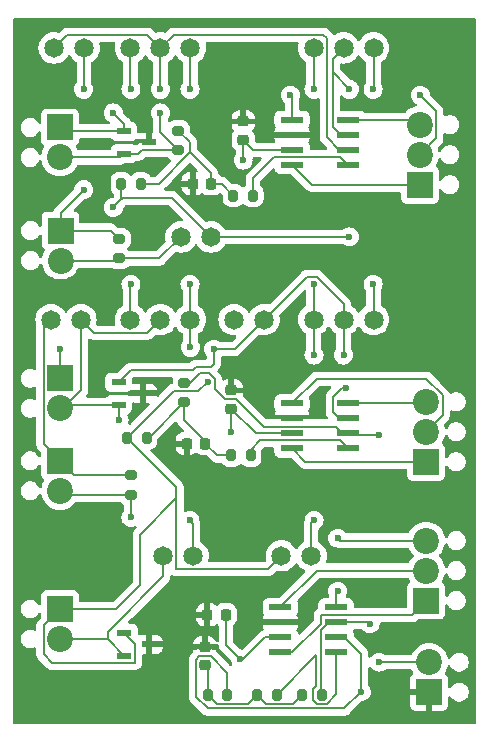
<source format=gtl>
%TF.GenerationSoftware,KiCad,Pcbnew,8.0.1*%
%TF.CreationDate,2024-09-29T19:32:40+02:00*%
%TF.ProjectId,CANPCB_TESTBENCH,43414e50-4342-45f5-9445-535442454e43,rev?*%
%TF.SameCoordinates,Original*%
%TF.FileFunction,Copper,L1,Top*%
%TF.FilePolarity,Positive*%
%FSLAX46Y46*%
G04 Gerber Fmt 4.6, Leading zero omitted, Abs format (unit mm)*
G04 Created by KiCad (PCBNEW 8.0.1) date 2024-09-29 19:32:40*
%MOMM*%
%LPD*%
G01*
G04 APERTURE LIST*
G04 Aperture macros list*
%AMRoundRect*
0 Rectangle with rounded corners*
0 $1 Rounding radius*
0 $2 $3 $4 $5 $6 $7 $8 $9 X,Y pos of 4 corners*
0 Add a 4 corners polygon primitive as box body*
4,1,4,$2,$3,$4,$5,$6,$7,$8,$9,$2,$3,0*
0 Add four circle primitives for the rounded corners*
1,1,$1+$1,$2,$3*
1,1,$1+$1,$4,$5*
1,1,$1+$1,$6,$7*
1,1,$1+$1,$8,$9*
0 Add four rect primitives between the rounded corners*
20,1,$1+$1,$2,$3,$4,$5,0*
20,1,$1+$1,$4,$5,$6,$7,0*
20,1,$1+$1,$6,$7,$8,$9,0*
20,1,$1+$1,$8,$9,$2,$3,0*%
G04 Aperture macros list end*
%TA.AperFunction,SMDPad,CuDef*%
%ADD10R,1.250000X0.600000*%
%TD*%
%TA.AperFunction,SMDPad,CuDef*%
%ADD11R,1.969999X0.558000*%
%TD*%
%TA.AperFunction,SMDPad,CuDef*%
%ADD12RoundRect,0.200000X-0.200000X-0.275000X0.200000X-0.275000X0.200000X0.275000X-0.200000X0.275000X0*%
%TD*%
%TA.AperFunction,SMDPad,CuDef*%
%ADD13RoundRect,0.200000X0.200000X0.275000X-0.200000X0.275000X-0.200000X-0.275000X0.200000X-0.275000X0*%
%TD*%
%TA.AperFunction,SMDPad,CuDef*%
%ADD14RoundRect,0.200000X0.275000X-0.200000X0.275000X0.200000X-0.275000X0.200000X-0.275000X-0.200000X0*%
%TD*%
%TA.AperFunction,SMDPad,CuDef*%
%ADD15RoundRect,0.200000X-0.275000X0.200000X-0.275000X-0.200000X0.275000X-0.200000X0.275000X0.200000X0*%
%TD*%
%TA.AperFunction,ComponentPad*%
%ADD16C,1.650000*%
%TD*%
%TA.AperFunction,ComponentPad*%
%ADD17R,2.200000X2.200000*%
%TD*%
%TA.AperFunction,ComponentPad*%
%ADD18C,2.200000*%
%TD*%
%TA.AperFunction,SMDPad,CuDef*%
%ADD19RoundRect,0.225000X0.250000X-0.225000X0.250000X0.225000X-0.250000X0.225000X-0.250000X-0.225000X0*%
%TD*%
%TA.AperFunction,SMDPad,CuDef*%
%ADD20RoundRect,0.225000X-0.225000X-0.250000X0.225000X-0.250000X0.225000X0.250000X-0.225000X0.250000X0*%
%TD*%
%TA.AperFunction,SMDPad,CuDef*%
%ADD21RoundRect,0.225000X0.225000X0.250000X-0.225000X0.250000X-0.225000X-0.250000X0.225000X-0.250000X0*%
%TD*%
%TA.AperFunction,SMDPad,CuDef*%
%ADD22RoundRect,0.225000X-0.250000X0.225000X-0.250000X-0.225000X0.250000X-0.225000X0.250000X0.225000X0*%
%TD*%
%TA.AperFunction,ViaPad*%
%ADD23C,0.600000*%
%TD*%
%TA.AperFunction,Conductor*%
%ADD24C,0.200000*%
%TD*%
G04 APERTURE END LIST*
D10*
%TO.P,IC2,1,IO_1*%
%TO.N,Net-(IC2-IO_1)*%
X154950000Y-104550000D03*
%TO.P,IC2,2,IO_2*%
%TO.N,Net-(IC2-IO_2)*%
X154950000Y-106450000D03*
%TO.P,IC2,3,GND*%
%TO.N,GND*%
X157050000Y-105500000D03*
%TD*%
D11*
%TO.P,U3,1,TXD*%
%TO.N,Net-(J8-Pin_2)*%
X168137800Y-102345000D03*
%TO.P,U3,2,VSS*%
%TO.N,GND*%
X168137800Y-103615000D03*
%TO.P,U3,3,VDD*%
%TO.N,+5V*%
X168137800Y-104885000D03*
%TO.P,U3,4,RXD*%
%TO.N,Net-(J8-Pin_1)*%
X168137800Y-106155000D03*
%TO.P,U3,5,SPLIT*%
%TO.N,Net-(U3-SPLIT)*%
X172862200Y-106155000D03*
%TO.P,U3,6,CANL*%
%TO.N,Net-(IC3-IO_2)*%
X172862200Y-104885000D03*
%TO.P,U3,7,CANH*%
%TO.N,Net-(IC3-IO_1)*%
X172862200Y-103615000D03*
%TO.P,U3,8,STBY*%
%TO.N,Net-(J8-Pin_3)*%
X172862200Y-102345000D03*
%TD*%
%TO.P,U2,1,TXD*%
%TO.N,Net-(J6-Pin_2)*%
X169137800Y-85095000D03*
%TO.P,U2,2,VSS*%
%TO.N,GND*%
X169137800Y-86365000D03*
%TO.P,U2,3,VDD*%
%TO.N,+5V*%
X169137800Y-87635000D03*
%TO.P,U2,4,RXD*%
%TO.N,Net-(J6-Pin_1)*%
X169137800Y-88905000D03*
%TO.P,U2,5,SPLIT*%
%TO.N,Net-(U2-SPLIT)*%
X173862200Y-88905000D03*
%TO.P,U2,6,CANL*%
%TO.N,Net-(IC2-IO_2)*%
X173862200Y-87635000D03*
%TO.P,U2,7,CANH*%
%TO.N,Net-(IC2-IO_1)*%
X173862200Y-86365000D03*
%TO.P,U2,8,STBY*%
%TO.N,Net-(J6-Pin_3)*%
X173862200Y-85095000D03*
%TD*%
%TO.P,U1,1,TXD*%
%TO.N,Net-(J1-Pin_2)*%
X169137800Y-61095000D03*
%TO.P,U1,2,VSS*%
%TO.N,GND*%
X169137800Y-62365000D03*
%TO.P,U1,3,VDD*%
%TO.N,+5V*%
X169137800Y-63635000D03*
%TO.P,U1,4,RXD*%
%TO.N,Net-(J1-Pin_1)*%
X169137800Y-64905000D03*
%TO.P,U1,5,SPLIT*%
%TO.N,Net-(U1-SPLIT)*%
X173862200Y-64905000D03*
%TO.P,U1,6,CANL*%
%TO.N,Net-(IC1-IO_2)*%
X173862200Y-63635000D03*
%TO.P,U1,7,CANH*%
%TO.N,Net-(IC1-IO_1)*%
X173862200Y-62365000D03*
%TO.P,U1,8,STBY*%
%TO.N,Net-(J1-Pin_3)*%
X173862200Y-61095000D03*
%TD*%
D12*
%TO.P,R11,1*%
%TO.N,Net-(C6-Pad1)*%
X162000000Y-109750000D03*
%TO.P,R11,2*%
%TO.N,Net-(IC3-IO_2)*%
X163650000Y-109750000D03*
%TD*%
D13*
%TO.P,R10,1*%
%TO.N,Net-(IC3-IO_1)*%
X171650000Y-109750000D03*
%TO.P,R10,2*%
%TO.N,Net-(C6-Pad1)*%
X170000000Y-109750000D03*
%TD*%
D12*
%TO.P,R9,1*%
%TO.N,Net-(C6-Pad1)*%
X166175000Y-109750000D03*
%TO.P,R9,2*%
%TO.N,Net-(U3-SPLIT)*%
X167825000Y-109750000D03*
%TD*%
D14*
%TO.P,R8,1*%
%TO.N,Net-(C4-Pad1)*%
X160000000Y-85000000D03*
%TO.P,R8,2*%
%TO.N,Net-(IC2-IO_2)*%
X160000000Y-83350000D03*
%TD*%
D12*
%TO.P,R7,1*%
%TO.N,Net-(IC2-IO_1)*%
X155175000Y-88000000D03*
%TO.P,R7,2*%
%TO.N,Net-(C4-Pad1)*%
X156825000Y-88000000D03*
%TD*%
%TO.P,R6,1*%
%TO.N,Net-(C4-Pad1)*%
X164000000Y-89500000D03*
%TO.P,R6,2*%
%TO.N,Net-(U2-SPLIT)*%
X165650000Y-89500000D03*
%TD*%
D15*
%TO.P,R5,1*%
%TO.N,Net-(J5-Pin_1)*%
X155500000Y-91175000D03*
%TO.P,R5,2*%
%TO.N,Net-(J5-Pin_2)*%
X155500000Y-92825000D03*
%TD*%
%TO.P,R4,1*%
%TO.N,Net-(J4-Pin_1)*%
X154500000Y-71175000D03*
%TO.P,R4,2*%
%TO.N,Net-(J4-Pin_2)*%
X154500000Y-72825000D03*
%TD*%
D12*
%TO.P,R3,1*%
%TO.N,Net-(C2-Pad1)*%
X164175000Y-67500000D03*
%TO.P,R3,2*%
%TO.N,Net-(U1-SPLIT)*%
X165825000Y-67500000D03*
%TD*%
D15*
%TO.P,R2,1*%
%TO.N,Net-(C2-Pad1)*%
X159500000Y-62000000D03*
%TO.P,R2,2*%
%TO.N,Net-(IC1-IO_2)*%
X159500000Y-63650000D03*
%TD*%
D12*
%TO.P,R1,1*%
%TO.N,Net-(IC1-IO_1)*%
X154675000Y-66500000D03*
%TO.P,R1,2*%
%TO.N,Net-(C2-Pad1)*%
X156325000Y-66500000D03*
%TD*%
D16*
%TO.P,JP10,1,A*%
%TO.N,Net-(IC1-IO_2)*%
X149000000Y-55000000D03*
%TO.P,JP10,2,B*%
%TO.N,Net-(J4-Pin_1)*%
X151540000Y-55000000D03*
%TD*%
%TO.P,JP9,1,A*%
%TO.N,CAN_L_MIDDLE1*%
X160540000Y-55000000D03*
%TO.P,JP9,2,C*%
%TO.N,Net-(IC1-IO_2)*%
X158000000Y-55000000D03*
%TO.P,JP9,3,B*%
%TO.N,CAN_L_NO_MIDDLE*%
X155460000Y-55000000D03*
%TD*%
%TO.P,JP8,1,A*%
%TO.N,Net-(IC2-IO_2)*%
X158230000Y-98000000D03*
%TO.P,JP8,2,B*%
%TO.N,CAN_L_MIDDLE1*%
X160770000Y-98000000D03*
%TD*%
%TO.P,JP7,1,A*%
%TO.N,Net-(IC2-IO_1)*%
X168230000Y-98000000D03*
%TO.P,JP7,2,B*%
%TO.N,CAN_H_MIDDLE1*%
X170770000Y-98000000D03*
%TD*%
%TO.P,JP6,1,A*%
%TO.N,Net-(IC1-IO_1)*%
X162270000Y-71000000D03*
%TO.P,JP6,2,B*%
%TO.N,Net-(J4-Pin_2)*%
X159730000Y-71000000D03*
%TD*%
%TO.P,JP5,1,A*%
%TO.N,CAN_H_MIDDLE1*%
X170960000Y-55000000D03*
%TO.P,JP5,2,C*%
%TO.N,Net-(IC1-IO_1)*%
X173500000Y-55000000D03*
%TO.P,JP5,3,B*%
%TO.N,CAN_H_NO_MIDDLE*%
X176040000Y-55000000D03*
%TD*%
%TO.P,JP4,1,A*%
%TO.N,Net-(IC3-IO_2)*%
X151270000Y-78000000D03*
%TO.P,JP4,2,B*%
%TO.N,Net-(J5-Pin_1)*%
X148730000Y-78000000D03*
%TD*%
%TO.P,JP3,1,A*%
%TO.N,Net-(IC3-IO_1)*%
X166770000Y-78000000D03*
%TO.P,JP3,2,B*%
%TO.N,Net-(J5-Pin_2)*%
X164230000Y-78000000D03*
%TD*%
%TO.P,JP2,1,A*%
%TO.N,CAN_H_MIDDLE1*%
X170960000Y-78000000D03*
%TO.P,JP2,2,C*%
%TO.N,Net-(IC3-IO_1)*%
X173500000Y-78000000D03*
%TO.P,JP2,3,B*%
%TO.N,CAN_H_NO_MIDDLE*%
X176040000Y-78000000D03*
%TD*%
%TO.P,JP1,1,A*%
%TO.N,CAN_L_MIDDLE1*%
X160540000Y-78000000D03*
%TO.P,JP1,2,C*%
%TO.N,Net-(IC3-IO_2)*%
X158000000Y-78000000D03*
%TO.P,JP1,3,B*%
%TO.N,CAN_L_NO_MIDDLE*%
X155460000Y-78000000D03*
%TD*%
D17*
%TO.P,J9,1,Pin_1*%
%TO.N,Net-(IC3-IO_1)*%
X149500000Y-82960000D03*
D18*
%TO.P,J9,2,Pin_2*%
%TO.N,Net-(IC3-IO_2)*%
X149500000Y-85500000D03*
%TD*%
D17*
%TO.P,J8,1,Pin_1*%
%TO.N,Net-(J8-Pin_1)*%
X180500000Y-101790000D03*
D18*
%TO.P,J8,2,Pin_2*%
%TO.N,Net-(J8-Pin_2)*%
X180500000Y-99250000D03*
%TO.P,J8,3,Pin_3*%
%TO.N,Net-(J8-Pin_3)*%
X180500000Y-96710000D03*
%TD*%
D17*
%TO.P,J7,1,Pin_1*%
%TO.N,Net-(IC2-IO_1)*%
X149500000Y-102500000D03*
D18*
%TO.P,J7,2,Pin_2*%
%TO.N,Net-(IC2-IO_2)*%
X149500000Y-105040000D03*
%TD*%
D17*
%TO.P,J6,1,Pin_1*%
%TO.N,Net-(J6-Pin_1)*%
X180500000Y-90040000D03*
D18*
%TO.P,J6,2,Pin_2*%
%TO.N,Net-(J6-Pin_2)*%
X180500000Y-87500000D03*
%TO.P,J6,3,Pin_3*%
%TO.N,Net-(J6-Pin_3)*%
X180500000Y-84960000D03*
%TD*%
D17*
%TO.P,J5,1,Pin_1*%
%TO.N,Net-(J5-Pin_1)*%
X149500000Y-89960000D03*
D18*
%TO.P,J5,2,Pin_2*%
%TO.N,Net-(J5-Pin_2)*%
X149500000Y-92500000D03*
%TD*%
D17*
%TO.P,J4,1,Pin_1*%
%TO.N,Net-(J4-Pin_1)*%
X149540000Y-70460000D03*
D18*
%TO.P,J4,2,Pin_2*%
%TO.N,Net-(J4-Pin_2)*%
X149540000Y-73000000D03*
%TD*%
D17*
%TO.P,J3,1,Pin_1*%
%TO.N,GND*%
X180750000Y-109540000D03*
D18*
%TO.P,J3,2,Pin_2*%
%TO.N,+5V*%
X180750000Y-107000000D03*
%TD*%
D17*
%TO.P,J2,1,Pin_1*%
%TO.N,Net-(IC1-IO_1)*%
X149500000Y-61730000D03*
D18*
%TO.P,J2,2,Pin_2*%
%TO.N,Net-(IC1-IO_2)*%
X149500000Y-64270000D03*
%TD*%
D17*
%TO.P,J1,1,Pin_1*%
%TO.N,Net-(J1-Pin_1)*%
X179960000Y-66580000D03*
D18*
%TO.P,J1,2,Pin_2*%
%TO.N,Net-(J1-Pin_2)*%
X179960000Y-64040000D03*
%TO.P,J1,3,Pin_3*%
%TO.N,Net-(J1-Pin_3)*%
X179960000Y-61500000D03*
%TD*%
D10*
%TO.P,IC3,1,IO_1*%
%TO.N,Net-(IC3-IO_1)*%
X154450000Y-83300000D03*
%TO.P,IC3,2,IO_2*%
%TO.N,Net-(IC3-IO_2)*%
X154450000Y-85200000D03*
%TO.P,IC3,3,GND*%
%TO.N,GND*%
X156550000Y-84250000D03*
%TD*%
%TO.P,IC1,1,IO_1*%
%TO.N,Net-(IC1-IO_1)*%
X154900000Y-62050000D03*
%TO.P,IC1,2,IO_2*%
%TO.N,Net-(IC1-IO_2)*%
X154900000Y-63950000D03*
%TO.P,IC1,3,GND*%
%TO.N,GND*%
X157000000Y-63000000D03*
%TD*%
D19*
%TO.P,C6,1*%
%TO.N,Net-(C6-Pad1)*%
X161750000Y-107275000D03*
%TO.P,C6,2*%
%TO.N,GND*%
X161750000Y-105725000D03*
%TD*%
D20*
%TO.P,C5,1*%
%TO.N,GND*%
X161975000Y-103000000D03*
%TO.P,C5,2*%
%TO.N,+5V*%
X163525000Y-103000000D03*
%TD*%
D21*
%TO.P,C4,1*%
%TO.N,Net-(C4-Pad1)*%
X161775000Y-88500000D03*
%TO.P,C4,2*%
%TO.N,GND*%
X160225000Y-88500000D03*
%TD*%
D22*
%TO.P,C3,1*%
%TO.N,GND*%
X164000000Y-84000000D03*
%TO.P,C3,2*%
%TO.N,+5V*%
X164000000Y-85550000D03*
%TD*%
D21*
%TO.P,C2,1*%
%TO.N,Net-(C2-Pad1)*%
X162275000Y-66500000D03*
%TO.P,C2,2*%
%TO.N,GND*%
X160725000Y-66500000D03*
%TD*%
D22*
%TO.P,C1,1*%
%TO.N,GND*%
X165000000Y-61225000D03*
%TO.P,C1,2*%
%TO.N,+5V*%
X165000000Y-62775000D03*
%TD*%
D23*
%TO.N,Net-(IC2-IO_2)*%
X176500000Y-87750000D03*
%TO.N,Net-(IC3-IO_1)*%
X175750000Y-103750000D03*
%TO.N,Net-(J8-Pin_3)*%
X173000000Y-101000000D03*
X173000000Y-96500000D03*
%TO.N,Net-(IC3-IO_2)*%
X175000000Y-109500000D03*
X154500000Y-86500000D03*
%TO.N,+5V*%
X164750000Y-106750000D03*
X176500000Y-107000000D03*
%TO.N,Net-(J5-Pin_2)*%
X155500000Y-94750000D03*
%TO.N,Net-(IC3-IO_1)*%
X162500000Y-80500000D03*
%TO.N,Net-(IC2-IO_1)*%
X162000000Y-83250000D03*
X173750000Y-83750000D03*
%TO.N,Net-(IC3-IO_1)*%
X173500000Y-81000000D03*
%TO.N,+5V*%
X164000000Y-87500000D03*
%TO.N,Net-(IC3-IO_1)*%
X149500000Y-80500000D03*
%TO.N,Net-(IC1-IO_2)*%
X158000000Y-60500000D03*
%TO.N,Net-(IC1-IO_1)*%
X174000000Y-71000000D03*
X174000000Y-58500000D03*
%TO.N,Net-(IC1-IO_2)*%
X158000000Y-58500000D03*
%TO.N,Net-(J1-Pin_2)*%
X180000000Y-59000000D03*
X169000000Y-59000000D03*
%TO.N,Net-(IC1-IO_1)*%
X154000000Y-60500000D03*
X154000000Y-68500000D03*
%TO.N,+5V*%
X165000000Y-64500000D03*
%TO.N,Net-(J4-Pin_1)*%
X151500000Y-67000000D03*
X151500000Y-58500000D03*
%TO.N,CAN_L_MIDDLE1*%
X160540000Y-80350000D03*
%TO.N,CAN_H_MIDDLE1*%
X171000000Y-81000000D03*
X171000000Y-95000000D03*
%TO.N,CAN_L_MIDDLE1*%
X160500000Y-95000000D03*
%TO.N,CAN_H_MIDDLE1*%
X171000000Y-58500000D03*
%TO.N,CAN_H_NO_MIDDLE*%
X176000000Y-58500000D03*
X176000000Y-75000000D03*
%TO.N,CAN_H_MIDDLE1*%
X171000000Y-75000000D03*
%TO.N,CAN_L_MIDDLE1*%
X160500000Y-75000000D03*
%TO.N,CAN_L_NO_MIDDLE*%
X155500000Y-75000000D03*
%TO.N,CAN_L_MIDDLE1*%
X160500000Y-58500000D03*
%TO.N,CAN_L_NO_MIDDLE*%
X155500000Y-58500000D03*
%TD*%
D24*
%TO.N,Net-(IC3-IO_1)*%
X161000000Y-82000000D02*
X162250000Y-82000000D01*
X162500000Y-81750000D02*
X162500000Y-80500000D01*
X155500000Y-82250000D02*
X160750000Y-82250000D01*
X160750000Y-82250000D02*
X161000000Y-82000000D01*
X154450000Y-83300000D02*
X155500000Y-82250000D01*
X162250000Y-82000000D02*
X162500000Y-81750000D01*
%TO.N,CAN_L_MIDDLE1*%
X160540000Y-80350000D02*
X160540000Y-78000000D01*
%TO.N,Net-(IC2-IO_1)*%
X159125000Y-84050000D02*
X155175000Y-88000000D01*
X162000000Y-83250000D02*
X161200000Y-84050000D01*
X161200000Y-84050000D02*
X159125000Y-84050000D01*
%TO.N,Net-(IC2-IO_2)*%
X172883200Y-87056000D02*
X173462200Y-87635000D01*
X166729696Y-87056000D02*
X172883200Y-87056000D01*
%TO.N,Net-(IC2-IO_1)*%
X159355000Y-93145000D02*
X159355000Y-92180000D01*
X156250000Y-96250000D02*
X159355000Y-93145000D01*
X149500000Y-102500000D02*
X154250000Y-102500000D01*
X154250000Y-102500000D02*
X156250000Y-100500000D01*
X156250000Y-100500000D02*
X156250000Y-96250000D01*
X159355000Y-92180000D02*
X155175000Y-88000000D01*
X159355000Y-99125000D02*
X159355000Y-92180000D01*
X168230000Y-98000000D02*
X167105000Y-99125000D01*
X167105000Y-99125000D02*
X159355000Y-99125000D01*
%TO.N,Net-(IC2-IO_2)*%
X158230000Y-99745000D02*
X158230000Y-98000000D01*
%TO.N,Net-(IC2-IO_1)*%
X148100000Y-106350000D02*
X148100000Y-103900000D01*
X155875000Y-107050000D02*
X148800000Y-107050000D01*
X155875000Y-105475000D02*
X155875000Y-107050000D01*
X148100000Y-103900000D02*
X149500000Y-102500000D01*
X154950000Y-104550000D02*
X155875000Y-105475000D01*
X148800000Y-107050000D02*
X148100000Y-106350000D01*
%TO.N,Net-(IC2-IO_2)*%
X163500000Y-84750000D02*
X164423696Y-84750000D01*
X162600000Y-83850000D02*
X163500000Y-84750000D01*
X164423696Y-84750000D02*
X166729696Y-87056000D01*
X162600000Y-83001471D02*
X162600000Y-83850000D01*
X162098529Y-82500000D02*
X162600000Y-83001471D01*
X161325000Y-82500000D02*
X162098529Y-82500000D01*
X160475000Y-83350000D02*
X161325000Y-82500000D01*
X160000000Y-83350000D02*
X160475000Y-83350000D01*
%TO.N,Net-(J6-Pin_2)*%
X181900000Y-86100000D02*
X180500000Y-87500000D01*
X181900000Y-84380101D02*
X181900000Y-86100000D01*
X180519899Y-83000000D02*
X181900000Y-84380101D01*
X171232800Y-83000000D02*
X180519899Y-83000000D01*
X169137800Y-85095000D02*
X171232800Y-83000000D01*
%TO.N,Net-(IC2-IO_1)*%
X173156201Y-86365000D02*
X173862200Y-86365000D01*
X172577201Y-84516000D02*
X172577201Y-85786000D01*
X172577201Y-85786000D02*
X173156201Y-86365000D01*
X173343201Y-83750000D02*
X172577201Y-84516000D01*
X173750000Y-83750000D02*
X173343201Y-83750000D01*
%TO.N,Net-(IC2-IO_2)*%
X176500000Y-87750000D02*
X174312885Y-87750000D01*
%TO.N,Net-(IC3-IO_2)*%
X162250000Y-106525000D02*
X163650000Y-107925000D01*
X163650000Y-107925000D02*
X163650000Y-109750000D01*
X160975000Y-106826304D02*
X161276304Y-106525000D01*
X161276304Y-106525000D02*
X162250000Y-106525000D01*
X161987352Y-110925000D02*
X160975000Y-109912648D01*
X173575000Y-110925000D02*
X161987352Y-110925000D01*
X160975000Y-109912648D02*
X160975000Y-106826304D01*
X175000000Y-109500000D02*
X173575000Y-110925000D01*
%TO.N,Net-(IC3-IO_1)*%
X175615000Y-103615000D02*
X175750000Y-103750000D01*
X172862200Y-103615000D02*
X175615000Y-103615000D01*
%TO.N,Net-(J8-Pin_3)*%
X173000000Y-96500000D02*
X173210000Y-96710000D01*
X173210000Y-96710000D02*
X180500000Y-96710000D01*
X172862200Y-101137800D02*
X173000000Y-101000000D01*
X172862200Y-102345000D02*
X172862200Y-101137800D01*
%TO.N,Net-(J8-Pin_2)*%
X171232800Y-99250000D02*
X180500000Y-99250000D01*
X168137800Y-102345000D02*
X171232800Y-99250000D01*
%TO.N,Net-(J8-Pin_1)*%
X171577201Y-103036000D02*
X179254000Y-103036000D01*
X171577201Y-103740314D02*
X171577201Y-103036000D01*
X169162515Y-106155000D02*
X171577201Y-103740314D01*
X168137800Y-106155000D02*
X169162515Y-106155000D01*
X179254000Y-103036000D02*
X180500000Y-101790000D01*
%TO.N,Net-(U3-SPLIT)*%
X172862200Y-109725448D02*
X172862200Y-106155000D01*
X171237352Y-110525000D02*
X172062648Y-110525000D01*
X170950000Y-110237648D02*
X171237352Y-110525000D01*
X172062648Y-110525000D02*
X172862200Y-109725448D01*
X171177201Y-106397799D02*
X171177201Y-109035151D01*
X171177201Y-109035151D02*
X170950000Y-109262352D01*
X170950000Y-109262352D02*
X170950000Y-110237648D01*
X167825000Y-109750000D02*
X171177201Y-106397799D01*
%TO.N,Net-(IC3-IO_2)*%
X173568199Y-104885000D02*
X172862200Y-104885000D01*
X175000000Y-106316801D02*
X173568199Y-104885000D01*
X175000000Y-109500000D02*
X175000000Y-106316801D01*
X154500000Y-86500000D02*
X154500000Y-85250000D01*
X154500000Y-85250000D02*
X154450000Y-85200000D01*
%TO.N,+5V*%
X165000000Y-106750000D02*
X166865000Y-104885000D01*
X166865000Y-104885000D02*
X168137800Y-104885000D01*
X164750000Y-106750000D02*
X165000000Y-106750000D01*
X163525000Y-105525000D02*
X164750000Y-106750000D01*
X163525000Y-103000000D02*
X163525000Y-105525000D01*
X180750000Y-107000000D02*
X176500000Y-107000000D01*
%TO.N,Net-(IC3-IO_1)*%
X172268201Y-103615000D02*
X172862200Y-103615000D01*
X171577201Y-104306000D02*
X172268201Y-103615000D01*
X171577201Y-109677201D02*
X171577201Y-104306000D01*
X171650000Y-109750000D02*
X171577201Y-109677201D01*
%TO.N,Net-(C6-Pad1)*%
X162000000Y-107525000D02*
X161750000Y-107275000D01*
X162000000Y-109750000D02*
X162000000Y-107525000D01*
X162775000Y-110525000D02*
X162000000Y-109750000D01*
X165400000Y-110525000D02*
X162775000Y-110525000D01*
X166175000Y-109750000D02*
X165400000Y-110525000D01*
X166950000Y-110525000D02*
X166175000Y-109750000D01*
X169225000Y-110525000D02*
X166950000Y-110525000D01*
X170000000Y-109750000D02*
X169225000Y-110525000D01*
%TO.N,Net-(IC2-IO_2)*%
X153540000Y-105040000D02*
X153540000Y-104435000D01*
X153540000Y-104435000D02*
X158230000Y-99745000D01*
X153540000Y-105040000D02*
X154950000Y-106450000D01*
X149500000Y-105040000D02*
X153540000Y-105040000D01*
%TO.N,Net-(IC3-IO_2)*%
X149800000Y-85200000D02*
X149500000Y-85500000D01*
X154450000Y-85200000D02*
X149800000Y-85200000D01*
%TO.N,Net-(J5-Pin_2)*%
X155500000Y-94750000D02*
X155500000Y-92825000D01*
%TO.N,Net-(IC3-IO_1)*%
X164270000Y-80500000D02*
X166770000Y-78000000D01*
X162500000Y-80500000D02*
X164270000Y-80500000D01*
X149500000Y-82960000D02*
X149500000Y-80500000D01*
X170370000Y-74400000D02*
X166770000Y-78000000D01*
X173500000Y-76651471D02*
X171248529Y-74400000D01*
X173500000Y-78000000D02*
X173500000Y-76651471D01*
X171248529Y-74400000D02*
X170370000Y-74400000D01*
X173500000Y-81000000D02*
X173500000Y-78000000D01*
%TO.N,+5V*%
X164000000Y-87500000D02*
X164000000Y-85550000D01*
%TO.N,Net-(J6-Pin_1)*%
X170272800Y-90040000D02*
X180500000Y-90040000D01*
X169137800Y-88905000D02*
X170272800Y-90040000D01*
%TO.N,+5V*%
X169137800Y-87635000D02*
X166085000Y-87635000D01*
X166085000Y-87635000D02*
X164000000Y-85550000D01*
%TO.N,Net-(IC3-IO_2)*%
X152395000Y-79125000D02*
X156875000Y-79125000D01*
X156875000Y-79125000D02*
X158000000Y-78000000D01*
X151270000Y-78000000D02*
X152395000Y-79125000D01*
X151270000Y-83990000D02*
X151270000Y-78000000D01*
X149760000Y-85500000D02*
X151270000Y-83990000D01*
X149500000Y-85500000D02*
X149760000Y-85500000D01*
%TO.N,Net-(J5-Pin_1)*%
X148100000Y-78630000D02*
X148730000Y-78000000D01*
X148100000Y-88560000D02*
X148100000Y-78630000D01*
X149500000Y-89960000D02*
X148100000Y-88560000D01*
X155500000Y-91175000D02*
X150715000Y-91175000D01*
X150715000Y-91175000D02*
X149500000Y-89960000D01*
%TO.N,Net-(J5-Pin_2)*%
X149825000Y-92825000D02*
X149500000Y-92500000D01*
X155500000Y-92825000D02*
X149825000Y-92825000D01*
%TO.N,Net-(C4-Pad1)*%
X157000000Y-88000000D02*
X156825000Y-88000000D01*
X160000000Y-85000000D02*
X157000000Y-88000000D01*
X160000000Y-86500000D02*
X160000000Y-85000000D01*
X161775000Y-88275000D02*
X160000000Y-86500000D01*
X161775000Y-88500000D02*
X161775000Y-88275000D01*
X162775000Y-89500000D02*
X161775000Y-88500000D01*
X164000000Y-89500000D02*
X162775000Y-89500000D01*
%TO.N,Net-(U2-SPLIT)*%
X173171200Y-88214000D02*
X173862200Y-88905000D01*
X165650000Y-89025000D02*
X166461000Y-88214000D01*
X166461000Y-88214000D02*
X173171200Y-88214000D01*
X165650000Y-89500000D02*
X165650000Y-89025000D01*
%TO.N,Net-(J6-Pin_3)*%
X180365000Y-85095000D02*
X180500000Y-84960000D01*
X173862200Y-85095000D02*
X180365000Y-85095000D01*
%TO.N,Net-(IC1-IO_2)*%
X159500000Y-63650000D02*
X158000000Y-62150000D01*
X158000000Y-62150000D02*
X158000000Y-60500000D01*
X159125000Y-53875000D02*
X158000000Y-55000000D01*
X171775000Y-53875000D02*
X159125000Y-53875000D01*
X172085000Y-62563799D02*
X172085000Y-54185000D01*
X173862200Y-63635000D02*
X173156201Y-63635000D01*
X173156201Y-63635000D02*
X172085000Y-62563799D01*
X172085000Y-54185000D02*
X171775000Y-53875000D01*
%TO.N,Net-(IC1-IO_1)*%
X174000000Y-71000000D02*
X162270000Y-71000000D01*
X172577201Y-57077201D02*
X174000000Y-58500000D01*
X172577201Y-56500000D02*
X172577201Y-55922799D01*
X172577201Y-61674000D02*
X172577201Y-56500000D01*
X172577201Y-56500000D02*
X172577201Y-57077201D01*
%TO.N,Net-(IC1-IO_2)*%
X158000000Y-58500000D02*
X158000000Y-55000000D01*
%TO.N,Net-(U1-SPLIT)*%
X165825000Y-66012648D02*
X167623648Y-64214000D01*
X165825000Y-67500000D02*
X165825000Y-66012648D01*
%TO.N,+5V*%
X165860000Y-63635000D02*
X169137800Y-63635000D01*
X165000000Y-62775000D02*
X165860000Y-63635000D01*
%TO.N,Net-(C2-Pad1)*%
X163175000Y-66500000D02*
X164175000Y-67500000D01*
X162275000Y-66500000D02*
X163175000Y-66500000D01*
X162275000Y-66500000D02*
X162275000Y-65612648D01*
X162275000Y-65612648D02*
X160500000Y-63837648D01*
X160500000Y-63000000D02*
X159500000Y-62000000D01*
X160500000Y-63837648D02*
X160500000Y-63000000D01*
X157837648Y-66500000D02*
X160500000Y-63837648D01*
X156325000Y-66500000D02*
X157837648Y-66500000D01*
%TO.N,Net-(IC1-IO_2)*%
X156425000Y-63650000D02*
X159500000Y-63650000D01*
X156125000Y-63950000D02*
X156425000Y-63650000D01*
%TO.N,Net-(IC1-IO_1)*%
X158945000Y-67675000D02*
X154825000Y-67675000D01*
X154825000Y-67675000D02*
X154500000Y-68000000D01*
X162270000Y-71000000D02*
X158945000Y-67675000D01*
X154500000Y-68000000D02*
X154675000Y-67825000D01*
X154000000Y-68500000D02*
X154500000Y-68000000D01*
%TO.N,Net-(J4-Pin_2)*%
X157905000Y-72825000D02*
X159730000Y-71000000D01*
X154500000Y-72825000D02*
X157905000Y-72825000D01*
%TO.N,Net-(J1-Pin_2)*%
X169137800Y-59137800D02*
X169137800Y-61095000D01*
X169000000Y-59000000D02*
X169137800Y-59137800D01*
X181360000Y-62640000D02*
X179960000Y-64040000D01*
X181360000Y-60360000D02*
X181360000Y-62640000D01*
X180000000Y-59000000D02*
X181360000Y-60360000D01*
%TO.N,Net-(IC1-IO_1)*%
X154900000Y-61400000D02*
X154000000Y-60500000D01*
X154900000Y-62050000D02*
X154900000Y-61400000D01*
X154675000Y-67825000D02*
X154675000Y-66500000D01*
%TO.N,+5V*%
X165000000Y-64500000D02*
X165000000Y-62775000D01*
%TO.N,Net-(U1-SPLIT)*%
X173862200Y-64905000D02*
X173171200Y-64214000D01*
X173171200Y-64214000D02*
X167623648Y-64214000D01*
%TO.N,Net-(J1-Pin_1)*%
X179960000Y-66580000D02*
X170812800Y-66580000D01*
X170812800Y-66580000D02*
X169137800Y-64905000D01*
%TO.N,Net-(IC1-IO_1)*%
X172577201Y-55922799D02*
X173500000Y-55000000D01*
X173862200Y-62365000D02*
X173268201Y-62365000D01*
X173268201Y-62365000D02*
X172577201Y-61674000D01*
%TO.N,Net-(J1-Pin_3)*%
X179555000Y-61095000D02*
X179960000Y-61500000D01*
X173862200Y-61095000D02*
X179555000Y-61095000D01*
%TO.N,Net-(J4-Pin_2)*%
X154325000Y-73000000D02*
X154500000Y-72825000D01*
X149540000Y-73000000D02*
X154325000Y-73000000D01*
%TO.N,Net-(J4-Pin_1)*%
X153785000Y-70460000D02*
X154500000Y-71175000D01*
X149540000Y-70460000D02*
X153785000Y-70460000D01*
X151540000Y-58460000D02*
X151540000Y-55000000D01*
X151500000Y-58500000D02*
X151540000Y-58460000D01*
X149540000Y-68960000D02*
X151500000Y-67000000D01*
X149540000Y-70460000D02*
X149540000Y-68960000D01*
%TO.N,Net-(IC1-IO_2)*%
X156875000Y-53875000D02*
X150125000Y-53875000D01*
X150125000Y-53875000D02*
X149000000Y-55000000D01*
X158000000Y-55000000D02*
X156875000Y-53875000D01*
%TO.N,Net-(IC1-IO_1)*%
X149820000Y-62050000D02*
X149500000Y-61730000D01*
X154900000Y-62050000D02*
X149820000Y-62050000D01*
%TO.N,Net-(IC1-IO_2)*%
X154900000Y-63950000D02*
X156125000Y-63950000D01*
X154580000Y-64270000D02*
X154900000Y-63950000D01*
X149500000Y-64270000D02*
X154580000Y-64270000D01*
%TO.N,CAN_H_MIDDLE1*%
X170960000Y-80960000D02*
X170960000Y-78000000D01*
X171000000Y-81000000D02*
X170960000Y-80960000D01*
%TO.N,CAN_L_MIDDLE1*%
X160770000Y-95270000D02*
X160770000Y-98000000D01*
X160500000Y-95000000D02*
X160770000Y-95270000D01*
%TO.N,CAN_H_MIDDLE1*%
X170770000Y-98000000D02*
X170770000Y-95230000D01*
X170770000Y-95230000D02*
X171000000Y-95000000D01*
%TO.N,CAN_L_MIDDLE1*%
X160540000Y-75040000D02*
X160540000Y-78000000D01*
X160500000Y-75000000D02*
X160540000Y-75040000D01*
%TO.N,CAN_L_NO_MIDDLE*%
X155460000Y-75040000D02*
X155460000Y-78000000D01*
X155500000Y-75000000D02*
X155460000Y-75040000D01*
X155460000Y-58460000D02*
X155460000Y-55000000D01*
X155500000Y-58500000D02*
X155460000Y-58460000D01*
%TO.N,CAN_L_MIDDLE1*%
X160500000Y-58500000D02*
X160500000Y-58000000D01*
X160500000Y-58000000D02*
X160540000Y-57960000D01*
X160540000Y-57960000D02*
X160540000Y-55000000D01*
%TO.N,CAN_H_MIDDLE1*%
X170960000Y-75040000D02*
X171000000Y-75000000D01*
X170960000Y-78000000D02*
X170960000Y-75040000D01*
X170960000Y-58460000D02*
X171000000Y-58500000D01*
X170960000Y-55000000D02*
X170960000Y-58460000D01*
%TO.N,CAN_H_NO_MIDDLE*%
X176040000Y-58460000D02*
X176000000Y-58500000D01*
X176040000Y-55000000D02*
X176040000Y-58460000D01*
X176040000Y-78000000D02*
X176040000Y-75040000D01*
X176040000Y-75040000D02*
X176000000Y-75000000D01*
%TD*%
%TA.AperFunction,Conductor*%
%TO.N,GND*%
G36*
X184692539Y-52520185D02*
G01*
X184738294Y-52572989D01*
X184749500Y-52624500D01*
X184749500Y-112125500D01*
X184729815Y-112192539D01*
X184677011Y-112238294D01*
X184625500Y-112249500D01*
X145624500Y-112249500D01*
X145557461Y-112229815D01*
X145511706Y-112177011D01*
X145500500Y-112125500D01*
X145500500Y-105118846D01*
X146159500Y-105118846D01*
X146190261Y-105273489D01*
X146190264Y-105273501D01*
X146250602Y-105419172D01*
X146250609Y-105419185D01*
X146338210Y-105550288D01*
X146338213Y-105550292D01*
X146449707Y-105661786D01*
X146449711Y-105661789D01*
X146580814Y-105749390D01*
X146580827Y-105749397D01*
X146726498Y-105809735D01*
X146726503Y-105809737D01*
X146838175Y-105831950D01*
X146881153Y-105840499D01*
X146881156Y-105840500D01*
X146881158Y-105840500D01*
X147038844Y-105840500D01*
X147038845Y-105840499D01*
X147193497Y-105809737D01*
X147270574Y-105777811D01*
X147328048Y-105754005D01*
X147397517Y-105746536D01*
X147459996Y-105777811D01*
X147495648Y-105837900D01*
X147499500Y-105868566D01*
X147499500Y-106263330D01*
X147499499Y-106263348D01*
X147499499Y-106429054D01*
X147499498Y-106429054D01*
X147533204Y-106554842D01*
X147540423Y-106581785D01*
X147562961Y-106620821D01*
X147595008Y-106676328D01*
X147619479Y-106718715D01*
X147738349Y-106837585D01*
X147738355Y-106837590D01*
X148315139Y-107414374D01*
X148315149Y-107414385D01*
X148319479Y-107418715D01*
X148319480Y-107418716D01*
X148431284Y-107530520D01*
X148431286Y-107530521D01*
X148431290Y-107530524D01*
X148552494Y-107600500D01*
X148568216Y-107609577D01*
X148680019Y-107639534D01*
X148720942Y-107650500D01*
X148720943Y-107650500D01*
X148720944Y-107650500D01*
X155954055Y-107650500D01*
X155954057Y-107650500D01*
X156106784Y-107609577D01*
X156243716Y-107530520D01*
X156355520Y-107418716D01*
X156434577Y-107281784D01*
X156475500Y-107129057D01*
X156475500Y-106424000D01*
X156495185Y-106356961D01*
X156547989Y-106311206D01*
X156599500Y-106300000D01*
X156800000Y-106300000D01*
X156800000Y-105750000D01*
X157300000Y-105750000D01*
X157300000Y-106300000D01*
X157722828Y-106300000D01*
X157722844Y-106299999D01*
X157782372Y-106293598D01*
X157782379Y-106293596D01*
X157917086Y-106243354D01*
X157917093Y-106243350D01*
X158032187Y-106157190D01*
X158032190Y-106157187D01*
X158118350Y-106042093D01*
X158118354Y-106042086D01*
X158168596Y-105907379D01*
X158168598Y-105907372D01*
X158174999Y-105847844D01*
X158175000Y-105847827D01*
X158175000Y-105750000D01*
X157300000Y-105750000D01*
X156800000Y-105750000D01*
X156800000Y-105475000D01*
X160775000Y-105475000D01*
X161500000Y-105475000D01*
X161500000Y-104775000D01*
X161499999Y-104774999D01*
X161451693Y-104775000D01*
X161451675Y-104775001D01*
X161352392Y-104785144D01*
X161191518Y-104838452D01*
X161191507Y-104838457D01*
X161047271Y-104927424D01*
X161047267Y-104927427D01*
X160927427Y-105047267D01*
X160927424Y-105047271D01*
X160838457Y-105191507D01*
X160838452Y-105191518D01*
X160785144Y-105352393D01*
X160775000Y-105451677D01*
X160775000Y-105475000D01*
X156800000Y-105475000D01*
X156800000Y-104700000D01*
X157300000Y-104700000D01*
X157300000Y-105250000D01*
X158175000Y-105250000D01*
X158175000Y-105152172D01*
X158174999Y-105152155D01*
X158168598Y-105092627D01*
X158168596Y-105092620D01*
X158118354Y-104957913D01*
X158118350Y-104957906D01*
X158032190Y-104842812D01*
X158032187Y-104842809D01*
X157917093Y-104756649D01*
X157917086Y-104756645D01*
X157782379Y-104706403D01*
X157782372Y-104706401D01*
X157722844Y-104700000D01*
X157300000Y-104700000D01*
X156800000Y-104700000D01*
X156377155Y-104700000D01*
X156317627Y-104706401D01*
X156317619Y-104706403D01*
X156242832Y-104734297D01*
X156173140Y-104739281D01*
X156111817Y-104705795D01*
X156078333Y-104644472D01*
X156075499Y-104618115D01*
X156075499Y-104202129D01*
X156075498Y-104202123D01*
X156074797Y-104195604D01*
X156069091Y-104142517D01*
X156066783Y-104136330D01*
X156018797Y-104007671D01*
X156018793Y-104007664D01*
X155932547Y-103892455D01*
X155932544Y-103892452D01*
X155817335Y-103806206D01*
X155817328Y-103806202D01*
X155682482Y-103755908D01*
X155682483Y-103755908D01*
X155622883Y-103749501D01*
X155622881Y-103749500D01*
X155622873Y-103749500D01*
X155622865Y-103749500D01*
X155374096Y-103749500D01*
X155307057Y-103729815D01*
X155261302Y-103677011D01*
X155251358Y-103607853D01*
X155280383Y-103544297D01*
X155286415Y-103537819D01*
X155574234Y-103250000D01*
X161025001Y-103250000D01*
X161025001Y-103298322D01*
X161035144Y-103397607D01*
X161088452Y-103558481D01*
X161088457Y-103558492D01*
X161177424Y-103702728D01*
X161177427Y-103702732D01*
X161297267Y-103822572D01*
X161297271Y-103822575D01*
X161441507Y-103911542D01*
X161441518Y-103911547D01*
X161602393Y-103964855D01*
X161701683Y-103974999D01*
X161725000Y-103974998D01*
X161725000Y-103250000D01*
X161025001Y-103250000D01*
X155574234Y-103250000D01*
X155972908Y-102851326D01*
X156074234Y-102750000D01*
X161025000Y-102750000D01*
X161725000Y-102750000D01*
X161725000Y-102024999D01*
X161701693Y-102025000D01*
X161701674Y-102025001D01*
X161602392Y-102035144D01*
X161441518Y-102088452D01*
X161441507Y-102088457D01*
X161297271Y-102177424D01*
X161297267Y-102177427D01*
X161177427Y-102297267D01*
X161177424Y-102297271D01*
X161088457Y-102441507D01*
X161088452Y-102441518D01*
X161035144Y-102602393D01*
X161025000Y-102701677D01*
X161025000Y-102750000D01*
X156074234Y-102750000D01*
X158710520Y-100113716D01*
X158789577Y-99976784D01*
X158830501Y-99824057D01*
X158830501Y-99730352D01*
X158850186Y-99663313D01*
X158902990Y-99617558D01*
X158972148Y-99607614D01*
X159016498Y-99622964D01*
X159123216Y-99684577D01*
X159275943Y-99725500D01*
X167018331Y-99725500D01*
X167018347Y-99725501D01*
X167025943Y-99725501D01*
X167184054Y-99725501D01*
X167184057Y-99725501D01*
X167336785Y-99684577D01*
X167386904Y-99655639D01*
X167473716Y-99605520D01*
X167585520Y-99493716D01*
X167585520Y-99493714D01*
X167595728Y-99483507D01*
X167595730Y-99483504D01*
X167766882Y-99312351D01*
X167828203Y-99278868D01*
X167886654Y-99280258D01*
X167998950Y-99310349D01*
X168163985Y-99324787D01*
X168229998Y-99330563D01*
X168230000Y-99330563D01*
X168230002Y-99330563D01*
X168287762Y-99325509D01*
X168461050Y-99310349D01*
X168685079Y-99250320D01*
X168895282Y-99152301D01*
X169085269Y-99019270D01*
X169249270Y-98855269D01*
X169382301Y-98665282D01*
X169387618Y-98653878D01*
X169433790Y-98601440D01*
X169500984Y-98582288D01*
X169567865Y-98602504D01*
X169612381Y-98653878D01*
X169617699Y-98665282D01*
X169750730Y-98855269D01*
X169914731Y-99019270D01*
X170104718Y-99152301D01*
X170201018Y-99197206D01*
X170253457Y-99243378D01*
X170272609Y-99310572D01*
X170252393Y-99377453D01*
X170236294Y-99397269D01*
X168104382Y-101529181D01*
X168043059Y-101562666D01*
X168016701Y-101565500D01*
X167104929Y-101565500D01*
X167104923Y-101565501D01*
X167045316Y-101571908D01*
X166910471Y-101622202D01*
X166910464Y-101622206D01*
X166795255Y-101708452D01*
X166795252Y-101708455D01*
X166709006Y-101823664D01*
X166709002Y-101823671D01*
X166658710Y-101958513D01*
X166658709Y-101958517D01*
X166652300Y-102018127D01*
X166652300Y-102018134D01*
X166652300Y-102018135D01*
X166652300Y-102671870D01*
X166652301Y-102671876D01*
X166658708Y-102731483D01*
X166709002Y-102866328D01*
X166709003Y-102866330D01*
X166738779Y-102906105D01*
X166763196Y-102971569D01*
X166748345Y-103039842D01*
X166738780Y-103054725D01*
X166709448Y-103093907D01*
X166709445Y-103093913D01*
X166659203Y-103228620D01*
X166659201Y-103228627D01*
X166652800Y-103288155D01*
X166652800Y-103365000D01*
X169622800Y-103365000D01*
X169622800Y-103288172D01*
X169622799Y-103288155D01*
X169616398Y-103228627D01*
X169616396Y-103228620D01*
X169566154Y-103093913D01*
X169566152Y-103093910D01*
X169536820Y-103054727D01*
X169512403Y-102989262D01*
X169527255Y-102920989D01*
X169536815Y-102906112D01*
X169566596Y-102866331D01*
X169572193Y-102851326D01*
X169589766Y-102804209D01*
X169616891Y-102731483D01*
X169623300Y-102671873D01*
X169623299Y-102018128D01*
X169616891Y-101958517D01*
X169578624Y-101855920D01*
X169573641Y-101786230D01*
X169607124Y-101724909D01*
X171445216Y-99886819D01*
X171506539Y-99853334D01*
X171532897Y-99850500D01*
X178933512Y-99850500D01*
X179000551Y-99870185D01*
X179046306Y-99922989D01*
X179048073Y-99927048D01*
X179069532Y-99978856D01*
X179069533Y-99978858D01*
X179150520Y-100111016D01*
X179168765Y-100178462D01*
X179147649Y-100245064D01*
X179119105Y-100275072D01*
X179042452Y-100332455D01*
X178956206Y-100447664D01*
X178956202Y-100447671D01*
X178905908Y-100582517D01*
X178899501Y-100642116D01*
X178899500Y-100642127D01*
X178899500Y-101529181D01*
X178899501Y-102311500D01*
X178879816Y-102378539D01*
X178827013Y-102424294D01*
X178775501Y-102435500D01*
X174471700Y-102435500D01*
X174404661Y-102415815D01*
X174358906Y-102363011D01*
X174347700Y-102311500D01*
X174347699Y-102018130D01*
X174347698Y-102018123D01*
X174347697Y-102018116D01*
X174341291Y-101958517D01*
X174311338Y-101878210D01*
X174290997Y-101823671D01*
X174290993Y-101823664D01*
X174204747Y-101708455D01*
X174204744Y-101708452D01*
X174089535Y-101622206D01*
X174089528Y-101622202D01*
X173954682Y-101571908D01*
X173954683Y-101571908D01*
X173895083Y-101565501D01*
X173895081Y-101565500D01*
X173895073Y-101565500D01*
X173895065Y-101565500D01*
X173814443Y-101565500D01*
X173747404Y-101545815D01*
X173701649Y-101493011D01*
X173691705Y-101423853D01*
X173709449Y-101375529D01*
X173725787Y-101349525D01*
X173725786Y-101349525D01*
X173725789Y-101349522D01*
X173785368Y-101179255D01*
X173786612Y-101168213D01*
X173805565Y-101000003D01*
X173805565Y-100999996D01*
X173785369Y-100820750D01*
X173785368Y-100820745D01*
X173725788Y-100650476D01*
X173629815Y-100497737D01*
X173502262Y-100370184D01*
X173349523Y-100274211D01*
X173179254Y-100214631D01*
X173179249Y-100214630D01*
X173000004Y-100194435D01*
X172999996Y-100194435D01*
X172820750Y-100214630D01*
X172820745Y-100214631D01*
X172650476Y-100274211D01*
X172497737Y-100370184D01*
X172370184Y-100497737D01*
X172274211Y-100650476D01*
X172214631Y-100820745D01*
X172214630Y-100820750D01*
X172194435Y-100999996D01*
X172194435Y-101000003D01*
X172214630Y-101179246D01*
X172214632Y-101179257D01*
X172254741Y-101293879D01*
X172261700Y-101334834D01*
X172261700Y-101441500D01*
X172242015Y-101508539D01*
X172189211Y-101554294D01*
X172137700Y-101565500D01*
X171829330Y-101565500D01*
X171829323Y-101565501D01*
X171769716Y-101571908D01*
X171634871Y-101622202D01*
X171634864Y-101622206D01*
X171519655Y-101708452D01*
X171519652Y-101708455D01*
X171433406Y-101823664D01*
X171433402Y-101823671D01*
X171383108Y-101958517D01*
X171379755Y-101989711D01*
X171376701Y-102018123D01*
X171376700Y-102018135D01*
X171376700Y-102386769D01*
X171357015Y-102453808D01*
X171314700Y-102494156D01*
X171208488Y-102555477D01*
X171208483Y-102555481D01*
X171096682Y-102667282D01*
X171096676Y-102667290D01*
X171017627Y-102804209D01*
X171017624Y-102804216D01*
X170976701Y-102956943D01*
X170976701Y-103440216D01*
X170957016Y-103507255D01*
X170940382Y-103527897D01*
X169834411Y-104633867D01*
X169773088Y-104667352D01*
X169703396Y-104662368D01*
X169647463Y-104620496D01*
X169623440Y-104559439D01*
X169616891Y-104498516D01*
X169566597Y-104363671D01*
X169566595Y-104363668D01*
X169556737Y-104350500D01*
X169536820Y-104323894D01*
X169512403Y-104258430D01*
X169527254Y-104190157D01*
X169536821Y-104175271D01*
X169566151Y-104136091D01*
X169616397Y-104001376D01*
X169616398Y-104001372D01*
X169622799Y-103941844D01*
X169622800Y-103941827D01*
X169622800Y-103865000D01*
X166652800Y-103865000D01*
X166652800Y-103941844D01*
X166659201Y-104001372D01*
X166659203Y-104001379D01*
X166709445Y-104136086D01*
X166713697Y-104143872D01*
X166710715Y-104145500D01*
X166729389Y-104195604D01*
X166714521Y-104263873D01*
X166665104Y-104313267D01*
X166637804Y-104324193D01*
X166633214Y-104325422D01*
X166633209Y-104325425D01*
X166589780Y-104350500D01*
X166589778Y-104350501D01*
X166496290Y-104404475D01*
X166496282Y-104404481D01*
X166384478Y-104516286D01*
X164977660Y-105923103D01*
X164916337Y-105956588D01*
X164876093Y-105958642D01*
X164842329Y-105954837D01*
X164777915Y-105927769D01*
X164768534Y-105919298D01*
X164161819Y-105312583D01*
X164128334Y-105251260D01*
X164125500Y-105224902D01*
X164125500Y-103940004D01*
X164145185Y-103872965D01*
X164184403Y-103834465D01*
X164203044Y-103822968D01*
X164322968Y-103703044D01*
X164412003Y-103558697D01*
X164465349Y-103397708D01*
X164475500Y-103298345D01*
X164475499Y-102701656D01*
X164472456Y-102671870D01*
X164465349Y-102602292D01*
X164465348Y-102602289D01*
X164412003Y-102441303D01*
X164411999Y-102441297D01*
X164411998Y-102441294D01*
X164322970Y-102296959D01*
X164322967Y-102296955D01*
X164203044Y-102177032D01*
X164203040Y-102177029D01*
X164058705Y-102088001D01*
X164058699Y-102087998D01*
X164058697Y-102087997D01*
X164058694Y-102087996D01*
X163897709Y-102034651D01*
X163798346Y-102024500D01*
X163251662Y-102024500D01*
X163251644Y-102024501D01*
X163152292Y-102034650D01*
X163152289Y-102034651D01*
X162991305Y-102087996D01*
X162991294Y-102088001D01*
X162846959Y-102177029D01*
X162846953Y-102177033D01*
X162837324Y-102186663D01*
X162776000Y-102220146D01*
X162706308Y-102215159D01*
X162661965Y-102186660D01*
X162652732Y-102177427D01*
X162652728Y-102177424D01*
X162508492Y-102088457D01*
X162508481Y-102088452D01*
X162347606Y-102035144D01*
X162248322Y-102025000D01*
X162225000Y-102025000D01*
X162225000Y-103974999D01*
X162248308Y-103974999D01*
X162248322Y-103974998D01*
X162347607Y-103964855D01*
X162508481Y-103911547D01*
X162508492Y-103911542D01*
X162652731Y-103822573D01*
X162661959Y-103813345D01*
X162723279Y-103779856D01*
X162792971Y-103784835D01*
X162837327Y-103813339D01*
X162846956Y-103822968D01*
X162865596Y-103834465D01*
X162912321Y-103886412D01*
X162924500Y-103940004D01*
X162924500Y-105216632D01*
X162904815Y-105283671D01*
X162852011Y-105329426D01*
X162782853Y-105339370D01*
X162719297Y-105310345D01*
X162682794Y-105255636D01*
X162661547Y-105191518D01*
X162661542Y-105191507D01*
X162572575Y-105047271D01*
X162572572Y-105047267D01*
X162452732Y-104927427D01*
X162452728Y-104927424D01*
X162308492Y-104838457D01*
X162308481Y-104838452D01*
X162147606Y-104785144D01*
X162048322Y-104775000D01*
X162000000Y-104775000D01*
X162000000Y-105475000D01*
X162735126Y-105475000D01*
X162774141Y-105453696D01*
X162843833Y-105458680D01*
X162899766Y-105500552D01*
X162924183Y-105566016D01*
X162924499Y-105574862D01*
X162924499Y-105604054D01*
X162924498Y-105604054D01*
X162965424Y-105756789D01*
X162965425Y-105756790D01*
X162984843Y-105790422D01*
X162984844Y-105790423D01*
X163044477Y-105893712D01*
X163044481Y-105893717D01*
X163163349Y-106012585D01*
X163163355Y-106012590D01*
X163919298Y-106768533D01*
X163952783Y-106829856D01*
X163954837Y-106842330D01*
X163964630Y-106929249D01*
X164024210Y-107099520D01*
X164031186Y-107110623D01*
X164050185Y-107177860D01*
X164029816Y-107244695D01*
X163976548Y-107289909D01*
X163907291Y-107299145D01*
X163844035Y-107269473D01*
X163838510Y-107264275D01*
X162752534Y-106178299D01*
X162719049Y-106116976D01*
X162716857Y-106078014D01*
X162724999Y-105998319D01*
X162725000Y-105998309D01*
X162725000Y-105975000D01*
X162529571Y-105975000D01*
X162489755Y-105967079D01*
X162489636Y-105967527D01*
X162482811Y-105965698D01*
X162482116Y-105965560D01*
X162481787Y-105965424D01*
X162481786Y-105965423D01*
X162481785Y-105965423D01*
X162329057Y-105924499D01*
X162170943Y-105924499D01*
X162163347Y-105924499D01*
X162163331Y-105924500D01*
X161197246Y-105924500D01*
X161044517Y-105965423D01*
X161044188Y-105965560D01*
X161043489Y-105965698D01*
X161036667Y-105967527D01*
X161036547Y-105967079D01*
X160996733Y-105975000D01*
X160775001Y-105975000D01*
X160775001Y-105998325D01*
X160785580Y-106101882D01*
X160772810Y-106170575D01*
X160749904Y-106202164D01*
X160606286Y-106345782D01*
X160494481Y-106457586D01*
X160494477Y-106457591D01*
X160453218Y-106529056D01*
X160453218Y-106529057D01*
X160415423Y-106594518D01*
X160408375Y-106620821D01*
X160374499Y-106747247D01*
X160374499Y-106747249D01*
X160374499Y-106915350D01*
X160374500Y-106915363D01*
X160374500Y-109825978D01*
X160374499Y-109825996D01*
X160374499Y-109991702D01*
X160374498Y-109991702D01*
X160415423Y-110144433D01*
X160425444Y-110161789D01*
X160425445Y-110161792D01*
X160494475Y-110281357D01*
X160494481Y-110281365D01*
X160613349Y-110400233D01*
X160613355Y-110400238D01*
X161502491Y-111289374D01*
X161502501Y-111289385D01*
X161506831Y-111293715D01*
X161506832Y-111293716D01*
X161618636Y-111405520D01*
X161705447Y-111455639D01*
X161705449Y-111455641D01*
X161743503Y-111477611D01*
X161755567Y-111484577D01*
X161908295Y-111525501D01*
X161908298Y-111525501D01*
X162074005Y-111525501D01*
X162074021Y-111525500D01*
X173488331Y-111525500D01*
X173488347Y-111525501D01*
X173495943Y-111525501D01*
X173654054Y-111525501D01*
X173654057Y-111525501D01*
X173806785Y-111484577D01*
X173856904Y-111455639D01*
X173943716Y-111405520D01*
X174055520Y-111293716D01*
X174055520Y-111293714D01*
X174065728Y-111283507D01*
X174065730Y-111283504D01*
X175018535Y-110330698D01*
X175079856Y-110297215D01*
X175092311Y-110295163D01*
X175179255Y-110285368D01*
X175349522Y-110225789D01*
X175502262Y-110129816D01*
X175629816Y-110002262D01*
X175725789Y-109849522D01*
X175785368Y-109679255D01*
X175789071Y-109646391D01*
X175805565Y-109500003D01*
X175805565Y-109499996D01*
X175785369Y-109320750D01*
X175785368Y-109320745D01*
X175780387Y-109306510D01*
X175725789Y-109150478D01*
X175629816Y-108997738D01*
X175629814Y-108997736D01*
X175629813Y-108997734D01*
X175627550Y-108994896D01*
X175626659Y-108992715D01*
X175626111Y-108991842D01*
X175626264Y-108991745D01*
X175601144Y-108930209D01*
X175600500Y-108917587D01*
X175600500Y-107503476D01*
X175620185Y-107436437D01*
X175672989Y-107390682D01*
X175742147Y-107380738D01*
X175805703Y-107409763D01*
X175829493Y-107437503D01*
X175870184Y-107502262D01*
X175997738Y-107629816D01*
X176072907Y-107677048D01*
X176124385Y-107709394D01*
X176150478Y-107725789D01*
X176276074Y-107769737D01*
X176320745Y-107785368D01*
X176320750Y-107785369D01*
X176499996Y-107805565D01*
X176500000Y-107805565D01*
X176500004Y-107805565D01*
X176679249Y-107785369D01*
X176679252Y-107785368D01*
X176679255Y-107785368D01*
X176849522Y-107725789D01*
X177002262Y-107629816D01*
X177002267Y-107629810D01*
X177005097Y-107627555D01*
X177007275Y-107626665D01*
X177008158Y-107626111D01*
X177008255Y-107626265D01*
X177069783Y-107601145D01*
X177082412Y-107600500D01*
X179183512Y-107600500D01*
X179250551Y-107620185D01*
X179296306Y-107672989D01*
X179298073Y-107677048D01*
X179319530Y-107728852D01*
X179319533Y-107728857D01*
X179319534Y-107728859D01*
X179358121Y-107791827D01*
X179400783Y-107861445D01*
X179419027Y-107928891D01*
X179397910Y-107995494D01*
X179369366Y-108025501D01*
X179292812Y-108082809D01*
X179292809Y-108082812D01*
X179206649Y-108197906D01*
X179206645Y-108197913D01*
X179156403Y-108332620D01*
X179156401Y-108332627D01*
X179150000Y-108392155D01*
X179150000Y-109290000D01*
X180259252Y-109290000D01*
X180237482Y-109327708D01*
X180200000Y-109467591D01*
X180200000Y-109612409D01*
X180237482Y-109752292D01*
X180259252Y-109790000D01*
X179150000Y-109790000D01*
X179150000Y-110687844D01*
X179156401Y-110747372D01*
X179156403Y-110747379D01*
X179206645Y-110882086D01*
X179206649Y-110882093D01*
X179292809Y-110997187D01*
X179292812Y-110997190D01*
X179407906Y-111083350D01*
X179407913Y-111083354D01*
X179542620Y-111133596D01*
X179542627Y-111133598D01*
X179602155Y-111139999D01*
X179602172Y-111140000D01*
X180500000Y-111140000D01*
X180500000Y-110030747D01*
X180537708Y-110052518D01*
X180677591Y-110090000D01*
X180822409Y-110090000D01*
X180962292Y-110052518D01*
X181000000Y-110030747D01*
X181000000Y-111140000D01*
X181897828Y-111140000D01*
X181897844Y-111139999D01*
X181957372Y-111133598D01*
X181957379Y-111133596D01*
X182092086Y-111083354D01*
X182092093Y-111083350D01*
X182207187Y-110997190D01*
X182207190Y-110997187D01*
X182293350Y-110882093D01*
X182293354Y-110882086D01*
X182343596Y-110747379D01*
X182343598Y-110747372D01*
X182349999Y-110687844D01*
X182350000Y-110687827D01*
X182350000Y-109982782D01*
X182369685Y-109915743D01*
X182422489Y-109869988D01*
X182491647Y-109860044D01*
X182555203Y-109889069D01*
X182575894Y-109915000D01*
X182577221Y-109914114D01*
X182668210Y-110050288D01*
X182668213Y-110050292D01*
X182779707Y-110161786D01*
X182779711Y-110161789D01*
X182910814Y-110249390D01*
X182910827Y-110249397D01*
X183026272Y-110297215D01*
X183056503Y-110309737D01*
X183211153Y-110340499D01*
X183211156Y-110340500D01*
X183211158Y-110340500D01*
X183368844Y-110340500D01*
X183368845Y-110340499D01*
X183523497Y-110309737D01*
X183669179Y-110249394D01*
X183800289Y-110161789D01*
X183911789Y-110050289D01*
X183999394Y-109919179D01*
X184059737Y-109773497D01*
X184090500Y-109618842D01*
X184090500Y-109461158D01*
X184090500Y-109461155D01*
X184090499Y-109461153D01*
X184059738Y-109306510D01*
X184059737Y-109306503D01*
X184024307Y-109220966D01*
X183999397Y-109160827D01*
X183999390Y-109160814D01*
X183911789Y-109029711D01*
X183911786Y-109029707D01*
X183800292Y-108918213D01*
X183800288Y-108918210D01*
X183669185Y-108830609D01*
X183669172Y-108830602D01*
X183523501Y-108770264D01*
X183523489Y-108770261D01*
X183368845Y-108739500D01*
X183368842Y-108739500D01*
X183211158Y-108739500D01*
X183211155Y-108739500D01*
X183056510Y-108770261D01*
X183056498Y-108770264D01*
X182910827Y-108830602D01*
X182910814Y-108830609D01*
X182779711Y-108918210D01*
X182779707Y-108918213D01*
X182668213Y-109029707D01*
X182668210Y-109029711D01*
X182577221Y-109165886D01*
X182574890Y-109164329D01*
X182534267Y-109205586D01*
X182466111Y-109220966D01*
X182400460Y-109197056D01*
X182358157Y-109141448D01*
X182350000Y-109097217D01*
X182350000Y-108392172D01*
X182349999Y-108392155D01*
X182343598Y-108332627D01*
X182343596Y-108332620D01*
X182293354Y-108197913D01*
X182293350Y-108197906D01*
X182207190Y-108082813D01*
X182130633Y-108025502D01*
X182088762Y-107969568D01*
X182083778Y-107899876D01*
X182099217Y-107861445D01*
X182180466Y-107728859D01*
X182195230Y-107693215D01*
X182276873Y-107496111D01*
X182317003Y-107328954D01*
X182351792Y-107268365D01*
X182413818Y-107236200D01*
X182483387Y-107242676D01*
X182538411Y-107285735D01*
X182552137Y-107310450D01*
X182580604Y-107379175D01*
X182580609Y-107379185D01*
X182668210Y-107510288D01*
X182668213Y-107510292D01*
X182779707Y-107621786D01*
X182779711Y-107621789D01*
X182910814Y-107709390D01*
X182910827Y-107709397D01*
X183056498Y-107769735D01*
X183056503Y-107769737D01*
X183211153Y-107800499D01*
X183211156Y-107800500D01*
X183211158Y-107800500D01*
X183368844Y-107800500D01*
X183368845Y-107800499D01*
X183523497Y-107769737D01*
X183669179Y-107709394D01*
X183800289Y-107621789D01*
X183911789Y-107510289D01*
X183999394Y-107379179D01*
X184059737Y-107233497D01*
X184090500Y-107078842D01*
X184090500Y-106921158D01*
X184090500Y-106921155D01*
X184090499Y-106921153D01*
X184065248Y-106794209D01*
X184059737Y-106766503D01*
X184027862Y-106689550D01*
X183999395Y-106620823D01*
X183999390Y-106620814D01*
X183911789Y-106489711D01*
X183911786Y-106489707D01*
X183800292Y-106378213D01*
X183800288Y-106378210D01*
X183669185Y-106290609D01*
X183669172Y-106290602D01*
X183523501Y-106230264D01*
X183523489Y-106230261D01*
X183368845Y-106199500D01*
X183368842Y-106199500D01*
X183211158Y-106199500D01*
X183211155Y-106199500D01*
X183056510Y-106230261D01*
X183056498Y-106230264D01*
X182910827Y-106290602D01*
X182910814Y-106290609D01*
X182779711Y-106378210D01*
X182779707Y-106378213D01*
X182668213Y-106489707D01*
X182668210Y-106489711D01*
X182580609Y-106620814D01*
X182580606Y-106620820D01*
X182552137Y-106689550D01*
X182508295Y-106743953D01*
X182442001Y-106766017D01*
X182374302Y-106748737D01*
X182326692Y-106697600D01*
X182317003Y-106671046D01*
X182276873Y-106503889D01*
X182201927Y-106322952D01*
X182180466Y-106271140D01*
X182048839Y-106056346D01*
X182048838Y-106056343D01*
X181999286Y-105998325D01*
X181885224Y-105864776D01*
X181712257Y-105717048D01*
X181693656Y-105701161D01*
X181693653Y-105701160D01*
X181478859Y-105569533D01*
X181246110Y-105473126D01*
X181001151Y-105414317D01*
X180750000Y-105394551D01*
X180498848Y-105414317D01*
X180253889Y-105473126D01*
X180021140Y-105569533D01*
X179806346Y-105701160D01*
X179806343Y-105701161D01*
X179614776Y-105864776D01*
X179451161Y-106056343D01*
X179451160Y-106056346D01*
X179319533Y-106271141D01*
X179319532Y-106271143D01*
X179298073Y-106322952D01*
X179254233Y-106377356D01*
X179187939Y-106399421D01*
X179183512Y-106399500D01*
X177082412Y-106399500D01*
X177015373Y-106379815D01*
X177005097Y-106372445D01*
X177002263Y-106370185D01*
X177002262Y-106370184D01*
X176927093Y-106322952D01*
X176849523Y-106274211D01*
X176679254Y-106214631D01*
X176679249Y-106214630D01*
X176500004Y-106194435D01*
X176499996Y-106194435D01*
X176320750Y-106214630D01*
X176320745Y-106214631D01*
X176150476Y-106274211D01*
X175997737Y-106370184D01*
X175870182Y-106497739D01*
X175829493Y-106562496D01*
X175777158Y-106608787D01*
X175708105Y-106619434D01*
X175644257Y-106591059D01*
X175605885Y-106532669D01*
X175600500Y-106496523D01*
X175600500Y-106237744D01*
X175598494Y-106230259D01*
X175598493Y-106230256D01*
X175587820Y-106190424D01*
X175587820Y-106190423D01*
X175583748Y-106175226D01*
X175559577Y-106085017D01*
X175517759Y-106012585D01*
X175480524Y-105948091D01*
X175480521Y-105948087D01*
X175480520Y-105948085D01*
X175368716Y-105836281D01*
X175368715Y-105836280D01*
X175364385Y-105831950D01*
X175364374Y-105831940D01*
X174384018Y-104851584D01*
X174350533Y-104790261D01*
X174347699Y-104763903D01*
X174347699Y-104558129D01*
X174347698Y-104558123D01*
X174341291Y-104498516D01*
X174298144Y-104382833D01*
X174293160Y-104313141D01*
X174326645Y-104251818D01*
X174387969Y-104218334D01*
X174414326Y-104215500D01*
X175032060Y-104215500D01*
X175099099Y-104235185D01*
X175119741Y-104251819D01*
X175120184Y-104252262D01*
X175247738Y-104379816D01*
X175400478Y-104475789D01*
X175465431Y-104498517D01*
X175570745Y-104535368D01*
X175570750Y-104535369D01*
X175749996Y-104555565D01*
X175750000Y-104555565D01*
X175750004Y-104555565D01*
X175929249Y-104535369D01*
X175929252Y-104535368D01*
X175929255Y-104535368D01*
X176099522Y-104475789D01*
X176252262Y-104379816D01*
X176379816Y-104252262D01*
X176475789Y-104099522D01*
X176535368Y-103929255D01*
X176535369Y-103929250D01*
X176555947Y-103746616D01*
X176583013Y-103682202D01*
X176640608Y-103642647D01*
X176679167Y-103636500D01*
X179167331Y-103636500D01*
X179167347Y-103636501D01*
X179174943Y-103636501D01*
X179333054Y-103636501D01*
X179333057Y-103636501D01*
X179485785Y-103595577D01*
X179535904Y-103566639D01*
X179622716Y-103516520D01*
X179712419Y-103426816D01*
X179773740Y-103393333D01*
X179800099Y-103390499D01*
X181647871Y-103390499D01*
X181647872Y-103390499D01*
X181707483Y-103384091D01*
X181842331Y-103333796D01*
X181957546Y-103247546D01*
X182043796Y-103132331D01*
X182094091Y-102997483D01*
X182100500Y-102937873D01*
X182100499Y-102233571D01*
X182120183Y-102166535D01*
X182172987Y-102120780D01*
X182242146Y-102110836D01*
X182305702Y-102139861D01*
X182327601Y-102164683D01*
X182418210Y-102300288D01*
X182418213Y-102300292D01*
X182529707Y-102411786D01*
X182529711Y-102411789D01*
X182660814Y-102499390D01*
X182660827Y-102499397D01*
X182796228Y-102555481D01*
X182806503Y-102559737D01*
X182961153Y-102590499D01*
X182961156Y-102590500D01*
X182961158Y-102590500D01*
X183118844Y-102590500D01*
X183118845Y-102590499D01*
X183273497Y-102559737D01*
X183419179Y-102499394D01*
X183550289Y-102411789D01*
X183661789Y-102300289D01*
X183749394Y-102169179D01*
X183809737Y-102023497D01*
X183840500Y-101868842D01*
X183840500Y-101711158D01*
X183840500Y-101711155D01*
X183840499Y-101711153D01*
X183812801Y-101571908D01*
X183809737Y-101556503D01*
X183751256Y-101415316D01*
X183749397Y-101410827D01*
X183749390Y-101410814D01*
X183661789Y-101279711D01*
X183661786Y-101279707D01*
X183550292Y-101168213D01*
X183550288Y-101168210D01*
X183419185Y-101080609D01*
X183419172Y-101080602D01*
X183273501Y-101020264D01*
X183273489Y-101020261D01*
X183118845Y-100989500D01*
X183118842Y-100989500D01*
X182961158Y-100989500D01*
X182961155Y-100989500D01*
X182806510Y-101020261D01*
X182806498Y-101020264D01*
X182660827Y-101080602D01*
X182660814Y-101080609D01*
X182529711Y-101168210D01*
X182529707Y-101168213D01*
X182418213Y-101279707D01*
X182418210Y-101279711D01*
X182327601Y-101415316D01*
X182273988Y-101460121D01*
X182204663Y-101468828D01*
X182141636Y-101438673D01*
X182104917Y-101379230D01*
X182100499Y-101346425D01*
X182100499Y-100642129D01*
X182100498Y-100642123D01*
X182100497Y-100642116D01*
X182094091Y-100582517D01*
X182043796Y-100447669D01*
X182043795Y-100447668D01*
X182043793Y-100447664D01*
X181957547Y-100332455D01*
X181880894Y-100275072D01*
X181839024Y-100219138D01*
X181834040Y-100149446D01*
X181849476Y-100111021D01*
X181930466Y-99978859D01*
X182026873Y-99746111D01*
X182067003Y-99578954D01*
X182101792Y-99518365D01*
X182163818Y-99486200D01*
X182233387Y-99492676D01*
X182288411Y-99535735D01*
X182302137Y-99560450D01*
X182330604Y-99629175D01*
X182330609Y-99629185D01*
X182418210Y-99760288D01*
X182418213Y-99760292D01*
X182529707Y-99871786D01*
X182529711Y-99871789D01*
X182660814Y-99959390D01*
X182660827Y-99959397D01*
X182722031Y-99984748D01*
X182806503Y-100019737D01*
X182959710Y-100050212D01*
X182961153Y-100050499D01*
X182961156Y-100050500D01*
X182961158Y-100050500D01*
X183118844Y-100050500D01*
X183118845Y-100050499D01*
X183273497Y-100019737D01*
X183419179Y-99959394D01*
X183550289Y-99871789D01*
X183661789Y-99760289D01*
X183749394Y-99629179D01*
X183809737Y-99483497D01*
X183840500Y-99328842D01*
X183840500Y-99171158D01*
X183840500Y-99171155D01*
X183840499Y-99171153D01*
X183809738Y-99016510D01*
X183809737Y-99016503D01*
X183781197Y-98947600D01*
X183749397Y-98870827D01*
X183749390Y-98870814D01*
X183661789Y-98739711D01*
X183661786Y-98739707D01*
X183550292Y-98628213D01*
X183550288Y-98628210D01*
X183419185Y-98540609D01*
X183419172Y-98540602D01*
X183273501Y-98480264D01*
X183273489Y-98480261D01*
X183118845Y-98449500D01*
X183118842Y-98449500D01*
X182961158Y-98449500D01*
X182961155Y-98449500D01*
X182806510Y-98480261D01*
X182806498Y-98480264D01*
X182660827Y-98540602D01*
X182660814Y-98540609D01*
X182529711Y-98628210D01*
X182529707Y-98628213D01*
X182418213Y-98739707D01*
X182418210Y-98739711D01*
X182330609Y-98870814D01*
X182330606Y-98870820D01*
X182302137Y-98939550D01*
X182258295Y-98993953D01*
X182192001Y-99016017D01*
X182124302Y-98998737D01*
X182076692Y-98947600D01*
X182067003Y-98921046D01*
X182026873Y-98753889D01*
X181938527Y-98540602D01*
X181930466Y-98521140D01*
X181798839Y-98306346D01*
X181798838Y-98306343D01*
X181635224Y-98114776D01*
X181587819Y-98074289D01*
X181549627Y-98015784D01*
X181549128Y-97945916D01*
X181586482Y-97886870D01*
X181587756Y-97885764D01*
X181635224Y-97845224D01*
X181798836Y-97653659D01*
X181930466Y-97438859D01*
X182026873Y-97206111D01*
X182067003Y-97038954D01*
X182101792Y-96978365D01*
X182163818Y-96946200D01*
X182233387Y-96952676D01*
X182288411Y-96995735D01*
X182302137Y-97020450D01*
X182330604Y-97089175D01*
X182330609Y-97089185D01*
X182418210Y-97220288D01*
X182418213Y-97220292D01*
X182529707Y-97331786D01*
X182529711Y-97331789D01*
X182660814Y-97419390D01*
X182660827Y-97419397D01*
X182806498Y-97479735D01*
X182806503Y-97479737D01*
X182961153Y-97510499D01*
X182961156Y-97510500D01*
X182961158Y-97510500D01*
X183118844Y-97510500D01*
X183118845Y-97510499D01*
X183273497Y-97479737D01*
X183419179Y-97419394D01*
X183550289Y-97331789D01*
X183661789Y-97220289D01*
X183749394Y-97089179D01*
X183809737Y-96943497D01*
X183840500Y-96788842D01*
X183840500Y-96631158D01*
X183840500Y-96631155D01*
X183840499Y-96631153D01*
X183809738Y-96476510D01*
X183809737Y-96476503D01*
X183781197Y-96407600D01*
X183749397Y-96330827D01*
X183749390Y-96330814D01*
X183661789Y-96199711D01*
X183661786Y-96199707D01*
X183550292Y-96088213D01*
X183550288Y-96088210D01*
X183419185Y-96000609D01*
X183419172Y-96000602D01*
X183273501Y-95940264D01*
X183273489Y-95940261D01*
X183118845Y-95909500D01*
X183118842Y-95909500D01*
X182961158Y-95909500D01*
X182961155Y-95909500D01*
X182806510Y-95940261D01*
X182806498Y-95940264D01*
X182660827Y-96000602D01*
X182660814Y-96000609D01*
X182529711Y-96088210D01*
X182529707Y-96088213D01*
X182418213Y-96199707D01*
X182418210Y-96199711D01*
X182330609Y-96330814D01*
X182330606Y-96330820D01*
X182302137Y-96399550D01*
X182258295Y-96453953D01*
X182192001Y-96476017D01*
X182124302Y-96458737D01*
X182076692Y-96407600D01*
X182067003Y-96381046D01*
X182026873Y-96213889D01*
X181951927Y-96032952D01*
X181930466Y-95981140D01*
X181798839Y-95766346D01*
X181798838Y-95766343D01*
X181721801Y-95676145D01*
X181635224Y-95574776D01*
X181508571Y-95466604D01*
X181443656Y-95411161D01*
X181443653Y-95411160D01*
X181228859Y-95279533D01*
X180996110Y-95183126D01*
X180751151Y-95124317D01*
X180500000Y-95104551D01*
X180248848Y-95124317D01*
X180003889Y-95183126D01*
X179771140Y-95279533D01*
X179556346Y-95411160D01*
X179556343Y-95411161D01*
X179364776Y-95574776D01*
X179201161Y-95766343D01*
X179201160Y-95766346D01*
X179069533Y-95981141D01*
X179069532Y-95981143D01*
X179048073Y-96032952D01*
X179004233Y-96087356D01*
X178937939Y-96109421D01*
X178933512Y-96109500D01*
X173768573Y-96109500D01*
X173701534Y-96089815D01*
X173663579Y-96051472D01*
X173629816Y-95997738D01*
X173502262Y-95870184D01*
X173349523Y-95774211D01*
X173179254Y-95714631D01*
X173179249Y-95714630D01*
X173000004Y-95694435D01*
X172999996Y-95694435D01*
X172820750Y-95714630D01*
X172820745Y-95714631D01*
X172650476Y-95774211D01*
X172497737Y-95870184D01*
X172427661Y-95940261D01*
X172370184Y-95997738D01*
X172348058Y-96032952D01*
X172274211Y-96150476D01*
X172214631Y-96320745D01*
X172214630Y-96320750D01*
X172194435Y-96499996D01*
X172194435Y-96500003D01*
X172214630Y-96679249D01*
X172214631Y-96679254D01*
X172274211Y-96849523D01*
X172356655Y-96980731D01*
X172370184Y-97002262D01*
X172497738Y-97129816D01*
X172588080Y-97186582D01*
X172641729Y-97220292D01*
X172650478Y-97225789D01*
X172765149Y-97265914D01*
X172820745Y-97285368D01*
X172820750Y-97285369D01*
X172999997Y-97305565D01*
X173000000Y-97305565D01*
X173055897Y-97299266D01*
X173101875Y-97302711D01*
X173130943Y-97310501D01*
X173130944Y-97310501D01*
X173296653Y-97310501D01*
X173296669Y-97310500D01*
X178933512Y-97310500D01*
X179000551Y-97330185D01*
X179046306Y-97382989D01*
X179048073Y-97387048D01*
X179069532Y-97438856D01*
X179069533Y-97438858D01*
X179201160Y-97653653D01*
X179201161Y-97653656D01*
X179201164Y-97653659D01*
X179364776Y-97845224D01*
X179412178Y-97885709D01*
X179412179Y-97885710D01*
X179450372Y-97944217D01*
X179450870Y-98014085D01*
X179413516Y-98073131D01*
X179412179Y-98074290D01*
X179364776Y-98114776D01*
X179201161Y-98306343D01*
X179201160Y-98306346D01*
X179069533Y-98521141D01*
X179069532Y-98521143D01*
X179048073Y-98572952D01*
X179004233Y-98627356D01*
X178937939Y-98649421D01*
X178933512Y-98649500D01*
X172124301Y-98649500D01*
X172057262Y-98629815D01*
X172011507Y-98577011D01*
X172001563Y-98507853D01*
X172011919Y-98473096D01*
X172020317Y-98455085D01*
X172020320Y-98455079D01*
X172080349Y-98231050D01*
X172100563Y-98000000D01*
X172080349Y-97768950D01*
X172020320Y-97544921D01*
X171922301Y-97334719D01*
X171922299Y-97334716D01*
X171922298Y-97334714D01*
X171789273Y-97144735D01*
X171789268Y-97144729D01*
X171625269Y-96980730D01*
X171435274Y-96847693D01*
X171432493Y-96846088D01*
X171431513Y-96845060D01*
X171430847Y-96844594D01*
X171430940Y-96844459D01*
X171384281Y-96795518D01*
X171370500Y-96738705D01*
X171370500Y-95781139D01*
X171390185Y-95714100D01*
X171428529Y-95676145D01*
X171502262Y-95629816D01*
X171629816Y-95502262D01*
X171725789Y-95349522D01*
X171785368Y-95179255D01*
X171788558Y-95150943D01*
X171805565Y-95000003D01*
X171805565Y-94999996D01*
X171785369Y-94820750D01*
X171785368Y-94820745D01*
X171725788Y-94650476D01*
X171686582Y-94588080D01*
X171629816Y-94497738D01*
X171502262Y-94370184D01*
X171384766Y-94296356D01*
X171349523Y-94274211D01*
X171179254Y-94214631D01*
X171179249Y-94214630D01*
X171000004Y-94194435D01*
X170999996Y-94194435D01*
X170820750Y-94214630D01*
X170820745Y-94214631D01*
X170650476Y-94274211D01*
X170497737Y-94370184D01*
X170370184Y-94497737D01*
X170274211Y-94650476D01*
X170214631Y-94820745D01*
X170214630Y-94820750D01*
X170197804Y-94970095D01*
X170194435Y-95000000D01*
X170195497Y-95009427D01*
X170196399Y-95017433D01*
X170192953Y-95063406D01*
X170169499Y-95150941D01*
X170169499Y-95319046D01*
X170169500Y-95319059D01*
X170169500Y-96738706D01*
X170149815Y-96805745D01*
X170109120Y-96844548D01*
X170109153Y-96844594D01*
X170108851Y-96844804D01*
X170107502Y-96846092D01*
X170104718Y-96847699D01*
X169914735Y-96980726D01*
X169914729Y-96980731D01*
X169750731Y-97144729D01*
X169750726Y-97144735D01*
X169617701Y-97334714D01*
X169617698Y-97334720D01*
X169612381Y-97346123D01*
X169566207Y-97398562D01*
X169499013Y-97417712D01*
X169432133Y-97397495D01*
X169387619Y-97346123D01*
X169382301Y-97334720D01*
X169382298Y-97334714D01*
X169249273Y-97144735D01*
X169249268Y-97144729D01*
X169085269Y-96980730D01*
X169035955Y-96946200D01*
X168895282Y-96847699D01*
X168685079Y-96749680D01*
X168685076Y-96749679D01*
X168685074Y-96749678D01*
X168461051Y-96689651D01*
X168461044Y-96689650D01*
X168230002Y-96669437D01*
X168229998Y-96669437D01*
X167998955Y-96689650D01*
X167998948Y-96689651D01*
X167774917Y-96749681D01*
X167564718Y-96847699D01*
X167564714Y-96847701D01*
X167374735Y-96980726D01*
X167374729Y-96980731D01*
X167210731Y-97144729D01*
X167210726Y-97144735D01*
X167077701Y-97334714D01*
X167077699Y-97334718D01*
X166979681Y-97544917D01*
X166919651Y-97768948D01*
X166919650Y-97768955D01*
X166899437Y-97999998D01*
X166899437Y-98000001D01*
X166919650Y-98231044D01*
X166919652Y-98231055D01*
X166949739Y-98343343D01*
X166948076Y-98413193D01*
X166917649Y-98463114D01*
X166892587Y-98488178D01*
X166831265Y-98521665D01*
X166804902Y-98524500D01*
X162163319Y-98524500D01*
X162096280Y-98504815D01*
X162050525Y-98452011D01*
X162040581Y-98382853D01*
X162043544Y-98368406D01*
X162060174Y-98306343D01*
X162080349Y-98231050D01*
X162100563Y-98000000D01*
X162080349Y-97768950D01*
X162020320Y-97544921D01*
X161922301Y-97334719D01*
X161922299Y-97334716D01*
X161922298Y-97334714D01*
X161789273Y-97144735D01*
X161789268Y-97144729D01*
X161625269Y-96980730D01*
X161435274Y-96847693D01*
X161432493Y-96846088D01*
X161431513Y-96845060D01*
X161430847Y-96844594D01*
X161430940Y-96844459D01*
X161384281Y-96795518D01*
X161370500Y-96738705D01*
X161370500Y-95359060D01*
X161370501Y-95359047D01*
X161370501Y-95190944D01*
X161370501Y-95190943D01*
X161329577Y-95038216D01*
X161318027Y-95018212D01*
X161302195Y-94970095D01*
X161285369Y-94820749D01*
X161285368Y-94820745D01*
X161225788Y-94650476D01*
X161186582Y-94588080D01*
X161129816Y-94497738D01*
X161002262Y-94370184D01*
X160884766Y-94296356D01*
X160849523Y-94274211D01*
X160679254Y-94214631D01*
X160679249Y-94214630D01*
X160500004Y-94194435D01*
X160499996Y-94194435D01*
X160320750Y-94214630D01*
X160320745Y-94214631D01*
X160150477Y-94274211D01*
X160145471Y-94277357D01*
X160078234Y-94296356D01*
X160011399Y-94275987D01*
X159966185Y-94222719D01*
X159955500Y-94172362D01*
X159955500Y-92269060D01*
X159955501Y-92269047D01*
X159955501Y-92100944D01*
X159940064Y-92043334D01*
X159914577Y-91948216D01*
X159874160Y-91878211D01*
X159835524Y-91811290D01*
X159835518Y-91811282D01*
X157176109Y-89151873D01*
X157142624Y-89090550D01*
X157147608Y-89020858D01*
X157189480Y-88964925D01*
X157226896Y-88945808D01*
X157314606Y-88918478D01*
X157460185Y-88830472D01*
X157540657Y-88750000D01*
X159275001Y-88750000D01*
X159275001Y-88798322D01*
X159285144Y-88897607D01*
X159338452Y-89058481D01*
X159338457Y-89058492D01*
X159427424Y-89202728D01*
X159427427Y-89202732D01*
X159547267Y-89322572D01*
X159547271Y-89322575D01*
X159691507Y-89411542D01*
X159691518Y-89411547D01*
X159852393Y-89464855D01*
X159951683Y-89474999D01*
X159975000Y-89474998D01*
X159975000Y-88750000D01*
X159275001Y-88750000D01*
X157540657Y-88750000D01*
X157580472Y-88710185D01*
X157668478Y-88564606D01*
X157719086Y-88402196D01*
X157725500Y-88331616D01*
X157725500Y-88175097D01*
X157745185Y-88108058D01*
X157761819Y-88087416D01*
X158479175Y-87370060D01*
X159220304Y-86628930D01*
X159281625Y-86595447D01*
X159351317Y-86600431D01*
X159407250Y-86642303D01*
X159427757Y-86684518D01*
X159431772Y-86699500D01*
X159440423Y-86731785D01*
X159463145Y-86771141D01*
X159464918Y-86774211D01*
X159508399Y-86849523D01*
X159519479Y-86868714D01*
X159519481Y-86868717D01*
X159638349Y-86987585D01*
X159638355Y-86987590D01*
X159970476Y-87319711D01*
X160003961Y-87381034D01*
X159998977Y-87450726D01*
X159957105Y-87506659D01*
X159895399Y-87530750D01*
X159852392Y-87535144D01*
X159691518Y-87588452D01*
X159691507Y-87588457D01*
X159547271Y-87677424D01*
X159547267Y-87677427D01*
X159427427Y-87797267D01*
X159427424Y-87797271D01*
X159338457Y-87941507D01*
X159338452Y-87941518D01*
X159285144Y-88102393D01*
X159275000Y-88201677D01*
X159275000Y-88250000D01*
X160351000Y-88250000D01*
X160418039Y-88269685D01*
X160463794Y-88322489D01*
X160475000Y-88374000D01*
X160475000Y-89474999D01*
X160498308Y-89474999D01*
X160498322Y-89474998D01*
X160597607Y-89464855D01*
X160758481Y-89411547D01*
X160758492Y-89411542D01*
X160902731Y-89322573D01*
X160911959Y-89313345D01*
X160973279Y-89279856D01*
X161042971Y-89284835D01*
X161087327Y-89313339D01*
X161096955Y-89322967D01*
X161096959Y-89322970D01*
X161241294Y-89411998D01*
X161241297Y-89411999D01*
X161241303Y-89412003D01*
X161402292Y-89465349D01*
X161501655Y-89475500D01*
X161849901Y-89475499D01*
X161916940Y-89495183D01*
X161937582Y-89511818D01*
X162406284Y-89980520D01*
X162406286Y-89980521D01*
X162406290Y-89980524D01*
X162543209Y-90059573D01*
X162543216Y-90059577D01*
X162695943Y-90100501D01*
X162695945Y-90100501D01*
X162861654Y-90100501D01*
X162861670Y-90100500D01*
X163108285Y-90100500D01*
X163175324Y-90120185D01*
X163214402Y-90160350D01*
X163244530Y-90210188D01*
X163364811Y-90330469D01*
X163364813Y-90330470D01*
X163364815Y-90330472D01*
X163510394Y-90418478D01*
X163672804Y-90469086D01*
X163743384Y-90475500D01*
X163743387Y-90475500D01*
X164256613Y-90475500D01*
X164256616Y-90475500D01*
X164327196Y-90469086D01*
X164489606Y-90418478D01*
X164635185Y-90330472D01*
X164684744Y-90280913D01*
X164737319Y-90228339D01*
X164798642Y-90194854D01*
X164868334Y-90199838D01*
X164912681Y-90228339D01*
X165014811Y-90330469D01*
X165014813Y-90330470D01*
X165014815Y-90330472D01*
X165160394Y-90418478D01*
X165322804Y-90469086D01*
X165393384Y-90475500D01*
X165393387Y-90475500D01*
X165906613Y-90475500D01*
X165906616Y-90475500D01*
X165977196Y-90469086D01*
X166139606Y-90418478D01*
X166285185Y-90330472D01*
X166405472Y-90210185D01*
X166493478Y-90064606D01*
X166544086Y-89902196D01*
X166550500Y-89831616D01*
X166550500Y-89168384D01*
X166544086Y-89097804D01*
X166538433Y-89079666D01*
X166537282Y-89009808D01*
X166569137Y-88955097D01*
X166673417Y-88850818D01*
X166734740Y-88817334D01*
X166761097Y-88814500D01*
X167528300Y-88814500D01*
X167595339Y-88834185D01*
X167641094Y-88886989D01*
X167652300Y-88938500D01*
X167652300Y-89231869D01*
X167652301Y-89231876D01*
X167658708Y-89291483D01*
X167709002Y-89426328D01*
X167709006Y-89426335D01*
X167795252Y-89541544D01*
X167795255Y-89541547D01*
X167910464Y-89627793D01*
X167910471Y-89627797D01*
X168045317Y-89678091D01*
X168045316Y-89678091D01*
X168052244Y-89678835D01*
X168104927Y-89684500D01*
X169016702Y-89684499D01*
X169083741Y-89704183D01*
X169104383Y-89720818D01*
X169787939Y-90404374D01*
X169787949Y-90404385D01*
X169792279Y-90408715D01*
X169792280Y-90408716D01*
X169904084Y-90520520D01*
X169904086Y-90520521D01*
X169904090Y-90520524D01*
X169963485Y-90554815D01*
X170041016Y-90599577D01*
X170152819Y-90629534D01*
X170193742Y-90640500D01*
X170193743Y-90640500D01*
X178775501Y-90640500D01*
X178842540Y-90660185D01*
X178888295Y-90712989D01*
X178899501Y-90764500D01*
X178899501Y-91187876D01*
X178905908Y-91247483D01*
X178956202Y-91382328D01*
X178956206Y-91382335D01*
X179042452Y-91497544D01*
X179042455Y-91497547D01*
X179157664Y-91583793D01*
X179157671Y-91583797D01*
X179292517Y-91634091D01*
X179292516Y-91634091D01*
X179299444Y-91634835D01*
X179352127Y-91640500D01*
X181647872Y-91640499D01*
X181707483Y-91634091D01*
X181842331Y-91583796D01*
X181957546Y-91497546D01*
X182043796Y-91382331D01*
X182094091Y-91247483D01*
X182100500Y-91187873D01*
X182100499Y-90483571D01*
X182120183Y-90416535D01*
X182172987Y-90370780D01*
X182242146Y-90360836D01*
X182305702Y-90389861D01*
X182327601Y-90414683D01*
X182418210Y-90550288D01*
X182418213Y-90550292D01*
X182529707Y-90661786D01*
X182529711Y-90661789D01*
X182660814Y-90749390D01*
X182660827Y-90749397D01*
X182806498Y-90809735D01*
X182806503Y-90809737D01*
X182961153Y-90840499D01*
X182961156Y-90840500D01*
X182961158Y-90840500D01*
X183118844Y-90840500D01*
X183118845Y-90840499D01*
X183273497Y-90809737D01*
X183419179Y-90749394D01*
X183550289Y-90661789D01*
X183661789Y-90550289D01*
X183749394Y-90419179D01*
X183809737Y-90273497D01*
X183840500Y-90118842D01*
X183840500Y-89961158D01*
X183840500Y-89961155D01*
X183840499Y-89961153D01*
X183809737Y-89806503D01*
X183776598Y-89726498D01*
X183749397Y-89660827D01*
X183749390Y-89660814D01*
X183661789Y-89529711D01*
X183661786Y-89529707D01*
X183550292Y-89418213D01*
X183550288Y-89418210D01*
X183419185Y-89330609D01*
X183419172Y-89330602D01*
X183273501Y-89270264D01*
X183273489Y-89270261D01*
X183118845Y-89239500D01*
X183118842Y-89239500D01*
X182961158Y-89239500D01*
X182961155Y-89239500D01*
X182806510Y-89270261D01*
X182806498Y-89270264D01*
X182660827Y-89330602D01*
X182660814Y-89330609D01*
X182529711Y-89418210D01*
X182529707Y-89418213D01*
X182418213Y-89529707D01*
X182418210Y-89529711D01*
X182327601Y-89665316D01*
X182273988Y-89710121D01*
X182204663Y-89718828D01*
X182141636Y-89688673D01*
X182104917Y-89629230D01*
X182100499Y-89596425D01*
X182100499Y-88892129D01*
X182100498Y-88892123D01*
X182100497Y-88892116D01*
X182094091Y-88832517D01*
X182093328Y-88830472D01*
X182043797Y-88697671D01*
X182043793Y-88697664D01*
X181957547Y-88582455D01*
X181951768Y-88578129D01*
X181894649Y-88535369D01*
X181880894Y-88525072D01*
X181839024Y-88469138D01*
X181834040Y-88399446D01*
X181849476Y-88361021D01*
X181930466Y-88228859D01*
X182026873Y-87996111D01*
X182067003Y-87828954D01*
X182101792Y-87768365D01*
X182163818Y-87736200D01*
X182233387Y-87742676D01*
X182288411Y-87785735D01*
X182302137Y-87810450D01*
X182330604Y-87879175D01*
X182330609Y-87879185D01*
X182418210Y-88010288D01*
X182418213Y-88010292D01*
X182529707Y-88121786D01*
X182529711Y-88121789D01*
X182660814Y-88209390D01*
X182660827Y-88209397D01*
X182758853Y-88250000D01*
X182806503Y-88269737D01*
X182961153Y-88300499D01*
X182961156Y-88300500D01*
X182961158Y-88300500D01*
X183118844Y-88300500D01*
X183118845Y-88300499D01*
X183273497Y-88269737D01*
X183419179Y-88209394D01*
X183550289Y-88121789D01*
X183661789Y-88010289D01*
X183749394Y-87879179D01*
X183809737Y-87733497D01*
X183840500Y-87578842D01*
X183840500Y-87421158D01*
X183840500Y-87421155D01*
X183840499Y-87421153D01*
X183815618Y-87296071D01*
X183809737Y-87266503D01*
X183781197Y-87197600D01*
X183749397Y-87120827D01*
X183749390Y-87120814D01*
X183661789Y-86989711D01*
X183661786Y-86989707D01*
X183550292Y-86878213D01*
X183550288Y-86878210D01*
X183419185Y-86790609D01*
X183419172Y-86790602D01*
X183273501Y-86730264D01*
X183273489Y-86730261D01*
X183118845Y-86699500D01*
X183118842Y-86699500D01*
X182961158Y-86699500D01*
X182961155Y-86699500D01*
X182806510Y-86730261D01*
X182806498Y-86730264D01*
X182660827Y-86790602D01*
X182660814Y-86790609D01*
X182529711Y-86878210D01*
X182529707Y-86878213D01*
X182418213Y-86989707D01*
X182418210Y-86989711D01*
X182330609Y-87120814D01*
X182330606Y-87120820D01*
X182302137Y-87189550D01*
X182258295Y-87243953D01*
X182192001Y-87266017D01*
X182124302Y-87248737D01*
X182076692Y-87197600D01*
X182067003Y-87171046D01*
X182026873Y-87003889D01*
X182005410Y-86952073D01*
X181997942Y-86882607D01*
X182029216Y-86820128D01*
X182032263Y-86816970D01*
X182258506Y-86590728D01*
X182258511Y-86590724D01*
X182268714Y-86580520D01*
X182268716Y-86580520D01*
X182380520Y-86468716D01*
X182391478Y-86449736D01*
X182440520Y-86364793D01*
X182440523Y-86364784D01*
X182440529Y-86364776D01*
X182459577Y-86331785D01*
X182500501Y-86179057D01*
X182500501Y-86020943D01*
X182500501Y-86013348D01*
X182500500Y-86013330D01*
X182500500Y-85788566D01*
X182520185Y-85721527D01*
X182572989Y-85675772D01*
X182642147Y-85665828D01*
X182671952Y-85674005D01*
X182806498Y-85729735D01*
X182806503Y-85729737D01*
X182932050Y-85754710D01*
X182961153Y-85760499D01*
X182961156Y-85760500D01*
X182961158Y-85760500D01*
X183118844Y-85760500D01*
X183118845Y-85760499D01*
X183273497Y-85729737D01*
X183408047Y-85674005D01*
X183419172Y-85669397D01*
X183419172Y-85669396D01*
X183419179Y-85669394D01*
X183550289Y-85581789D01*
X183661789Y-85470289D01*
X183749394Y-85339179D01*
X183754358Y-85327196D01*
X183784178Y-85255203D01*
X183809737Y-85193497D01*
X183840500Y-85038842D01*
X183840500Y-84881158D01*
X183840500Y-84881155D01*
X183840499Y-84881153D01*
X183839914Y-84878210D01*
X183809737Y-84726503D01*
X183798552Y-84699500D01*
X183749397Y-84580827D01*
X183749390Y-84580814D01*
X183661789Y-84449711D01*
X183661786Y-84449707D01*
X183550292Y-84338213D01*
X183550288Y-84338210D01*
X183419185Y-84250609D01*
X183419172Y-84250602D01*
X183273501Y-84190264D01*
X183273489Y-84190261D01*
X183118845Y-84159500D01*
X183118842Y-84159500D01*
X182961158Y-84159500D01*
X182961155Y-84159500D01*
X182806510Y-84190261D01*
X182806498Y-84190264D01*
X182660827Y-84250602D01*
X182660810Y-84250612D01*
X182657252Y-84252989D01*
X182590573Y-84273861D01*
X182523194Y-84255371D01*
X182476509Y-84203388D01*
X182468597Y-84181979D01*
X182459577Y-84148317D01*
X182448457Y-84129057D01*
X182380524Y-84011391D01*
X182380518Y-84011383D01*
X181708307Y-83339172D01*
X181007488Y-82638354D01*
X181007487Y-82638352D01*
X180888616Y-82519481D01*
X180888615Y-82519480D01*
X180789752Y-82462402D01*
X180789751Y-82462401D01*
X180751682Y-82440422D01*
X180695780Y-82425443D01*
X180598956Y-82399499D01*
X180440842Y-82399499D01*
X180433246Y-82399499D01*
X180433230Y-82399500D01*
X171153740Y-82399500D01*
X171112819Y-82410464D01*
X171112819Y-82410465D01*
X171075551Y-82420451D01*
X171001014Y-82440423D01*
X171001009Y-82440426D01*
X170864090Y-82519475D01*
X170864082Y-82519481D01*
X170752278Y-82631286D01*
X169104382Y-84279181D01*
X169043059Y-84312666D01*
X169016701Y-84315500D01*
X168104929Y-84315500D01*
X168104923Y-84315501D01*
X168045316Y-84321908D01*
X167910471Y-84372202D01*
X167910464Y-84372206D01*
X167795255Y-84458452D01*
X167795252Y-84458455D01*
X167709006Y-84573664D01*
X167709004Y-84573669D01*
X167659103Y-84707461D01*
X167658709Y-84708517D01*
X167652300Y-84768127D01*
X167652300Y-84768134D01*
X167652300Y-84768135D01*
X167652300Y-85421870D01*
X167652301Y-85421876D01*
X167658708Y-85481483D01*
X167709002Y-85616328D01*
X167709003Y-85616330D01*
X167738779Y-85656105D01*
X167763196Y-85721569D01*
X167748345Y-85789842D01*
X167738780Y-85804725D01*
X167709448Y-85843907D01*
X167709445Y-85843913D01*
X167659203Y-85978620D01*
X167659201Y-85978627D01*
X167652800Y-86038155D01*
X167652800Y-86115000D01*
X170622800Y-86115000D01*
X170622800Y-86038172D01*
X170622799Y-86038155D01*
X170616398Y-85978627D01*
X170616396Y-85978620D01*
X170566154Y-85843913D01*
X170566152Y-85843910D01*
X170536820Y-85804727D01*
X170512403Y-85739262D01*
X170527255Y-85670989D01*
X170536815Y-85656112D01*
X170566596Y-85616331D01*
X170616891Y-85481483D01*
X170623300Y-85421873D01*
X170623299Y-84768128D01*
X170616891Y-84708517D01*
X170616497Y-84707461D01*
X170578625Y-84605921D01*
X170573641Y-84536230D01*
X170607124Y-84474909D01*
X171445216Y-83636819D01*
X171506539Y-83603334D01*
X171532897Y-83600500D01*
X172344103Y-83600500D01*
X172411142Y-83620185D01*
X172456897Y-83672989D01*
X172466841Y-83742147D01*
X172437816Y-83805703D01*
X172431784Y-83812181D01*
X172096682Y-84147282D01*
X172096680Y-84147284D01*
X172076934Y-84181488D01*
X172065574Y-84201164D01*
X172017624Y-84284215D01*
X171976700Y-84436943D01*
X171976700Y-84436945D01*
X171976700Y-84605046D01*
X171976701Y-84605059D01*
X171976701Y-85699330D01*
X171976700Y-85699348D01*
X171976700Y-85865054D01*
X171976699Y-85865054D01*
X172017624Y-86017785D01*
X172029394Y-86038172D01*
X172041753Y-86059577D01*
X172094233Y-86150476D01*
X172096680Y-86154714D01*
X172096682Y-86154717D01*
X172185784Y-86243819D01*
X172219269Y-86305142D01*
X172214285Y-86374834D01*
X172172413Y-86430767D01*
X172106949Y-86455184D01*
X172098103Y-86455500D01*
X167029793Y-86455500D01*
X166962754Y-86435815D01*
X166942112Y-86419181D01*
X165000096Y-84477165D01*
X164966611Y-84415842D01*
X164964419Y-84376881D01*
X164974999Y-84273322D01*
X164975000Y-84273309D01*
X164975000Y-84250000D01*
X164791896Y-84250000D01*
X164729896Y-84233387D01*
X164704485Y-84218716D01*
X164704484Y-84218715D01*
X164655479Y-84190422D01*
X164593642Y-84173853D01*
X164502753Y-84149499D01*
X164344639Y-84149499D01*
X164337043Y-84149499D01*
X164337027Y-84149500D01*
X163874000Y-84149500D01*
X163806961Y-84129815D01*
X163761206Y-84077011D01*
X163750000Y-84025500D01*
X163750000Y-83050000D01*
X164250000Y-83050000D01*
X164250000Y-83750000D01*
X164974999Y-83750000D01*
X164974999Y-83726692D01*
X164974998Y-83726677D01*
X164964855Y-83627392D01*
X164911547Y-83466518D01*
X164911542Y-83466507D01*
X164822575Y-83322271D01*
X164822572Y-83322267D01*
X164702732Y-83202427D01*
X164702728Y-83202424D01*
X164558492Y-83113457D01*
X164558481Y-83113452D01*
X164397606Y-83060144D01*
X164298322Y-83050000D01*
X164250000Y-83050000D01*
X163750000Y-83050000D01*
X163749999Y-83049999D01*
X163701693Y-83050000D01*
X163701675Y-83050001D01*
X163602392Y-83060144D01*
X163441518Y-83113452D01*
X163441509Y-83113456D01*
X163389596Y-83145477D01*
X163322204Y-83163917D01*
X163255540Y-83142994D01*
X163210771Y-83089352D01*
X163200500Y-83039938D01*
X163200500Y-82922416D01*
X163200500Y-82922414D01*
X163181231Y-82850500D01*
X163159577Y-82769686D01*
X163113814Y-82690423D01*
X163080520Y-82632755D01*
X162968716Y-82520951D01*
X162968715Y-82520950D01*
X162964385Y-82516620D01*
X162964374Y-82516610D01*
X162861181Y-82413417D01*
X162827696Y-82352094D01*
X162832680Y-82282402D01*
X162861181Y-82238055D01*
X162908975Y-82190261D01*
X162980520Y-82118716D01*
X163059577Y-81981784D01*
X163100500Y-81829057D01*
X163100500Y-81224500D01*
X163120185Y-81157461D01*
X163172989Y-81111706D01*
X163224500Y-81100500D01*
X164183331Y-81100500D01*
X164183347Y-81100501D01*
X164190943Y-81100501D01*
X164349054Y-81100501D01*
X164349057Y-81100501D01*
X164501785Y-81059577D01*
X164551904Y-81030639D01*
X164638716Y-80980520D01*
X164750520Y-80868716D01*
X164750520Y-80868714D01*
X164760728Y-80858507D01*
X164760730Y-80858504D01*
X166306882Y-79312351D01*
X166368203Y-79278868D01*
X166426654Y-79280258D01*
X166538950Y-79310349D01*
X166686297Y-79323240D01*
X166769998Y-79330563D01*
X166770000Y-79330563D01*
X166770002Y-79330563D01*
X166827762Y-79325509D01*
X167001050Y-79310349D01*
X167225079Y-79250320D01*
X167435282Y-79152301D01*
X167625269Y-79019270D01*
X167789270Y-78855269D01*
X167922301Y-78665282D01*
X168020320Y-78455079D01*
X168080349Y-78231050D01*
X168100563Y-78000000D01*
X168080349Y-77768950D01*
X168050259Y-77656654D01*
X168051922Y-77586805D01*
X168082351Y-77536882D01*
X170147819Y-75471415D01*
X170209142Y-75437930D01*
X170278834Y-75442914D01*
X170334767Y-75484786D01*
X170359184Y-75550250D01*
X170359500Y-75559096D01*
X170359500Y-76738706D01*
X170339815Y-76805745D01*
X170299120Y-76844548D01*
X170299153Y-76844594D01*
X170298851Y-76844804D01*
X170297502Y-76846092D01*
X170294718Y-76847699D01*
X170104735Y-76980726D01*
X170104729Y-76980731D01*
X169940731Y-77144729D01*
X169940726Y-77144735D01*
X169807701Y-77334714D01*
X169807699Y-77334718D01*
X169709681Y-77544917D01*
X169649651Y-77768948D01*
X169649650Y-77768955D01*
X169629437Y-77999998D01*
X169629437Y-78000001D01*
X169649650Y-78231044D01*
X169649651Y-78231051D01*
X169709678Y-78455074D01*
X169709679Y-78455076D01*
X169709680Y-78455079D01*
X169807699Y-78665282D01*
X169940730Y-78855269D01*
X170104731Y-79019270D01*
X170294718Y-79152301D01*
X170294729Y-79152306D01*
X170297496Y-79153904D01*
X170298476Y-79154932D01*
X170299153Y-79155406D01*
X170299057Y-79155541D01*
X170345713Y-79204470D01*
X170359500Y-79261294D01*
X170359500Y-80479016D01*
X170340494Y-80544988D01*
X170274211Y-80650477D01*
X170274209Y-80650481D01*
X170214633Y-80820737D01*
X170214630Y-80820750D01*
X170194435Y-80999996D01*
X170194435Y-81000003D01*
X170214630Y-81179249D01*
X170214631Y-81179254D01*
X170274211Y-81349523D01*
X170281941Y-81361825D01*
X170370184Y-81502262D01*
X170497738Y-81629816D01*
X170524555Y-81646666D01*
X170640244Y-81719359D01*
X170650478Y-81725789D01*
X170775337Y-81769479D01*
X170820745Y-81785368D01*
X170820750Y-81785369D01*
X170999996Y-81805565D01*
X171000000Y-81805565D01*
X171000004Y-81805565D01*
X171179249Y-81785369D01*
X171179252Y-81785368D01*
X171179255Y-81785368D01*
X171349522Y-81725789D01*
X171502262Y-81629816D01*
X171629816Y-81502262D01*
X171725789Y-81349522D01*
X171785368Y-81179255D01*
X171787824Y-81157461D01*
X171805565Y-81000003D01*
X171805565Y-80999996D01*
X171785369Y-80820750D01*
X171785368Y-80820745D01*
X171785365Y-80820737D01*
X171725789Y-80650478D01*
X171629816Y-80497738D01*
X171596819Y-80464741D01*
X171563334Y-80403418D01*
X171560500Y-80377060D01*
X171560500Y-79261294D01*
X171580185Y-79194255D01*
X171620879Y-79155452D01*
X171620847Y-79155406D01*
X171621154Y-79155190D01*
X171622504Y-79153904D01*
X171625265Y-79152308D01*
X171625282Y-79152301D01*
X171815269Y-79019270D01*
X171979270Y-78855269D01*
X172112301Y-78665282D01*
X172117618Y-78653878D01*
X172163790Y-78601440D01*
X172230984Y-78582288D01*
X172297865Y-78602504D01*
X172342381Y-78653878D01*
X172347699Y-78665282D01*
X172480730Y-78855269D01*
X172644731Y-79019270D01*
X172834718Y-79152301D01*
X172834729Y-79152306D01*
X172837496Y-79153904D01*
X172838476Y-79154932D01*
X172839153Y-79155406D01*
X172839057Y-79155541D01*
X172885713Y-79204470D01*
X172899500Y-79261294D01*
X172899500Y-80417587D01*
X172879815Y-80484626D01*
X172872450Y-80494896D01*
X172870186Y-80497734D01*
X172774211Y-80650476D01*
X172714631Y-80820745D01*
X172714630Y-80820750D01*
X172694435Y-80999996D01*
X172694435Y-81000003D01*
X172714630Y-81179249D01*
X172714631Y-81179254D01*
X172774211Y-81349523D01*
X172781941Y-81361825D01*
X172870184Y-81502262D01*
X172997738Y-81629816D01*
X173024555Y-81646666D01*
X173140244Y-81719359D01*
X173150478Y-81725789D01*
X173275337Y-81769479D01*
X173320745Y-81785368D01*
X173320750Y-81785369D01*
X173499996Y-81805565D01*
X173500000Y-81805565D01*
X173500004Y-81805565D01*
X173679249Y-81785369D01*
X173679252Y-81785368D01*
X173679255Y-81785368D01*
X173849522Y-81725789D01*
X174002262Y-81629816D01*
X174129816Y-81502262D01*
X174225789Y-81349522D01*
X174285368Y-81179255D01*
X174287824Y-81157461D01*
X174305565Y-81000003D01*
X174305565Y-80999996D01*
X174285369Y-80820750D01*
X174285368Y-80820745D01*
X174285365Y-80820737D01*
X174225789Y-80650478D01*
X174129816Y-80497738D01*
X174129814Y-80497736D01*
X174129813Y-80497734D01*
X174127550Y-80494896D01*
X174126659Y-80492715D01*
X174126111Y-80491842D01*
X174126264Y-80491745D01*
X174101144Y-80430209D01*
X174100500Y-80417587D01*
X174100500Y-79261294D01*
X174120185Y-79194255D01*
X174160879Y-79155452D01*
X174160847Y-79155406D01*
X174161154Y-79155190D01*
X174162504Y-79153904D01*
X174165265Y-79152308D01*
X174165282Y-79152301D01*
X174355269Y-79019270D01*
X174519270Y-78855269D01*
X174652301Y-78665282D01*
X174657618Y-78653878D01*
X174703790Y-78601440D01*
X174770984Y-78582288D01*
X174837865Y-78602504D01*
X174882381Y-78653878D01*
X174887699Y-78665282D01*
X175020730Y-78855269D01*
X175184731Y-79019270D01*
X175374718Y-79152301D01*
X175584921Y-79250320D01*
X175808950Y-79310349D01*
X175956297Y-79323240D01*
X176039998Y-79330563D01*
X176040000Y-79330563D01*
X176040002Y-79330563D01*
X176097762Y-79325509D01*
X176271050Y-79310349D01*
X176495079Y-79250320D01*
X176705282Y-79152301D01*
X176895269Y-79019270D01*
X177059270Y-78855269D01*
X177192301Y-78665282D01*
X177290320Y-78455079D01*
X177350349Y-78231050D01*
X177370563Y-78000000D01*
X177350349Y-77768950D01*
X177290320Y-77544921D01*
X177192301Y-77334719D01*
X177192299Y-77334716D01*
X177192298Y-77334714D01*
X177059273Y-77144735D01*
X177059268Y-77144729D01*
X176895269Y-76980730D01*
X176705274Y-76847693D01*
X176702493Y-76846088D01*
X176701513Y-76845060D01*
X176700847Y-76844594D01*
X176700940Y-76844459D01*
X176654281Y-76795518D01*
X176640500Y-76738705D01*
X176640500Y-75520982D01*
X176659507Y-75455009D01*
X176725788Y-75349524D01*
X176785368Y-75179254D01*
X176785369Y-75179249D01*
X176805565Y-75000003D01*
X176805565Y-74999996D01*
X176785369Y-74820750D01*
X176785368Y-74820745D01*
X176725788Y-74650476D01*
X176629815Y-74497737D01*
X176502262Y-74370184D01*
X176349523Y-74274211D01*
X176179254Y-74214631D01*
X176179249Y-74214630D01*
X176000004Y-74194435D01*
X175999996Y-74194435D01*
X175820750Y-74214630D01*
X175820745Y-74214631D01*
X175650476Y-74274211D01*
X175497737Y-74370184D01*
X175370184Y-74497737D01*
X175274211Y-74650476D01*
X175214631Y-74820745D01*
X175214630Y-74820750D01*
X175194435Y-74999996D01*
X175194435Y-75000003D01*
X175214630Y-75179249D01*
X175214631Y-75179254D01*
X175274211Y-75349523D01*
X175370184Y-75502262D01*
X175403181Y-75535259D01*
X175436666Y-75596582D01*
X175439500Y-75622940D01*
X175439500Y-76738706D01*
X175419815Y-76805745D01*
X175379120Y-76844548D01*
X175379153Y-76844594D01*
X175378851Y-76844804D01*
X175377502Y-76846092D01*
X175374718Y-76847699D01*
X175184735Y-76980726D01*
X175184729Y-76980731D01*
X175020731Y-77144729D01*
X175020726Y-77144735D01*
X174887701Y-77334714D01*
X174887698Y-77334720D01*
X174882381Y-77346123D01*
X174836207Y-77398562D01*
X174769013Y-77417712D01*
X174702133Y-77397495D01*
X174657619Y-77346123D01*
X174652301Y-77334720D01*
X174652298Y-77334714D01*
X174519273Y-77144735D01*
X174519268Y-77144729D01*
X174355269Y-76980730D01*
X174275817Y-76925097D01*
X174165282Y-76847699D01*
X174165279Y-76847698D01*
X174165277Y-76847696D01*
X174162499Y-76846092D01*
X174161520Y-76845065D01*
X174160847Y-76844594D01*
X174160941Y-76844458D01*
X174114284Y-76795524D01*
X174100501Y-76738706D01*
X174100501Y-76572416D01*
X174100501Y-76572414D01*
X174059577Y-76419686D01*
X174030639Y-76369566D01*
X173980520Y-76282755D01*
X173868716Y-76170951D01*
X173868715Y-76170950D01*
X173864385Y-76166620D01*
X173864374Y-76166610D01*
X171736119Y-74038355D01*
X171736117Y-74038352D01*
X171617246Y-73919481D01*
X171617245Y-73919480D01*
X171530433Y-73869360D01*
X171530433Y-73869359D01*
X171530429Y-73869358D01*
X171480314Y-73840423D01*
X171327586Y-73799499D01*
X171169472Y-73799499D01*
X171161876Y-73799499D01*
X171161860Y-73799500D01*
X170456669Y-73799500D01*
X170456653Y-73799499D01*
X170449057Y-73799499D01*
X170290943Y-73799499D01*
X170183587Y-73828265D01*
X170138210Y-73840424D01*
X170138209Y-73840425D01*
X170088096Y-73869359D01*
X170088095Y-73869360D01*
X170044689Y-73894420D01*
X170001285Y-73919479D01*
X170001282Y-73919481D01*
X169889478Y-74031286D01*
X167233118Y-76687645D01*
X167171795Y-76721130D01*
X167113345Y-76719739D01*
X167001058Y-76689653D01*
X167001055Y-76689652D01*
X167001050Y-76689651D01*
X167001047Y-76689650D01*
X167001044Y-76689650D01*
X166770002Y-76669437D01*
X166769998Y-76669437D01*
X166538955Y-76689650D01*
X166538948Y-76689651D01*
X166314917Y-76749681D01*
X166104718Y-76847699D01*
X166104714Y-76847701D01*
X165914735Y-76980726D01*
X165914729Y-76980731D01*
X165750731Y-77144729D01*
X165750726Y-77144735D01*
X165617701Y-77334714D01*
X165617698Y-77334720D01*
X165612381Y-77346123D01*
X165566207Y-77398562D01*
X165499013Y-77417712D01*
X165432133Y-77397495D01*
X165387619Y-77346123D01*
X165382301Y-77334720D01*
X165382298Y-77334714D01*
X165249273Y-77144735D01*
X165249268Y-77144729D01*
X165085269Y-76980730D01*
X165005817Y-76925097D01*
X164895282Y-76847699D01*
X164685079Y-76749680D01*
X164685076Y-76749679D01*
X164685074Y-76749678D01*
X164461051Y-76689651D01*
X164461044Y-76689650D01*
X164230002Y-76669437D01*
X164229998Y-76669437D01*
X163998955Y-76689650D01*
X163998948Y-76689651D01*
X163774917Y-76749681D01*
X163564718Y-76847699D01*
X163564714Y-76847701D01*
X163374735Y-76980726D01*
X163374729Y-76980731D01*
X163210731Y-77144729D01*
X163210726Y-77144735D01*
X163077701Y-77334714D01*
X163077699Y-77334718D01*
X162979681Y-77544917D01*
X162919651Y-77768948D01*
X162919650Y-77768955D01*
X162899437Y-77999998D01*
X162899437Y-78000001D01*
X162919650Y-78231044D01*
X162919651Y-78231051D01*
X162979678Y-78455074D01*
X162979679Y-78455076D01*
X162979680Y-78455079D01*
X163077699Y-78665282D01*
X163210730Y-78855269D01*
X163374731Y-79019270D01*
X163564718Y-79152301D01*
X163774921Y-79250320D01*
X163998950Y-79310349D01*
X164146297Y-79323240D01*
X164229998Y-79330563D01*
X164229999Y-79330563D01*
X164229999Y-79330562D01*
X164230000Y-79330563D01*
X164285347Y-79325720D01*
X164353844Y-79339486D01*
X164404028Y-79388100D01*
X164419962Y-79456129D01*
X164396588Y-79521972D01*
X164383835Y-79536929D01*
X164297801Y-79622964D01*
X164057582Y-79863182D01*
X163996261Y-79896666D01*
X163969903Y-79899500D01*
X163082412Y-79899500D01*
X163015373Y-79879815D01*
X163005097Y-79872445D01*
X163002263Y-79870185D01*
X163002262Y-79870184D01*
X162945496Y-79834515D01*
X162849523Y-79774211D01*
X162679254Y-79714631D01*
X162679249Y-79714630D01*
X162500004Y-79694435D01*
X162499996Y-79694435D01*
X162320750Y-79714630D01*
X162320745Y-79714631D01*
X162150476Y-79774211D01*
X161997737Y-79870184D01*
X161870184Y-79997737D01*
X161774211Y-80150476D01*
X161714631Y-80320745D01*
X161714630Y-80320750D01*
X161694435Y-80499996D01*
X161694435Y-80500003D01*
X161714630Y-80679249D01*
X161714631Y-80679254D01*
X161774211Y-80849523D01*
X161786271Y-80868716D01*
X161868760Y-80999996D01*
X161870185Y-81002263D01*
X161872445Y-81005097D01*
X161873334Y-81007275D01*
X161873889Y-81008158D01*
X161873734Y-81008255D01*
X161898855Y-81069783D01*
X161899500Y-81082412D01*
X161899500Y-81275500D01*
X161879815Y-81342539D01*
X161827011Y-81388294D01*
X161775500Y-81399500D01*
X160920940Y-81399500D01*
X160880019Y-81410464D01*
X160880019Y-81410465D01*
X160842751Y-81420451D01*
X160768214Y-81440423D01*
X160768209Y-81440426D01*
X160631290Y-81519475D01*
X160631282Y-81519481D01*
X160537583Y-81613181D01*
X160476260Y-81646666D01*
X160449902Y-81649500D01*
X155579057Y-81649500D01*
X155420942Y-81649500D01*
X155268215Y-81690423D01*
X155268214Y-81690423D01*
X155268212Y-81690424D01*
X155268209Y-81690425D01*
X155218096Y-81719359D01*
X155218095Y-81719360D01*
X155206960Y-81725789D01*
X155131285Y-81769479D01*
X155131282Y-81769481D01*
X155019478Y-81881286D01*
X154437582Y-82463181D01*
X154376259Y-82496666D01*
X154349901Y-82499500D01*
X153777129Y-82499500D01*
X153777123Y-82499501D01*
X153717516Y-82505908D01*
X153582671Y-82556202D01*
X153582664Y-82556206D01*
X153467455Y-82642452D01*
X153467452Y-82642455D01*
X153381206Y-82757664D01*
X153381202Y-82757671D01*
X153330910Y-82892513D01*
X153330909Y-82892517D01*
X153324500Y-82952127D01*
X153324500Y-82952134D01*
X153324500Y-82952135D01*
X153324500Y-83647870D01*
X153324501Y-83647876D01*
X153330908Y-83707483D01*
X153381202Y-83842328D01*
X153381206Y-83842335D01*
X153467452Y-83957544D01*
X153467455Y-83957547D01*
X153582664Y-84043793D01*
X153582671Y-84043797D01*
X153717517Y-84094091D01*
X153717516Y-84094091D01*
X153724444Y-84094835D01*
X153777127Y-84100500D01*
X155122872Y-84100499D01*
X155182483Y-84094091D01*
X155249603Y-84069057D01*
X155317329Y-84043797D01*
X155317329Y-84043796D01*
X155317331Y-84043796D01*
X155342795Y-84024733D01*
X155408258Y-84000316D01*
X155417106Y-84000000D01*
X156300000Y-84000000D01*
X156300000Y-83450000D01*
X156800000Y-83450000D01*
X156800000Y-84000000D01*
X157675000Y-84000000D01*
X157675000Y-83902172D01*
X157674999Y-83902155D01*
X157668598Y-83842627D01*
X157668596Y-83842620D01*
X157618354Y-83707913D01*
X157618350Y-83707906D01*
X157532190Y-83592812D01*
X157532187Y-83592809D01*
X157417093Y-83506649D01*
X157417086Y-83506645D01*
X157282379Y-83456403D01*
X157282372Y-83456401D01*
X157222844Y-83450000D01*
X156800000Y-83450000D01*
X156300000Y-83450000D01*
X155877155Y-83450000D01*
X155817627Y-83456401D01*
X155817619Y-83456403D01*
X155742832Y-83484297D01*
X155673140Y-83489281D01*
X155611817Y-83455795D01*
X155578333Y-83394472D01*
X155575499Y-83368120D01*
X155575499Y-83075096D01*
X155595184Y-83008058D01*
X155611812Y-82987421D01*
X155712417Y-82886817D01*
X155773740Y-82853334D01*
X155800097Y-82850500D01*
X158916086Y-82850500D01*
X158983125Y-82870185D01*
X159028880Y-82922989D01*
X159038824Y-82992147D01*
X159034473Y-83011380D01*
X159030914Y-83022804D01*
X159024867Y-83089352D01*
X159024500Y-83093386D01*
X159024500Y-83360096D01*
X159004815Y-83427135D01*
X158952011Y-83472890D01*
X158932596Y-83479870D01*
X158893220Y-83490421D01*
X158893209Y-83490426D01*
X158756290Y-83569475D01*
X158756282Y-83569481D01*
X157838063Y-84487701D01*
X157776740Y-84521186D01*
X157707048Y-84516202D01*
X157681838Y-84500000D01*
X156800000Y-84500000D01*
X156800000Y-85050000D01*
X156976402Y-85050000D01*
X157043441Y-85069685D01*
X157089196Y-85122489D01*
X157099140Y-85191647D01*
X157070115Y-85255203D01*
X157064083Y-85261681D01*
X155475136Y-86850628D01*
X155413813Y-86884113D01*
X155344121Y-86879129D01*
X155288188Y-86837257D01*
X155263771Y-86771793D01*
X155270414Y-86721991D01*
X155285367Y-86679259D01*
X155285369Y-86679249D01*
X155305565Y-86500003D01*
X155305565Y-86499996D01*
X155285369Y-86320750D01*
X155285368Y-86320745D01*
X155267520Y-86269738D01*
X155225789Y-86150478D01*
X155218979Y-86139640D01*
X155199976Y-86072404D01*
X155220341Y-86005568D01*
X155273608Y-85960352D01*
X155280638Y-85957482D01*
X155317326Y-85943798D01*
X155317326Y-85943797D01*
X155317331Y-85943796D01*
X155432546Y-85857546D01*
X155518796Y-85742331D01*
X155569091Y-85607483D01*
X155575500Y-85547873D01*
X155575499Y-85131882D01*
X155595183Y-85064845D01*
X155647987Y-85019090D01*
X155717146Y-85009146D01*
X155742833Y-85015702D01*
X155817623Y-85043597D01*
X155817627Y-85043598D01*
X155877155Y-85049999D01*
X155877172Y-85050000D01*
X156300000Y-85050000D01*
X156300000Y-84500000D01*
X155417107Y-84500000D01*
X155350068Y-84480315D01*
X155342796Y-84475267D01*
X155317331Y-84456204D01*
X155317328Y-84456202D01*
X155182482Y-84405908D01*
X155182483Y-84405908D01*
X155122883Y-84399501D01*
X155122881Y-84399500D01*
X155122873Y-84399500D01*
X155122864Y-84399500D01*
X153777129Y-84399500D01*
X153777123Y-84399501D01*
X153717516Y-84405908D01*
X153582671Y-84456202D01*
X153582664Y-84456206D01*
X153467457Y-84542451D01*
X153467451Y-84542457D01*
X153461948Y-84549809D01*
X153406015Y-84591681D01*
X153362680Y-84599500D01*
X151809098Y-84599500D01*
X151742059Y-84579815D01*
X151696304Y-84527011D01*
X151686360Y-84457853D01*
X151715385Y-84394297D01*
X151721417Y-84387819D01*
X151732355Y-84376881D01*
X151750520Y-84358716D01*
X151829577Y-84221784D01*
X151870500Y-84069057D01*
X151870500Y-79730352D01*
X151890185Y-79663313D01*
X151942989Y-79617558D01*
X152012147Y-79607614D01*
X152056499Y-79622964D01*
X152113095Y-79655639D01*
X152113097Y-79655641D01*
X152163213Y-79684576D01*
X152163215Y-79684577D01*
X152315942Y-79725500D01*
X152315943Y-79725500D01*
X156788331Y-79725500D01*
X156788347Y-79725501D01*
X156795943Y-79725501D01*
X156954054Y-79725501D01*
X156954057Y-79725501D01*
X157106785Y-79684577D01*
X157156904Y-79655639D01*
X157243716Y-79605520D01*
X157355520Y-79493716D01*
X157355520Y-79493714D01*
X157365728Y-79483507D01*
X157365730Y-79483504D01*
X157536882Y-79312351D01*
X157598203Y-79278868D01*
X157656654Y-79280258D01*
X157768950Y-79310349D01*
X157916297Y-79323240D01*
X157999998Y-79330563D01*
X158000000Y-79330563D01*
X158000002Y-79330563D01*
X158057762Y-79325509D01*
X158231050Y-79310349D01*
X158455079Y-79250320D01*
X158665282Y-79152301D01*
X158855269Y-79019270D01*
X159019270Y-78855269D01*
X159152301Y-78665282D01*
X159157618Y-78653878D01*
X159203790Y-78601440D01*
X159270984Y-78582288D01*
X159337865Y-78602504D01*
X159382381Y-78653878D01*
X159387699Y-78665282D01*
X159520730Y-78855269D01*
X159684731Y-79019270D01*
X159874718Y-79152301D01*
X159874729Y-79152306D01*
X159877496Y-79153904D01*
X159878476Y-79154932D01*
X159879153Y-79155406D01*
X159879057Y-79155541D01*
X159925713Y-79204470D01*
X159939500Y-79261294D01*
X159939500Y-79767587D01*
X159919815Y-79834626D01*
X159912450Y-79844896D01*
X159910186Y-79847734D01*
X159814211Y-80000476D01*
X159754631Y-80170745D01*
X159754630Y-80170750D01*
X159734435Y-80349996D01*
X159734435Y-80350003D01*
X159754630Y-80529249D01*
X159754631Y-80529254D01*
X159814211Y-80699523D01*
X159890384Y-80820750D01*
X159910184Y-80852262D01*
X160037738Y-80979816D01*
X160094327Y-81015373D01*
X160180919Y-81069783D01*
X160190478Y-81075789D01*
X160261098Y-81100500D01*
X160360745Y-81135368D01*
X160360750Y-81135369D01*
X160539996Y-81155565D01*
X160540000Y-81155565D01*
X160540004Y-81155565D01*
X160719249Y-81135369D01*
X160719252Y-81135368D01*
X160719255Y-81135368D01*
X160889522Y-81075789D01*
X161042262Y-80979816D01*
X161169816Y-80852262D01*
X161265789Y-80699522D01*
X161325368Y-80529255D01*
X161325369Y-80529249D01*
X161345565Y-80350003D01*
X161345565Y-80349996D01*
X161325369Y-80170750D01*
X161325368Y-80170745D01*
X161265788Y-80000476D01*
X161202340Y-79899500D01*
X161169816Y-79847738D01*
X161169814Y-79847736D01*
X161169813Y-79847734D01*
X161167550Y-79844896D01*
X161166659Y-79842715D01*
X161166111Y-79841842D01*
X161166264Y-79841745D01*
X161141144Y-79780209D01*
X161140500Y-79767587D01*
X161140500Y-79261294D01*
X161160185Y-79194255D01*
X161200879Y-79155452D01*
X161200847Y-79155406D01*
X161201154Y-79155190D01*
X161202504Y-79153904D01*
X161205265Y-79152308D01*
X161205282Y-79152301D01*
X161395269Y-79019270D01*
X161559270Y-78855269D01*
X161692301Y-78665282D01*
X161790320Y-78455079D01*
X161850349Y-78231050D01*
X161870563Y-78000000D01*
X161850349Y-77768950D01*
X161790320Y-77544921D01*
X161692301Y-77334719D01*
X161692299Y-77334716D01*
X161692298Y-77334714D01*
X161559273Y-77144735D01*
X161559268Y-77144729D01*
X161395269Y-76980730D01*
X161205274Y-76847693D01*
X161202493Y-76846088D01*
X161201513Y-76845060D01*
X161200847Y-76844594D01*
X161200940Y-76844459D01*
X161154281Y-76795518D01*
X161140500Y-76738705D01*
X161140500Y-75520982D01*
X161159507Y-75455009D01*
X161225788Y-75349524D01*
X161285368Y-75179254D01*
X161285369Y-75179249D01*
X161305565Y-75000003D01*
X161305565Y-74999996D01*
X161285369Y-74820750D01*
X161285368Y-74820745D01*
X161225788Y-74650476D01*
X161129815Y-74497737D01*
X161002262Y-74370184D01*
X160849523Y-74274211D01*
X160679254Y-74214631D01*
X160679249Y-74214630D01*
X160500004Y-74194435D01*
X160499996Y-74194435D01*
X160320750Y-74214630D01*
X160320745Y-74214631D01*
X160150476Y-74274211D01*
X159997737Y-74370184D01*
X159870184Y-74497737D01*
X159774211Y-74650476D01*
X159714631Y-74820745D01*
X159714630Y-74820750D01*
X159694435Y-74999996D01*
X159694435Y-75000003D01*
X159714630Y-75179249D01*
X159714631Y-75179254D01*
X159774211Y-75349523D01*
X159870184Y-75502262D01*
X159903181Y-75535259D01*
X159936666Y-75596582D01*
X159939500Y-75622940D01*
X159939500Y-76738706D01*
X159919815Y-76805745D01*
X159879120Y-76844548D01*
X159879153Y-76844594D01*
X159878851Y-76844804D01*
X159877502Y-76846092D01*
X159874718Y-76847699D01*
X159684735Y-76980726D01*
X159684729Y-76980731D01*
X159520731Y-77144729D01*
X159520726Y-77144735D01*
X159387701Y-77334714D01*
X159387698Y-77334720D01*
X159382381Y-77346123D01*
X159336207Y-77398562D01*
X159269013Y-77417712D01*
X159202133Y-77397495D01*
X159157619Y-77346123D01*
X159152301Y-77334720D01*
X159152298Y-77334714D01*
X159019273Y-77144735D01*
X159019268Y-77144729D01*
X158855269Y-76980730D01*
X158775817Y-76925097D01*
X158665282Y-76847699D01*
X158455079Y-76749680D01*
X158455076Y-76749679D01*
X158455074Y-76749678D01*
X158231051Y-76689651D01*
X158231044Y-76689650D01*
X158000002Y-76669437D01*
X157999998Y-76669437D01*
X157768955Y-76689650D01*
X157768948Y-76689651D01*
X157544917Y-76749681D01*
X157334718Y-76847699D01*
X157334714Y-76847701D01*
X157144735Y-76980726D01*
X157144729Y-76980731D01*
X156980731Y-77144729D01*
X156980726Y-77144735D01*
X156847701Y-77334714D01*
X156847698Y-77334720D01*
X156842381Y-77346123D01*
X156796207Y-77398562D01*
X156729013Y-77417712D01*
X156662133Y-77397495D01*
X156617619Y-77346123D01*
X156612301Y-77334720D01*
X156612298Y-77334714D01*
X156479273Y-77144735D01*
X156479268Y-77144729D01*
X156315269Y-76980730D01*
X156125274Y-76847693D01*
X156122493Y-76846088D01*
X156121513Y-76845060D01*
X156120847Y-76844594D01*
X156120940Y-76844459D01*
X156074281Y-76795518D01*
X156060500Y-76738705D01*
X156060500Y-75622940D01*
X156080185Y-75555901D01*
X156096819Y-75535259D01*
X156111096Y-75520982D01*
X156129816Y-75502262D01*
X156225789Y-75349522D01*
X156285368Y-75179255D01*
X156305565Y-75000000D01*
X156285368Y-74820745D01*
X156225789Y-74650478D01*
X156129816Y-74497738D01*
X156002262Y-74370184D01*
X155849523Y-74274211D01*
X155679254Y-74214631D01*
X155679249Y-74214630D01*
X155500004Y-74194435D01*
X155499996Y-74194435D01*
X155320750Y-74214630D01*
X155320745Y-74214631D01*
X155150476Y-74274211D01*
X154997737Y-74370184D01*
X154870184Y-74497737D01*
X154774211Y-74650476D01*
X154714631Y-74820745D01*
X154714630Y-74820750D01*
X154694435Y-74999996D01*
X154694435Y-75000003D01*
X154714630Y-75179249D01*
X154714631Y-75179254D01*
X154774211Y-75349524D01*
X154840493Y-75455009D01*
X154859500Y-75520982D01*
X154859500Y-76738706D01*
X154839815Y-76805745D01*
X154799120Y-76844548D01*
X154799153Y-76844594D01*
X154798851Y-76844804D01*
X154797502Y-76846092D01*
X154794718Y-76847699D01*
X154604735Y-76980726D01*
X154604729Y-76980731D01*
X154440731Y-77144729D01*
X154440726Y-77144735D01*
X154307701Y-77334714D01*
X154307699Y-77334718D01*
X154209681Y-77544917D01*
X154149651Y-77768948D01*
X154149650Y-77768955D01*
X154129437Y-77999998D01*
X154129437Y-78000001D01*
X154149650Y-78231044D01*
X154149651Y-78231051D01*
X154186456Y-78368406D01*
X154184793Y-78438256D01*
X154145631Y-78496119D01*
X154081402Y-78523623D01*
X154066681Y-78524500D01*
X152695097Y-78524500D01*
X152628058Y-78504815D01*
X152607416Y-78488181D01*
X152582353Y-78463118D01*
X152548868Y-78401795D01*
X152550258Y-78343345D01*
X152580349Y-78231050D01*
X152600563Y-78000000D01*
X152580349Y-77768950D01*
X152520320Y-77544921D01*
X152422301Y-77334719D01*
X152422299Y-77334716D01*
X152422298Y-77334714D01*
X152289273Y-77144735D01*
X152289268Y-77144729D01*
X152125269Y-76980730D01*
X152045817Y-76925097D01*
X151935282Y-76847699D01*
X151725079Y-76749680D01*
X151725076Y-76749679D01*
X151725074Y-76749678D01*
X151501051Y-76689651D01*
X151501044Y-76689650D01*
X151270002Y-76669437D01*
X151269998Y-76669437D01*
X151038955Y-76689650D01*
X151038948Y-76689651D01*
X150814917Y-76749681D01*
X150604718Y-76847699D01*
X150604714Y-76847701D01*
X150414735Y-76980726D01*
X150414729Y-76980731D01*
X150250731Y-77144729D01*
X150250726Y-77144735D01*
X150117701Y-77334714D01*
X150117698Y-77334720D01*
X150112381Y-77346123D01*
X150066207Y-77398562D01*
X149999013Y-77417712D01*
X149932133Y-77397495D01*
X149887619Y-77346123D01*
X149882301Y-77334720D01*
X149882298Y-77334714D01*
X149749273Y-77144735D01*
X149749268Y-77144729D01*
X149585269Y-76980730D01*
X149505817Y-76925097D01*
X149395282Y-76847699D01*
X149185079Y-76749680D01*
X149185076Y-76749679D01*
X149185074Y-76749678D01*
X148961051Y-76689651D01*
X148961044Y-76689650D01*
X148730002Y-76669437D01*
X148729998Y-76669437D01*
X148498955Y-76689650D01*
X148498948Y-76689651D01*
X148274917Y-76749681D01*
X148064718Y-76847699D01*
X148064714Y-76847701D01*
X147874735Y-76980726D01*
X147874729Y-76980731D01*
X147710731Y-77144729D01*
X147710726Y-77144735D01*
X147577701Y-77334714D01*
X147577699Y-77334718D01*
X147479681Y-77544917D01*
X147419651Y-77768948D01*
X147419650Y-77768955D01*
X147399437Y-77999998D01*
X147399437Y-78000001D01*
X147419650Y-78231044D01*
X147419651Y-78231051D01*
X147479678Y-78455074D01*
X147479682Y-78455085D01*
X147489702Y-78476572D01*
X147500260Y-78545152D01*
X147499499Y-78550935D01*
X147499499Y-78719046D01*
X147499500Y-78719059D01*
X147499500Y-82131433D01*
X147479815Y-82198472D01*
X147427011Y-82244227D01*
X147357853Y-82254171D01*
X147328048Y-82245995D01*
X147289887Y-82230189D01*
X147193497Y-82190263D01*
X147193492Y-82190262D01*
X147193489Y-82190261D01*
X147038845Y-82159500D01*
X147038842Y-82159500D01*
X146881158Y-82159500D01*
X146881155Y-82159500D01*
X146726510Y-82190261D01*
X146726498Y-82190264D01*
X146580827Y-82250602D01*
X146580814Y-82250609D01*
X146449711Y-82338210D01*
X146449707Y-82338213D01*
X146338213Y-82449707D01*
X146338210Y-82449711D01*
X146250609Y-82580814D01*
X146250602Y-82580827D01*
X146190264Y-82726498D01*
X146190261Y-82726510D01*
X146159500Y-82881153D01*
X146159500Y-83038846D01*
X146190261Y-83193489D01*
X146190264Y-83193501D01*
X146250602Y-83339172D01*
X146250609Y-83339185D01*
X146338210Y-83470288D01*
X146338213Y-83470292D01*
X146449707Y-83581786D01*
X146449711Y-83581789D01*
X146580814Y-83669390D01*
X146580827Y-83669397D01*
X146726498Y-83729735D01*
X146726503Y-83729737D01*
X146868087Y-83757900D01*
X146881153Y-83760499D01*
X146881156Y-83760500D01*
X146881158Y-83760500D01*
X147038844Y-83760500D01*
X147038845Y-83760499D01*
X147193497Y-83729737D01*
X147270574Y-83697811D01*
X147328048Y-83674005D01*
X147397517Y-83666536D01*
X147459996Y-83697811D01*
X147495648Y-83757900D01*
X147499500Y-83788566D01*
X147499500Y-84671433D01*
X147479815Y-84738472D01*
X147427011Y-84784227D01*
X147357853Y-84794171D01*
X147328048Y-84785995D01*
X147284900Y-84768123D01*
X147193497Y-84730263D01*
X147193492Y-84730262D01*
X147193489Y-84730261D01*
X147038845Y-84699500D01*
X147038842Y-84699500D01*
X146881158Y-84699500D01*
X146881155Y-84699500D01*
X146726510Y-84730261D01*
X146726498Y-84730264D01*
X146580827Y-84790602D01*
X146580814Y-84790609D01*
X146449711Y-84878210D01*
X146449707Y-84878213D01*
X146338213Y-84989707D01*
X146338210Y-84989711D01*
X146250609Y-85120814D01*
X146250602Y-85120827D01*
X146190264Y-85266498D01*
X146190261Y-85266510D01*
X146159500Y-85421153D01*
X146159500Y-85578846D01*
X146190261Y-85733489D01*
X146190264Y-85733501D01*
X146250602Y-85879172D01*
X146250609Y-85879185D01*
X146338210Y-86010288D01*
X146338213Y-86010292D01*
X146449707Y-86121786D01*
X146449711Y-86121789D01*
X146580814Y-86209390D01*
X146580827Y-86209397D01*
X146718736Y-86266520D01*
X146726503Y-86269737D01*
X146868087Y-86297900D01*
X146881153Y-86300499D01*
X146881156Y-86300500D01*
X146881158Y-86300500D01*
X147038844Y-86300500D01*
X147038845Y-86300499D01*
X147193497Y-86269737D01*
X147270574Y-86237811D01*
X147328048Y-86214005D01*
X147397517Y-86206536D01*
X147459996Y-86237811D01*
X147495648Y-86297900D01*
X147499500Y-86328566D01*
X147499500Y-88473330D01*
X147499499Y-88473348D01*
X147499499Y-88639054D01*
X147499498Y-88639054D01*
X147540424Y-88791789D01*
X147540425Y-88791790D01*
X147562758Y-88830471D01*
X147562759Y-88830472D01*
X147619477Y-88928712D01*
X147619481Y-88928717D01*
X147738349Y-89047585D01*
X147738355Y-89047590D01*
X147863181Y-89172416D01*
X147896666Y-89233739D01*
X147899500Y-89260097D01*
X147899500Y-89516425D01*
X147879815Y-89583464D01*
X147827011Y-89629219D01*
X147757853Y-89639163D01*
X147694297Y-89610138D01*
X147672398Y-89585316D01*
X147581789Y-89449711D01*
X147581786Y-89449707D01*
X147470292Y-89338213D01*
X147470288Y-89338210D01*
X147339185Y-89250609D01*
X147339172Y-89250602D01*
X147193501Y-89190264D01*
X147193489Y-89190261D01*
X147038845Y-89159500D01*
X147038842Y-89159500D01*
X146881158Y-89159500D01*
X146881155Y-89159500D01*
X146726510Y-89190261D01*
X146726498Y-89190264D01*
X146580827Y-89250602D01*
X146580814Y-89250609D01*
X146449711Y-89338210D01*
X146449707Y-89338213D01*
X146338213Y-89449707D01*
X146338210Y-89449711D01*
X146250609Y-89580814D01*
X146250602Y-89580827D01*
X146190264Y-89726498D01*
X146190261Y-89726510D01*
X146159500Y-89881153D01*
X146159500Y-90038846D01*
X146190261Y-90193489D01*
X146190264Y-90193501D01*
X146250602Y-90339172D01*
X146250609Y-90339185D01*
X146338210Y-90470288D01*
X146338213Y-90470292D01*
X146449707Y-90581786D01*
X146449711Y-90581789D01*
X146580814Y-90669390D01*
X146580827Y-90669397D01*
X146686069Y-90712989D01*
X146726503Y-90729737D01*
X146881153Y-90760499D01*
X146881156Y-90760500D01*
X146881158Y-90760500D01*
X147038844Y-90760500D01*
X147038845Y-90760499D01*
X147193497Y-90729737D01*
X147339179Y-90669394D01*
X147470289Y-90581789D01*
X147581789Y-90470289D01*
X147669394Y-90339179D01*
X147669394Y-90339178D01*
X147672398Y-90334683D01*
X147726010Y-90289878D01*
X147795335Y-90281171D01*
X147858362Y-90311325D01*
X147895082Y-90370768D01*
X147899500Y-90403574D01*
X147899500Y-91107870D01*
X147899501Y-91107876D01*
X147905908Y-91167483D01*
X147956202Y-91302328D01*
X147956206Y-91302335D01*
X148042452Y-91417544D01*
X148042455Y-91417547D01*
X148119104Y-91474927D01*
X148160975Y-91530861D01*
X148165959Y-91600552D01*
X148150520Y-91638983D01*
X148069533Y-91771140D01*
X147973126Y-92003889D01*
X147932997Y-92171043D01*
X147898206Y-92231635D01*
X147836180Y-92263799D01*
X147766611Y-92257323D01*
X147711587Y-92214263D01*
X147697862Y-92189548D01*
X147669397Y-92120827D01*
X147669390Y-92120814D01*
X147581789Y-91989711D01*
X147581786Y-91989707D01*
X147470292Y-91878213D01*
X147470288Y-91878210D01*
X147339185Y-91790609D01*
X147339172Y-91790602D01*
X147193501Y-91730264D01*
X147193489Y-91730261D01*
X147038845Y-91699500D01*
X147038842Y-91699500D01*
X146881158Y-91699500D01*
X146881155Y-91699500D01*
X146726510Y-91730261D01*
X146726498Y-91730264D01*
X146580827Y-91790602D01*
X146580814Y-91790609D01*
X146449711Y-91878210D01*
X146449707Y-91878213D01*
X146338213Y-91989707D01*
X146338210Y-91989711D01*
X146250609Y-92120814D01*
X146250602Y-92120827D01*
X146190264Y-92266498D01*
X146190261Y-92266510D01*
X146159500Y-92421153D01*
X146159500Y-92578846D01*
X146190261Y-92733489D01*
X146190264Y-92733501D01*
X146250602Y-92879172D01*
X146250609Y-92879185D01*
X146338210Y-93010288D01*
X146338213Y-93010292D01*
X146449707Y-93121786D01*
X146449711Y-93121789D01*
X146580814Y-93209390D01*
X146580827Y-93209397D01*
X146726498Y-93269735D01*
X146726503Y-93269737D01*
X146881153Y-93300499D01*
X146881156Y-93300500D01*
X146881158Y-93300500D01*
X147038844Y-93300500D01*
X147038845Y-93300499D01*
X147193497Y-93269737D01*
X147339179Y-93209394D01*
X147470289Y-93121789D01*
X147581789Y-93010289D01*
X147669394Y-92879179D01*
X147669395Y-92879176D01*
X147669397Y-92879173D01*
X147697862Y-92810451D01*
X147741702Y-92756047D01*
X147807996Y-92733982D01*
X147875696Y-92751261D01*
X147923307Y-92802398D01*
X147932997Y-92828956D01*
X147973126Y-92996110D01*
X148069533Y-93228859D01*
X148201160Y-93443653D01*
X148201161Y-93443656D01*
X148215281Y-93460188D01*
X148364776Y-93635224D01*
X148460190Y-93716715D01*
X148556343Y-93798838D01*
X148556346Y-93798839D01*
X148771140Y-93930466D01*
X149003889Y-94026873D01*
X149248852Y-94085683D01*
X149500000Y-94105449D01*
X149751148Y-94085683D01*
X149996111Y-94026873D01*
X150228859Y-93930466D01*
X150443659Y-93798836D01*
X150635224Y-93635224D01*
X150777220Y-93468967D01*
X150835727Y-93430775D01*
X150871510Y-93425500D01*
X154583480Y-93425500D01*
X154650519Y-93445185D01*
X154671161Y-93461819D01*
X154789811Y-93580469D01*
X154789813Y-93580470D01*
X154789815Y-93580472D01*
X154839650Y-93610598D01*
X154886838Y-93662126D01*
X154899500Y-93716715D01*
X154899500Y-94167587D01*
X154879815Y-94234626D01*
X154872450Y-94244896D01*
X154870186Y-94247734D01*
X154774211Y-94400476D01*
X154714631Y-94570745D01*
X154714630Y-94570750D01*
X154694435Y-94749996D01*
X154694435Y-94750003D01*
X154714630Y-94929249D01*
X154714631Y-94929254D01*
X154774211Y-95099523D01*
X154865305Y-95244497D01*
X154870184Y-95252262D01*
X154997738Y-95379816D01*
X155150478Y-95475789D01*
X155320739Y-95535366D01*
X155320745Y-95535368D01*
X155320750Y-95535369D01*
X155499996Y-95555565D01*
X155500000Y-95555565D01*
X155500004Y-95555565D01*
X155679249Y-95535369D01*
X155679251Y-95535368D01*
X155679255Y-95535368D01*
X155679258Y-95535366D01*
X155679262Y-95535366D01*
X155837360Y-95480045D01*
X155907139Y-95476483D01*
X155967766Y-95511211D01*
X155999994Y-95573205D01*
X155993589Y-95642780D01*
X155965996Y-95684767D01*
X155881286Y-95769478D01*
X155769481Y-95881282D01*
X155769477Y-95881287D01*
X155723620Y-95960716D01*
X155723620Y-95960717D01*
X155690423Y-96018214D01*
X155690423Y-96018215D01*
X155649499Y-96170943D01*
X155649499Y-96170945D01*
X155649499Y-96339046D01*
X155649500Y-96339059D01*
X155649500Y-100199903D01*
X155629815Y-100266942D01*
X155613181Y-100287584D01*
X154037584Y-101863181D01*
X153976261Y-101896666D01*
X153949903Y-101899500D01*
X151224499Y-101899500D01*
X151157460Y-101879815D01*
X151111705Y-101827011D01*
X151100499Y-101775500D01*
X151100499Y-101352129D01*
X151100498Y-101352123D01*
X151100497Y-101352116D01*
X151095299Y-101303757D01*
X151094091Y-101292516D01*
X151043797Y-101157671D01*
X151043793Y-101157664D01*
X150957547Y-101042455D01*
X150957544Y-101042452D01*
X150842335Y-100956206D01*
X150842328Y-100956202D01*
X150707482Y-100905908D01*
X150707483Y-100905908D01*
X150647883Y-100899501D01*
X150647881Y-100899500D01*
X150647873Y-100899500D01*
X150647864Y-100899500D01*
X148352129Y-100899500D01*
X148352123Y-100899501D01*
X148292516Y-100905908D01*
X148157671Y-100956202D01*
X148157664Y-100956206D01*
X148042455Y-101042452D01*
X148042452Y-101042455D01*
X147956206Y-101157664D01*
X147956202Y-101157671D01*
X147905908Y-101292517D01*
X147903624Y-101313767D01*
X147899501Y-101352123D01*
X147899500Y-101352135D01*
X147899500Y-102056424D01*
X147879815Y-102123463D01*
X147827011Y-102169218D01*
X147757853Y-102179162D01*
X147694297Y-102150137D01*
X147672398Y-102125315D01*
X147581789Y-101989711D01*
X147581786Y-101989707D01*
X147470292Y-101878213D01*
X147470288Y-101878210D01*
X147339185Y-101790609D01*
X147339172Y-101790602D01*
X147193501Y-101730264D01*
X147193489Y-101730261D01*
X147038845Y-101699500D01*
X147038842Y-101699500D01*
X146881158Y-101699500D01*
X146881155Y-101699500D01*
X146726510Y-101730261D01*
X146726498Y-101730264D01*
X146580827Y-101790602D01*
X146580814Y-101790609D01*
X146449711Y-101878210D01*
X146449707Y-101878213D01*
X146338213Y-101989707D01*
X146338210Y-101989711D01*
X146250609Y-102120814D01*
X146250602Y-102120827D01*
X146190264Y-102266498D01*
X146190261Y-102266510D01*
X146159500Y-102421153D01*
X146159500Y-102578846D01*
X146190261Y-102733489D01*
X146190264Y-102733501D01*
X146250602Y-102879172D01*
X146250609Y-102879185D01*
X146338210Y-103010288D01*
X146338213Y-103010292D01*
X146449707Y-103121786D01*
X146449711Y-103121789D01*
X146580814Y-103209390D01*
X146580827Y-103209397D01*
X146719753Y-103266941D01*
X146726503Y-103269737D01*
X146881153Y-103300499D01*
X146881156Y-103300500D01*
X146881158Y-103300500D01*
X147038844Y-103300500D01*
X147038845Y-103300499D01*
X147193497Y-103269737D01*
X147339179Y-103209394D01*
X147470289Y-103121789D01*
X147581789Y-103010289D01*
X147632165Y-102934895D01*
X147672398Y-102874684D01*
X147726010Y-102829879D01*
X147795335Y-102821172D01*
X147858363Y-102851326D01*
X147895082Y-102910770D01*
X147899500Y-102943575D01*
X147899500Y-103199902D01*
X147879815Y-103266941D01*
X147863181Y-103287583D01*
X147619481Y-103531282D01*
X147619479Y-103531285D01*
X147583745Y-103593180D01*
X147583744Y-103593182D01*
X147540423Y-103668214D01*
X147531090Y-103703044D01*
X147499499Y-103820943D01*
X147499499Y-103820945D01*
X147499499Y-103989046D01*
X147499500Y-103989059D01*
X147499500Y-104211433D01*
X147479815Y-104278472D01*
X147427011Y-104324227D01*
X147357853Y-104334171D01*
X147328048Y-104325995D01*
X147289887Y-104310189D01*
X147193497Y-104270263D01*
X147193492Y-104270262D01*
X147193489Y-104270261D01*
X147038845Y-104239500D01*
X147038842Y-104239500D01*
X146881158Y-104239500D01*
X146881155Y-104239500D01*
X146726510Y-104270261D01*
X146726498Y-104270264D01*
X146580827Y-104330602D01*
X146580814Y-104330609D01*
X146449711Y-104418210D01*
X146449707Y-104418213D01*
X146338213Y-104529707D01*
X146338210Y-104529711D01*
X146250609Y-104660814D01*
X146250602Y-104660827D01*
X146190264Y-104806498D01*
X146190261Y-104806510D01*
X146159500Y-104961153D01*
X146159500Y-105118846D01*
X145500500Y-105118846D01*
X145500500Y-64348846D01*
X146159500Y-64348846D01*
X146190261Y-64503489D01*
X146190264Y-64503501D01*
X146250602Y-64649172D01*
X146250609Y-64649185D01*
X146338210Y-64780288D01*
X146338213Y-64780292D01*
X146449707Y-64891786D01*
X146449711Y-64891789D01*
X146580814Y-64979390D01*
X146580827Y-64979397D01*
X146726498Y-65039735D01*
X146726503Y-65039737D01*
X146853870Y-65065072D01*
X146881153Y-65070499D01*
X146881156Y-65070500D01*
X146881158Y-65070500D01*
X147038844Y-65070500D01*
X147038845Y-65070499D01*
X147193497Y-65039737D01*
X147339179Y-64979394D01*
X147470289Y-64891789D01*
X147581789Y-64780289D01*
X147669394Y-64649179D01*
X147669395Y-64649176D01*
X147669397Y-64649173D01*
X147697862Y-64580451D01*
X147741702Y-64526047D01*
X147807996Y-64503982D01*
X147875696Y-64521261D01*
X147923307Y-64572398D01*
X147932997Y-64598956D01*
X147973126Y-64766110D01*
X148069533Y-64998859D01*
X148201160Y-65213653D01*
X148201161Y-65213656D01*
X148227020Y-65243933D01*
X148364776Y-65405224D01*
X148505016Y-65525000D01*
X148556343Y-65568838D01*
X148556346Y-65568839D01*
X148771140Y-65700466D01*
X148961947Y-65779500D01*
X149003889Y-65796873D01*
X149248852Y-65855683D01*
X149500000Y-65875449D01*
X149751148Y-65855683D01*
X149996111Y-65796873D01*
X150228859Y-65700466D01*
X150443659Y-65568836D01*
X150635224Y-65405224D01*
X150798836Y-65213659D01*
X150930466Y-64998859D01*
X150951927Y-64947048D01*
X150995767Y-64892644D01*
X151062061Y-64870579D01*
X151066488Y-64870500D01*
X154493331Y-64870500D01*
X154493347Y-64870501D01*
X154500943Y-64870501D01*
X154659054Y-64870501D01*
X154659057Y-64870501D01*
X154811785Y-64829577D01*
X154861904Y-64800639D01*
X154919979Y-64767111D01*
X154981977Y-64750499D01*
X155572871Y-64750499D01*
X155572872Y-64750499D01*
X155632483Y-64744091D01*
X155767331Y-64693796D01*
X155882546Y-64607546D01*
X155888052Y-64600191D01*
X155943985Y-64558319D01*
X155987320Y-64550500D01*
X156038331Y-64550500D01*
X156038347Y-64550501D01*
X156045943Y-64550501D01*
X156204054Y-64550501D01*
X156204057Y-64550501D01*
X156356785Y-64509577D01*
X156406904Y-64480639D01*
X156493716Y-64430520D01*
X156605520Y-64318716D01*
X156605520Y-64318714D01*
X156615728Y-64308507D01*
X156615732Y-64308502D01*
X156637418Y-64286817D01*
X156698742Y-64253333D01*
X156725097Y-64250500D01*
X158583480Y-64250500D01*
X158650519Y-64270185D01*
X158671161Y-64286819D01*
X158789810Y-64405468D01*
X158789814Y-64405471D01*
X158789815Y-64405472D01*
X158837054Y-64434029D01*
X158884241Y-64485555D01*
X158896080Y-64554415D01*
X158868812Y-64618743D01*
X158860585Y-64627826D01*
X157625232Y-65863181D01*
X157563909Y-65896666D01*
X157537551Y-65899500D01*
X157216715Y-65899500D01*
X157149676Y-65879815D01*
X157110598Y-65839650D01*
X157080472Y-65789815D01*
X157080470Y-65789813D01*
X157080469Y-65789811D01*
X156960188Y-65669530D01*
X156814606Y-65581522D01*
X156686319Y-65541547D01*
X156652196Y-65530914D01*
X156652194Y-65530913D01*
X156652192Y-65530913D01*
X156602778Y-65526423D01*
X156581616Y-65524500D01*
X156068384Y-65524500D01*
X156049145Y-65526248D01*
X155997807Y-65530913D01*
X155835393Y-65581522D01*
X155689811Y-65669530D01*
X155689810Y-65669531D01*
X155587681Y-65771661D01*
X155526358Y-65805146D01*
X155456666Y-65800162D01*
X155412319Y-65771661D01*
X155310188Y-65669530D01*
X155164606Y-65581522D01*
X155036319Y-65541547D01*
X155002196Y-65530914D01*
X155002194Y-65530913D01*
X155002192Y-65530913D01*
X154952778Y-65526423D01*
X154931616Y-65524500D01*
X154418384Y-65524500D01*
X154399145Y-65526248D01*
X154347807Y-65530913D01*
X154185393Y-65581522D01*
X154039811Y-65669530D01*
X153919530Y-65789811D01*
X153831522Y-65935393D01*
X153780913Y-66097807D01*
X153774500Y-66168386D01*
X153774500Y-66831613D01*
X153780913Y-66902192D01*
X153780913Y-66902194D01*
X153780914Y-66902196D01*
X153831522Y-67064606D01*
X153919528Y-67210185D01*
X154038182Y-67328839D01*
X154071666Y-67390160D01*
X154074500Y-67416519D01*
X154074500Y-67524902D01*
X154054815Y-67591941D01*
X154038180Y-67612584D01*
X153981464Y-67669299D01*
X153920141Y-67702783D01*
X153907668Y-67704837D01*
X153820750Y-67714630D01*
X153650478Y-67774210D01*
X153497737Y-67870184D01*
X153370184Y-67997737D01*
X153274211Y-68150476D01*
X153214631Y-68320745D01*
X153214630Y-68320750D01*
X153194435Y-68499996D01*
X153194435Y-68500003D01*
X153214630Y-68679249D01*
X153214631Y-68679254D01*
X153274211Y-68849523D01*
X153316109Y-68916202D01*
X153370184Y-69002262D01*
X153497738Y-69129816D01*
X153650478Y-69225789D01*
X153820745Y-69285368D01*
X153820750Y-69285369D01*
X153999996Y-69305565D01*
X154000000Y-69305565D01*
X154000004Y-69305565D01*
X154179249Y-69285369D01*
X154179252Y-69285368D01*
X154179255Y-69285368D01*
X154349522Y-69225789D01*
X154502262Y-69129816D01*
X154629816Y-69002262D01*
X154725789Y-68849522D01*
X154785368Y-68679255D01*
X154795161Y-68592330D01*
X154822226Y-68527920D01*
X154830700Y-68518534D01*
X154980520Y-68368716D01*
X154980520Y-68368714D01*
X154990725Y-68358510D01*
X154990729Y-68358505D01*
X155033506Y-68315728D01*
X155033511Y-68315724D01*
X155037417Y-68311819D01*
X155043658Y-68308410D01*
X155065728Y-68292504D01*
X155065734Y-68292501D01*
X155067248Y-68295529D01*
X155098740Y-68278334D01*
X155125098Y-68275500D01*
X158644903Y-68275500D01*
X158711942Y-68295185D01*
X158732584Y-68311819D01*
X159883835Y-69463070D01*
X159917320Y-69524393D01*
X159912336Y-69594085D01*
X159870464Y-69650018D01*
X159805000Y-69674435D01*
X159785347Y-69674279D01*
X159730002Y-69669437D01*
X159729998Y-69669437D01*
X159498955Y-69689650D01*
X159498948Y-69689651D01*
X159274917Y-69749681D01*
X159064718Y-69847699D01*
X159064714Y-69847701D01*
X158874735Y-69980726D01*
X158874729Y-69980731D01*
X158710731Y-70144729D01*
X158710726Y-70144735D01*
X158577701Y-70334714D01*
X158577699Y-70334718D01*
X158479681Y-70544917D01*
X158419651Y-70768948D01*
X158419650Y-70768955D01*
X158399437Y-70999998D01*
X158399437Y-71000001D01*
X158419650Y-71231044D01*
X158419652Y-71231055D01*
X158449739Y-71343343D01*
X158448076Y-71413193D01*
X158417645Y-71463117D01*
X157692584Y-72188181D01*
X157631261Y-72221666D01*
X157604903Y-72224500D01*
X155416520Y-72224500D01*
X155349481Y-72204815D01*
X155328839Y-72188181D01*
X155228339Y-72087681D01*
X155194854Y-72026358D01*
X155199838Y-71956666D01*
X155228339Y-71912319D01*
X155330468Y-71810189D01*
X155330469Y-71810188D01*
X155330472Y-71810185D01*
X155418478Y-71664606D01*
X155469086Y-71502196D01*
X155475500Y-71431616D01*
X155475500Y-70918384D01*
X155469086Y-70847804D01*
X155418478Y-70685394D01*
X155330472Y-70539815D01*
X155330470Y-70539813D01*
X155330469Y-70539811D01*
X155210188Y-70419530D01*
X155146713Y-70381158D01*
X155064606Y-70331522D01*
X154902196Y-70280914D01*
X154902194Y-70280913D01*
X154902192Y-70280913D01*
X154852778Y-70276423D01*
X154831616Y-70274500D01*
X154831613Y-70274500D01*
X154500097Y-70274500D01*
X154433058Y-70254815D01*
X154412416Y-70238181D01*
X154272590Y-70098355D01*
X154272588Y-70098352D01*
X154153717Y-69979481D01*
X154153716Y-69979480D01*
X154066904Y-69929360D01*
X154066904Y-69929359D01*
X154066900Y-69929358D01*
X154016785Y-69900423D01*
X153864057Y-69859499D01*
X153705943Y-69859499D01*
X153698347Y-69859499D01*
X153698331Y-69859500D01*
X151264499Y-69859500D01*
X151197460Y-69839815D01*
X151151705Y-69787011D01*
X151140499Y-69735500D01*
X151140499Y-69312129D01*
X151140498Y-69312123D01*
X151140497Y-69312116D01*
X151134091Y-69252517D01*
X151083796Y-69117669D01*
X151083795Y-69117668D01*
X151083793Y-69117664D01*
X150997547Y-69002455D01*
X150997544Y-69002452D01*
X150882335Y-68916206D01*
X150882328Y-68916202D01*
X150740215Y-68863198D01*
X150740932Y-68861273D01*
X150689483Y-68831971D01*
X150657102Y-68770058D01*
X150663334Y-68700467D01*
X150691038Y-68658196D01*
X151518536Y-67830698D01*
X151579857Y-67797215D01*
X151592310Y-67795163D01*
X151679255Y-67785368D01*
X151849522Y-67725789D01*
X152002262Y-67629816D01*
X152129816Y-67502262D01*
X152225789Y-67349522D01*
X152285368Y-67179255D01*
X152294545Y-67097807D01*
X152305565Y-67000003D01*
X152305565Y-66999996D01*
X152285369Y-66820750D01*
X152285368Y-66820745D01*
X152233026Y-66671161D01*
X152225789Y-66650478D01*
X152129816Y-66497738D01*
X152002262Y-66370184D01*
X151910847Y-66312744D01*
X151849523Y-66274211D01*
X151679254Y-66214631D01*
X151679249Y-66214630D01*
X151500004Y-66194435D01*
X151499996Y-66194435D01*
X151320750Y-66214630D01*
X151320745Y-66214631D01*
X151150476Y-66274211D01*
X150997737Y-66370184D01*
X150870184Y-66497737D01*
X150774210Y-66650478D01*
X150714630Y-66820750D01*
X150704837Y-66907667D01*
X150677770Y-66972081D01*
X150669298Y-66981464D01*
X149171286Y-68479478D01*
X149059481Y-68591282D01*
X149059479Y-68591285D01*
X149009361Y-68678094D01*
X149009359Y-68678096D01*
X148980425Y-68728209D01*
X148980421Y-68728218D01*
X148969870Y-68767595D01*
X148933505Y-68827255D01*
X148870657Y-68857783D01*
X148850096Y-68859500D01*
X148392129Y-68859500D01*
X148392123Y-68859501D01*
X148332516Y-68865908D01*
X148197671Y-68916202D01*
X148197664Y-68916206D01*
X148082455Y-69002452D01*
X148082452Y-69002455D01*
X147996206Y-69117664D01*
X147996202Y-69117671D01*
X147945908Y-69252517D01*
X147939501Y-69312116D01*
X147939501Y-69312123D01*
X147939500Y-69312135D01*
X147939500Y-70016425D01*
X147919815Y-70083464D01*
X147867011Y-70129219D01*
X147797853Y-70139163D01*
X147734297Y-70110138D01*
X147712398Y-70085316D01*
X147621789Y-69949711D01*
X147621786Y-69949707D01*
X147510292Y-69838213D01*
X147510288Y-69838210D01*
X147379185Y-69750609D01*
X147379172Y-69750602D01*
X147233501Y-69690264D01*
X147233489Y-69690261D01*
X147078845Y-69659500D01*
X147078842Y-69659500D01*
X146921158Y-69659500D01*
X146921155Y-69659500D01*
X146766510Y-69690261D01*
X146766498Y-69690264D01*
X146620827Y-69750602D01*
X146620814Y-69750609D01*
X146489711Y-69838210D01*
X146489707Y-69838213D01*
X146378213Y-69949707D01*
X146378210Y-69949711D01*
X146290609Y-70080814D01*
X146290602Y-70080827D01*
X146230264Y-70226498D01*
X146230261Y-70226510D01*
X146199500Y-70381153D01*
X146199500Y-70538846D01*
X146230261Y-70693489D01*
X146230264Y-70693501D01*
X146290602Y-70839172D01*
X146290609Y-70839185D01*
X146378210Y-70970288D01*
X146378213Y-70970292D01*
X146489707Y-71081786D01*
X146489711Y-71081789D01*
X146620814Y-71169390D01*
X146620827Y-71169397D01*
X146766498Y-71229735D01*
X146766503Y-71229737D01*
X146921153Y-71260499D01*
X146921156Y-71260500D01*
X146921158Y-71260500D01*
X147078844Y-71260500D01*
X147078845Y-71260499D01*
X147233497Y-71229737D01*
X147379179Y-71169394D01*
X147510289Y-71081789D01*
X147621789Y-70970289D01*
X147709394Y-70839179D01*
X147709394Y-70839178D01*
X147712398Y-70834683D01*
X147766010Y-70789878D01*
X147835335Y-70781171D01*
X147898362Y-70811325D01*
X147935082Y-70870768D01*
X147939500Y-70903574D01*
X147939500Y-71607870D01*
X147939501Y-71607876D01*
X147945908Y-71667483D01*
X147996202Y-71802328D01*
X147996206Y-71802335D01*
X148082452Y-71917544D01*
X148082455Y-71917547D01*
X148159104Y-71974927D01*
X148200975Y-72030861D01*
X148205959Y-72100552D01*
X148190520Y-72138983D01*
X148109533Y-72271140D01*
X148013126Y-72503889D01*
X147972997Y-72671043D01*
X147938206Y-72731635D01*
X147876180Y-72763799D01*
X147806611Y-72757323D01*
X147751587Y-72714263D01*
X147737862Y-72689548D01*
X147709397Y-72620827D01*
X147709390Y-72620814D01*
X147621789Y-72489711D01*
X147621786Y-72489707D01*
X147510292Y-72378213D01*
X147510288Y-72378210D01*
X147379185Y-72290609D01*
X147379172Y-72290602D01*
X147233501Y-72230264D01*
X147233489Y-72230261D01*
X147078845Y-72199500D01*
X147078842Y-72199500D01*
X146921158Y-72199500D01*
X146921155Y-72199500D01*
X146766510Y-72230261D01*
X146766498Y-72230264D01*
X146620827Y-72290602D01*
X146620814Y-72290609D01*
X146489711Y-72378210D01*
X146489707Y-72378213D01*
X146378213Y-72489707D01*
X146378210Y-72489711D01*
X146290609Y-72620814D01*
X146290602Y-72620827D01*
X146230264Y-72766498D01*
X146230261Y-72766510D01*
X146199500Y-72921153D01*
X146199500Y-73078846D01*
X146230261Y-73233489D01*
X146230264Y-73233501D01*
X146290602Y-73379172D01*
X146290609Y-73379185D01*
X146378210Y-73510288D01*
X146378213Y-73510292D01*
X146489707Y-73621786D01*
X146489711Y-73621789D01*
X146620814Y-73709390D01*
X146620827Y-73709397D01*
X146766498Y-73769735D01*
X146766503Y-73769737D01*
X146916126Y-73799499D01*
X146921153Y-73800499D01*
X146921156Y-73800500D01*
X146921158Y-73800500D01*
X147078844Y-73800500D01*
X147078845Y-73800499D01*
X147233497Y-73769737D01*
X147379179Y-73709394D01*
X147510289Y-73621789D01*
X147621789Y-73510289D01*
X147709394Y-73379179D01*
X147709395Y-73379176D01*
X147709397Y-73379173D01*
X147737862Y-73310451D01*
X147781702Y-73256047D01*
X147847996Y-73233982D01*
X147915696Y-73251261D01*
X147963307Y-73302398D01*
X147972997Y-73328956D01*
X148013126Y-73496110D01*
X148109533Y-73728859D01*
X148241160Y-73943653D01*
X148241161Y-73943656D01*
X148241164Y-73943659D01*
X148404776Y-74135224D01*
X148497750Y-74214631D01*
X148596343Y-74298838D01*
X148596346Y-74298839D01*
X148811140Y-74430466D01*
X149043889Y-74526873D01*
X149288852Y-74585683D01*
X149540000Y-74605449D01*
X149791148Y-74585683D01*
X150036111Y-74526873D01*
X150268859Y-74430466D01*
X150483659Y-74298836D01*
X150675224Y-74135224D01*
X150838836Y-73943659D01*
X150970466Y-73728859D01*
X150991927Y-73677048D01*
X151035767Y-73622644D01*
X151102061Y-73600579D01*
X151106488Y-73600500D01*
X153788377Y-73600500D01*
X153852527Y-73618383D01*
X153935394Y-73668478D01*
X154097804Y-73719086D01*
X154168384Y-73725500D01*
X154168387Y-73725500D01*
X154831613Y-73725500D01*
X154831616Y-73725500D01*
X154902196Y-73719086D01*
X155064606Y-73668478D01*
X155210185Y-73580472D01*
X155210189Y-73580468D01*
X155328839Y-73461819D01*
X155390162Y-73428334D01*
X155416520Y-73425500D01*
X157818331Y-73425500D01*
X157818347Y-73425501D01*
X157825943Y-73425501D01*
X157984054Y-73425501D01*
X157984057Y-73425501D01*
X158136785Y-73384577D01*
X158186904Y-73355639D01*
X158273716Y-73305520D01*
X158385520Y-73193716D01*
X158385520Y-73193714D01*
X158395728Y-73183507D01*
X158395729Y-73183504D01*
X159266883Y-72312351D01*
X159328204Y-72278868D01*
X159386654Y-72280258D01*
X159498950Y-72310349D01*
X159643005Y-72322952D01*
X159729998Y-72330563D01*
X159730000Y-72330563D01*
X159730002Y-72330563D01*
X159787762Y-72325509D01*
X159961050Y-72310349D01*
X160185079Y-72250320D01*
X160395282Y-72152301D01*
X160585269Y-72019270D01*
X160749270Y-71855269D01*
X160882301Y-71665282D01*
X160887618Y-71653878D01*
X160933790Y-71601440D01*
X161000984Y-71582288D01*
X161067865Y-71602504D01*
X161112381Y-71653878D01*
X161117699Y-71665282D01*
X161250730Y-71855269D01*
X161414731Y-72019270D01*
X161604718Y-72152301D01*
X161814921Y-72250320D01*
X162038950Y-72310349D01*
X162183005Y-72322952D01*
X162269998Y-72330563D01*
X162270000Y-72330563D01*
X162270002Y-72330563D01*
X162327762Y-72325509D01*
X162501050Y-72310349D01*
X162725079Y-72250320D01*
X162935282Y-72152301D01*
X163125269Y-72019270D01*
X163289270Y-71855269D01*
X163422301Y-71665282D01*
X163422308Y-71665265D01*
X163423904Y-71662504D01*
X163424932Y-71661523D01*
X163425406Y-71660847D01*
X163425541Y-71660942D01*
X163474470Y-71614287D01*
X163531294Y-71600500D01*
X173417588Y-71600500D01*
X173484627Y-71620185D01*
X173494903Y-71627555D01*
X173497736Y-71629814D01*
X173497738Y-71629816D01*
X173650478Y-71725789D01*
X173820745Y-71785368D01*
X173820750Y-71785369D01*
X173999996Y-71805565D01*
X174000000Y-71805565D01*
X174000004Y-71805565D01*
X174179249Y-71785369D01*
X174179252Y-71785368D01*
X174179255Y-71785368D01*
X174349522Y-71725789D01*
X174502262Y-71629816D01*
X174629816Y-71502262D01*
X174725789Y-71349522D01*
X174785368Y-71179255D01*
X174790581Y-71132989D01*
X174805565Y-71000003D01*
X174805565Y-70999996D01*
X174785369Y-70820750D01*
X174785368Y-70820745D01*
X174740839Y-70693489D01*
X174725789Y-70650478D01*
X174629816Y-70497738D01*
X174502262Y-70370184D01*
X174349523Y-70274211D01*
X174179254Y-70214631D01*
X174179249Y-70214630D01*
X174000004Y-70194435D01*
X173999996Y-70194435D01*
X173820750Y-70214630D01*
X173820745Y-70214631D01*
X173650476Y-70274211D01*
X173497736Y-70370185D01*
X173494903Y-70372445D01*
X173492724Y-70373334D01*
X173491842Y-70373889D01*
X173491744Y-70373734D01*
X173430217Y-70398855D01*
X173417588Y-70399500D01*
X163531294Y-70399500D01*
X163464255Y-70379815D01*
X163425451Y-70339120D01*
X163425406Y-70339153D01*
X163425195Y-70338851D01*
X163423908Y-70337502D01*
X163422300Y-70334718D01*
X163384625Y-70280913D01*
X163338215Y-70214632D01*
X163289273Y-70144735D01*
X163289268Y-70144729D01*
X163125269Y-69980730D01*
X163123482Y-69979479D01*
X162935282Y-69847699D01*
X162725079Y-69749680D01*
X162725076Y-69749679D01*
X162725074Y-69749678D01*
X162501051Y-69689651D01*
X162501044Y-69689650D01*
X162270002Y-69669437D01*
X162269998Y-69669437D01*
X162038955Y-69689650D01*
X162038944Y-69689652D01*
X161926655Y-69719740D01*
X161856805Y-69718077D01*
X161806881Y-69687646D01*
X159432590Y-67313355D01*
X159432588Y-67313352D01*
X159313717Y-67194481D01*
X159313716Y-67194480D01*
X159226904Y-67144360D01*
X159226904Y-67144359D01*
X159226900Y-67144358D01*
X159176785Y-67115423D01*
X159024057Y-67074499D01*
X158865943Y-67074499D01*
X158858347Y-67074499D01*
X158858331Y-67074500D01*
X158411746Y-67074500D01*
X158344707Y-67054815D01*
X158298952Y-67002011D01*
X158289008Y-66932853D01*
X158307667Y-66891993D01*
X158305149Y-66890734D01*
X158305152Y-66890728D01*
X158313596Y-66879012D01*
X158318033Y-66869297D01*
X158324065Y-66862819D01*
X158328372Y-66858511D01*
X158328375Y-66858506D01*
X158436881Y-66750000D01*
X159775001Y-66750000D01*
X159775001Y-66798322D01*
X159785144Y-66897607D01*
X159838452Y-67058481D01*
X159838457Y-67058492D01*
X159927424Y-67202728D01*
X159927427Y-67202732D01*
X160047267Y-67322572D01*
X160047271Y-67322575D01*
X160191507Y-67411542D01*
X160191518Y-67411547D01*
X160352393Y-67464855D01*
X160451683Y-67474999D01*
X160475000Y-67474998D01*
X160475000Y-66750000D01*
X159775001Y-66750000D01*
X158436881Y-66750000D01*
X158936881Y-66250000D01*
X159775000Y-66250000D01*
X160475000Y-66250000D01*
X160475000Y-65524999D01*
X160451693Y-65525000D01*
X160451674Y-65525001D01*
X160352392Y-65535144D01*
X160191518Y-65588452D01*
X160191507Y-65588457D01*
X160047271Y-65677424D01*
X160047267Y-65677427D01*
X159927427Y-65797267D01*
X159927424Y-65797271D01*
X159838457Y-65941507D01*
X159838452Y-65941518D01*
X159785144Y-66102393D01*
X159775000Y-66201677D01*
X159775000Y-66250000D01*
X158936881Y-66250000D01*
X160412322Y-64774560D01*
X160473641Y-64741078D01*
X160543333Y-64746062D01*
X160587680Y-64774563D01*
X161130318Y-65317201D01*
X161163803Y-65378524D01*
X161158819Y-65448216D01*
X161116947Y-65504149D01*
X161051483Y-65528566D01*
X161030036Y-65528240D01*
X160998327Y-65525000D01*
X160975000Y-65525000D01*
X160975000Y-67474999D01*
X160998308Y-67474999D01*
X160998322Y-67474998D01*
X161097607Y-67464855D01*
X161258481Y-67411547D01*
X161258492Y-67411542D01*
X161402731Y-67322573D01*
X161411959Y-67313345D01*
X161473279Y-67279856D01*
X161542971Y-67284835D01*
X161587327Y-67313339D01*
X161596955Y-67322967D01*
X161596959Y-67322970D01*
X161741294Y-67411998D01*
X161741297Y-67411999D01*
X161741303Y-67412003D01*
X161902292Y-67465349D01*
X162001655Y-67475500D01*
X162548344Y-67475499D01*
X162548352Y-67475498D01*
X162548355Y-67475498D01*
X162602760Y-67469940D01*
X162647708Y-67465349D01*
X162808697Y-67412003D01*
X162953044Y-67322968D01*
X162963202Y-67312808D01*
X163024522Y-67279321D01*
X163094214Y-67284300D01*
X163138569Y-67312804D01*
X163238181Y-67412416D01*
X163271666Y-67473739D01*
X163274500Y-67500097D01*
X163274500Y-67831613D01*
X163280913Y-67902192D01*
X163280913Y-67902194D01*
X163280914Y-67902196D01*
X163331522Y-68064606D01*
X163401581Y-68180498D01*
X163419530Y-68210188D01*
X163539811Y-68330469D01*
X163539813Y-68330470D01*
X163539815Y-68330472D01*
X163685394Y-68418478D01*
X163847804Y-68469086D01*
X163918384Y-68475500D01*
X163918387Y-68475500D01*
X164431613Y-68475500D01*
X164431616Y-68475500D01*
X164502196Y-68469086D01*
X164664606Y-68418478D01*
X164810185Y-68330472D01*
X164848156Y-68292501D01*
X164912319Y-68228339D01*
X164973642Y-68194854D01*
X165043334Y-68199838D01*
X165087681Y-68228339D01*
X165189811Y-68330469D01*
X165189813Y-68330470D01*
X165189815Y-68330472D01*
X165335394Y-68418478D01*
X165497804Y-68469086D01*
X165568384Y-68475500D01*
X165568387Y-68475500D01*
X166081613Y-68475500D01*
X166081616Y-68475500D01*
X166152196Y-68469086D01*
X166314606Y-68418478D01*
X166460185Y-68330472D01*
X166580472Y-68210185D01*
X166668478Y-68064606D01*
X166719086Y-67902196D01*
X166725500Y-67831616D01*
X166725500Y-67168384D01*
X166719086Y-67097804D01*
X166668478Y-66935394D01*
X166580472Y-66789815D01*
X166580470Y-66789813D01*
X166580469Y-66789811D01*
X166461819Y-66671161D01*
X166428334Y-66609838D01*
X166425500Y-66583480D01*
X166425500Y-66312744D01*
X166445185Y-66245705D01*
X166461814Y-66225067D01*
X167451158Y-65235723D01*
X167512479Y-65202240D01*
X167582170Y-65207224D01*
X167638104Y-65249096D01*
X167654742Y-65284683D01*
X167655998Y-65284215D01*
X167709002Y-65426328D01*
X167709006Y-65426335D01*
X167795252Y-65541544D01*
X167795255Y-65541547D01*
X167910464Y-65627793D01*
X167910471Y-65627797D01*
X168045317Y-65678091D01*
X168045316Y-65678091D01*
X168052244Y-65678835D01*
X168104927Y-65684500D01*
X169016702Y-65684499D01*
X169083741Y-65704183D01*
X169104382Y-65720817D01*
X170444084Y-67060520D01*
X170444086Y-67060521D01*
X170444090Y-67060524D01*
X170581009Y-67139573D01*
X170581016Y-67139577D01*
X170733743Y-67180501D01*
X170733745Y-67180501D01*
X170899454Y-67180501D01*
X170899470Y-67180500D01*
X178235501Y-67180500D01*
X178302540Y-67200185D01*
X178348295Y-67252989D01*
X178359501Y-67304500D01*
X178359501Y-67727876D01*
X178365908Y-67787483D01*
X178416202Y-67922328D01*
X178416206Y-67922335D01*
X178502452Y-68037544D01*
X178502455Y-68037547D01*
X178617664Y-68123793D01*
X178617671Y-68123797D01*
X178752517Y-68174091D01*
X178752516Y-68174091D01*
X178759444Y-68174835D01*
X178812127Y-68180500D01*
X181107872Y-68180499D01*
X181167483Y-68174091D01*
X181302331Y-68123796D01*
X181417546Y-68037546D01*
X181503796Y-67922331D01*
X181554091Y-67787483D01*
X181560500Y-67727873D01*
X181560499Y-67023571D01*
X181580183Y-66956535D01*
X181632987Y-66910780D01*
X181702146Y-66900836D01*
X181765702Y-66929861D01*
X181787601Y-66954683D01*
X181878210Y-67090288D01*
X181878213Y-67090292D01*
X181989707Y-67201786D01*
X181989711Y-67201789D01*
X182120814Y-67289390D01*
X182120827Y-67289397D01*
X182265984Y-67349522D01*
X182266503Y-67349737D01*
X182421153Y-67380499D01*
X182421156Y-67380500D01*
X182421158Y-67380500D01*
X182578844Y-67380500D01*
X182578845Y-67380499D01*
X182733497Y-67349737D01*
X182879179Y-67289394D01*
X183010289Y-67201789D01*
X183121789Y-67090289D01*
X183209394Y-66959179D01*
X183269737Y-66813497D01*
X183300500Y-66658842D01*
X183300500Y-66501158D01*
X183300500Y-66501155D01*
X183300499Y-66501153D01*
X183269738Y-66346510D01*
X183269737Y-66346503D01*
X183239793Y-66274211D01*
X183209397Y-66200827D01*
X183209390Y-66200814D01*
X183121789Y-66069711D01*
X183121786Y-66069707D01*
X183010291Y-65958212D01*
X183010288Y-65958210D01*
X182879185Y-65870609D01*
X182879172Y-65870602D01*
X182733501Y-65810264D01*
X182733489Y-65810261D01*
X182578845Y-65779500D01*
X182578842Y-65779500D01*
X182421158Y-65779500D01*
X182421155Y-65779500D01*
X182266510Y-65810261D01*
X182266498Y-65810264D01*
X182120827Y-65870602D01*
X182120814Y-65870609D01*
X181989711Y-65958210D01*
X181989709Y-65958212D01*
X181878213Y-66069707D01*
X181878210Y-66069711D01*
X181787601Y-66205316D01*
X181733988Y-66250121D01*
X181664663Y-66258828D01*
X181601636Y-66228673D01*
X181564917Y-66169230D01*
X181560499Y-66136425D01*
X181560499Y-65432129D01*
X181560498Y-65432123D01*
X181560497Y-65432116D01*
X181554091Y-65372517D01*
X181534690Y-65320501D01*
X181503797Y-65237671D01*
X181503793Y-65237664D01*
X181417547Y-65122455D01*
X181340894Y-65065072D01*
X181299024Y-65009138D01*
X181294040Y-64939446D01*
X181309476Y-64901021D01*
X181390466Y-64768859D01*
X181486873Y-64536111D01*
X181527003Y-64368954D01*
X181561792Y-64308365D01*
X181623818Y-64276200D01*
X181693387Y-64282676D01*
X181748411Y-64325735D01*
X181762137Y-64350450D01*
X181790604Y-64419175D01*
X181790609Y-64419185D01*
X181878210Y-64550288D01*
X181878213Y-64550292D01*
X181989707Y-64661786D01*
X181989711Y-64661789D01*
X182120814Y-64749390D01*
X182120827Y-64749397D01*
X182266498Y-64809735D01*
X182266503Y-64809737D01*
X182366240Y-64829576D01*
X182421153Y-64840499D01*
X182421156Y-64840500D01*
X182421158Y-64840500D01*
X182578844Y-64840500D01*
X182578845Y-64840499D01*
X182733497Y-64809737D01*
X182879179Y-64749394D01*
X183010289Y-64661789D01*
X183121789Y-64550289D01*
X183209394Y-64419179D01*
X183269737Y-64273497D01*
X183300500Y-64118842D01*
X183300500Y-63961158D01*
X183300500Y-63961155D01*
X183300499Y-63961153D01*
X183286509Y-63890821D01*
X183269737Y-63806503D01*
X183241197Y-63737600D01*
X183209397Y-63660827D01*
X183209390Y-63660814D01*
X183121789Y-63529711D01*
X183121786Y-63529707D01*
X183010292Y-63418213D01*
X183010288Y-63418210D01*
X182879185Y-63330609D01*
X182879172Y-63330602D01*
X182733501Y-63270264D01*
X182733489Y-63270261D01*
X182578845Y-63239500D01*
X182578842Y-63239500D01*
X182421158Y-63239500D01*
X182421155Y-63239500D01*
X182266510Y-63270261D01*
X182266498Y-63270264D01*
X182120827Y-63330602D01*
X182120814Y-63330609D01*
X181989711Y-63418210D01*
X181989707Y-63418213D01*
X181878213Y-63529707D01*
X181878210Y-63529711D01*
X181790609Y-63660814D01*
X181790606Y-63660820D01*
X181762137Y-63729550D01*
X181718295Y-63783953D01*
X181652001Y-63806017D01*
X181584302Y-63788737D01*
X181536692Y-63737600D01*
X181527003Y-63711046D01*
X181486873Y-63543889D01*
X181465410Y-63492073D01*
X181457942Y-63422607D01*
X181489216Y-63360128D01*
X181492263Y-63356970D01*
X181718506Y-63130728D01*
X181718511Y-63130724D01*
X181728714Y-63120520D01*
X181728716Y-63120520D01*
X181840520Y-63008716D01*
X181879861Y-62940575D01*
X181906700Y-62894089D01*
X181906701Y-62894087D01*
X181916060Y-62877876D01*
X181919577Y-62871785D01*
X181960501Y-62719057D01*
X181960501Y-62560943D01*
X181960501Y-62553348D01*
X181960500Y-62553330D01*
X181960500Y-62328566D01*
X181980185Y-62261527D01*
X182032989Y-62215772D01*
X182102147Y-62205828D01*
X182131952Y-62214005D01*
X182246682Y-62261527D01*
X182266503Y-62269737D01*
X182421153Y-62300499D01*
X182421156Y-62300500D01*
X182421158Y-62300500D01*
X182578844Y-62300500D01*
X182578845Y-62300499D01*
X182733497Y-62269737D01*
X182879179Y-62209394D01*
X183010289Y-62121789D01*
X183121789Y-62010289D01*
X183209394Y-61879179D01*
X183269737Y-61733497D01*
X183300500Y-61578842D01*
X183300500Y-61421158D01*
X183300500Y-61421155D01*
X183300499Y-61421153D01*
X183294790Y-61392452D01*
X183269737Y-61266503D01*
X183265349Y-61255909D01*
X183209397Y-61120827D01*
X183209390Y-61120814D01*
X183121789Y-60989711D01*
X183121786Y-60989707D01*
X183010292Y-60878213D01*
X183010288Y-60878210D01*
X182879185Y-60790609D01*
X182879172Y-60790602D01*
X182733501Y-60730264D01*
X182733489Y-60730261D01*
X182578845Y-60699500D01*
X182578842Y-60699500D01*
X182421158Y-60699500D01*
X182421155Y-60699500D01*
X182266510Y-60730261D01*
X182266507Y-60730262D01*
X182266506Y-60730262D01*
X182266503Y-60730263D01*
X182189431Y-60762187D01*
X182131952Y-60785995D01*
X182062482Y-60793463D01*
X182000003Y-60762187D01*
X181964351Y-60702098D01*
X181960500Y-60671433D01*
X181960500Y-60280945D01*
X181960500Y-60280943D01*
X181958227Y-60272461D01*
X181958227Y-60272453D01*
X181958225Y-60272454D01*
X181937599Y-60195477D01*
X181937599Y-60195476D01*
X181919577Y-60128216D01*
X181919576Y-60128213D01*
X181840524Y-59991290D01*
X181840521Y-59991286D01*
X181840520Y-59991284D01*
X181728716Y-59879480D01*
X181728715Y-59879479D01*
X181724385Y-59875149D01*
X181724374Y-59875139D01*
X180830700Y-58981465D01*
X180797215Y-58920142D01*
X180795163Y-58907686D01*
X180785368Y-58820745D01*
X180725789Y-58650478D01*
X180629816Y-58497738D01*
X180502262Y-58370184D01*
X180349523Y-58274211D01*
X180179254Y-58214631D01*
X180179249Y-58214630D01*
X180000004Y-58194435D01*
X179999996Y-58194435D01*
X179820750Y-58214630D01*
X179820745Y-58214631D01*
X179650476Y-58274211D01*
X179497737Y-58370184D01*
X179370184Y-58497737D01*
X179274211Y-58650476D01*
X179214631Y-58820745D01*
X179214630Y-58820750D01*
X179194435Y-58999996D01*
X179194435Y-59000003D01*
X179214630Y-59179249D01*
X179214631Y-59179254D01*
X179274211Y-59349523D01*
X179276597Y-59353320D01*
X179370184Y-59502262D01*
X179497738Y-59629816D01*
X179537299Y-59654674D01*
X179634198Y-59715560D01*
X179680489Y-59767895D01*
X179691137Y-59836949D01*
X179662762Y-59900797D01*
X179604372Y-59939169D01*
X179597173Y-59941128D01*
X179463889Y-59973126D01*
X179231140Y-60069533D01*
X179016346Y-60201160D01*
X179016343Y-60201161D01*
X178824776Y-60364776D01*
X178751106Y-60451032D01*
X178692599Y-60489225D01*
X178656816Y-60494500D01*
X175292154Y-60494500D01*
X175225115Y-60474815D01*
X175205666Y-60459142D01*
X175089535Y-60372206D01*
X175089528Y-60372202D01*
X174954682Y-60321908D01*
X174954683Y-60321908D01*
X174895083Y-60315501D01*
X174895081Y-60315500D01*
X174895073Y-60315500D01*
X174895065Y-60315500D01*
X173301701Y-60315500D01*
X173234662Y-60295815D01*
X173188907Y-60243011D01*
X173177701Y-60191500D01*
X173177701Y-59109141D01*
X173197386Y-59042102D01*
X173250190Y-58996347D01*
X173319348Y-58986403D01*
X173382904Y-59015428D01*
X173389382Y-59021460D01*
X173497738Y-59129816D01*
X173650478Y-59225789D01*
X173680457Y-59236279D01*
X173820745Y-59285368D01*
X173820750Y-59285369D01*
X173999996Y-59305565D01*
X174000000Y-59305565D01*
X174000004Y-59305565D01*
X174179249Y-59285369D01*
X174179252Y-59285368D01*
X174179255Y-59285368D01*
X174349522Y-59225789D01*
X174502262Y-59129816D01*
X174629816Y-59002262D01*
X174725789Y-58849522D01*
X174785368Y-58679255D01*
X174785369Y-58679249D01*
X174805565Y-58500003D01*
X174805565Y-58499996D01*
X174785369Y-58320750D01*
X174785368Y-58320745D01*
X174725788Y-58150476D01*
X174640501Y-58014743D01*
X174629816Y-57997738D01*
X174502262Y-57870184D01*
X174370552Y-57787425D01*
X174349521Y-57774210D01*
X174179249Y-57714630D01*
X174092330Y-57704837D01*
X174027916Y-57677770D01*
X174018533Y-57669298D01*
X173214020Y-56864784D01*
X173180535Y-56803461D01*
X173177701Y-56777103D01*
X173177701Y-56437687D01*
X173197386Y-56370648D01*
X173250190Y-56324893D01*
X173312505Y-56314159D01*
X173482876Y-56329064D01*
X173499999Y-56330563D01*
X173500000Y-56330563D01*
X173500002Y-56330563D01*
X173564809Y-56324893D01*
X173731050Y-56310349D01*
X173955079Y-56250320D01*
X174165282Y-56152301D01*
X174355269Y-56019270D01*
X174519270Y-55855269D01*
X174652301Y-55665282D01*
X174657618Y-55653878D01*
X174703790Y-55601440D01*
X174770984Y-55582288D01*
X174837865Y-55602504D01*
X174882381Y-55653878D01*
X174887699Y-55665282D01*
X175020730Y-55855269D01*
X175184731Y-56019270D01*
X175374718Y-56152301D01*
X175374729Y-56152306D01*
X175377496Y-56153904D01*
X175378476Y-56154932D01*
X175379153Y-56155406D01*
X175379057Y-56155541D01*
X175425713Y-56204470D01*
X175439500Y-56261294D01*
X175439500Y-57877060D01*
X175419815Y-57944099D01*
X175403181Y-57964741D01*
X175370184Y-57997737D01*
X175274211Y-58150476D01*
X175214631Y-58320745D01*
X175214630Y-58320750D01*
X175194435Y-58499996D01*
X175194435Y-58500003D01*
X175214630Y-58679249D01*
X175214631Y-58679254D01*
X175274211Y-58849523D01*
X175337838Y-58950784D01*
X175370184Y-59002262D01*
X175497738Y-59129816D01*
X175650478Y-59225789D01*
X175680457Y-59236279D01*
X175820745Y-59285368D01*
X175820750Y-59285369D01*
X175999996Y-59305565D01*
X176000000Y-59305565D01*
X176000004Y-59305565D01*
X176179249Y-59285369D01*
X176179252Y-59285368D01*
X176179255Y-59285368D01*
X176349522Y-59225789D01*
X176502262Y-59129816D01*
X176629816Y-59002262D01*
X176725789Y-58849522D01*
X176785368Y-58679255D01*
X176785369Y-58679249D01*
X176805565Y-58500003D01*
X176805565Y-58499996D01*
X176785369Y-58320750D01*
X176785366Y-58320737D01*
X176725790Y-58150481D01*
X176725789Y-58150478D01*
X176659507Y-58044990D01*
X176659506Y-58044988D01*
X176640500Y-57979016D01*
X176640500Y-56261294D01*
X176660185Y-56194255D01*
X176700879Y-56155452D01*
X176700847Y-56155406D01*
X176701154Y-56155190D01*
X176702504Y-56153904D01*
X176705265Y-56152308D01*
X176705282Y-56152301D01*
X176895269Y-56019270D01*
X177059270Y-55855269D01*
X177192301Y-55665282D01*
X177290320Y-55455079D01*
X177350349Y-55231050D01*
X177370563Y-55000000D01*
X177350349Y-54768950D01*
X177290320Y-54544921D01*
X177192301Y-54334719D01*
X177192299Y-54334716D01*
X177192298Y-54334714D01*
X177059273Y-54144735D01*
X177059268Y-54144729D01*
X176895269Y-53980730D01*
X176889189Y-53976473D01*
X176705282Y-53847699D01*
X176495079Y-53749680D01*
X176495076Y-53749679D01*
X176495074Y-53749678D01*
X176271051Y-53689651D01*
X176271044Y-53689650D01*
X176040002Y-53669437D01*
X176039998Y-53669437D01*
X175808955Y-53689650D01*
X175808948Y-53689651D01*
X175584917Y-53749681D01*
X175374718Y-53847699D01*
X175374714Y-53847701D01*
X175184735Y-53980726D01*
X175184729Y-53980731D01*
X175020731Y-54144729D01*
X175020726Y-54144735D01*
X174887701Y-54334714D01*
X174887698Y-54334720D01*
X174882381Y-54346123D01*
X174836207Y-54398562D01*
X174769013Y-54417712D01*
X174702133Y-54397495D01*
X174657619Y-54346123D01*
X174652301Y-54334720D01*
X174652298Y-54334714D01*
X174519273Y-54144735D01*
X174519268Y-54144729D01*
X174355269Y-53980730D01*
X174349189Y-53976473D01*
X174165282Y-53847699D01*
X173955079Y-53749680D01*
X173955076Y-53749679D01*
X173955074Y-53749678D01*
X173731051Y-53689651D01*
X173731044Y-53689650D01*
X173500002Y-53669437D01*
X173499998Y-53669437D01*
X173268955Y-53689650D01*
X173268948Y-53689651D01*
X173044917Y-53749681D01*
X172834720Y-53847698D01*
X172766781Y-53895269D01*
X172700575Y-53917596D01*
X172632808Y-53900584D01*
X172588271Y-53855691D01*
X172583657Y-53847699D01*
X172565520Y-53816284D01*
X172453716Y-53704480D01*
X172453715Y-53704479D01*
X172449385Y-53700149D01*
X172449374Y-53700139D01*
X172262590Y-53513355D01*
X172262588Y-53513352D01*
X172143717Y-53394481D01*
X172143716Y-53394480D01*
X172056904Y-53344360D01*
X172056904Y-53344359D01*
X172056900Y-53344358D01*
X172006785Y-53315423D01*
X171854057Y-53274499D01*
X171695943Y-53274499D01*
X171688347Y-53274499D01*
X171688331Y-53274500D01*
X159204057Y-53274500D01*
X159045942Y-53274500D01*
X158893215Y-53315423D01*
X158893214Y-53315423D01*
X158893212Y-53315424D01*
X158893209Y-53315425D01*
X158843096Y-53344359D01*
X158843095Y-53344360D01*
X158799689Y-53369420D01*
X158756285Y-53394479D01*
X158756282Y-53394481D01*
X158644478Y-53506286D01*
X158463118Y-53687645D01*
X158401795Y-53721130D01*
X158343345Y-53719739D01*
X158231058Y-53689653D01*
X158231055Y-53689652D01*
X158231050Y-53689651D01*
X158231047Y-53689650D01*
X158231044Y-53689650D01*
X158000002Y-53669437D01*
X157999998Y-53669437D01*
X157768955Y-53689650D01*
X157768944Y-53689652D01*
X157656655Y-53719740D01*
X157586805Y-53718077D01*
X157536881Y-53687646D01*
X157362590Y-53513355D01*
X157362588Y-53513352D01*
X157243717Y-53394481D01*
X157243716Y-53394480D01*
X157156904Y-53344360D01*
X157156904Y-53344359D01*
X157156900Y-53344358D01*
X157106785Y-53315423D01*
X156954057Y-53274499D01*
X156795943Y-53274499D01*
X156788347Y-53274499D01*
X156788331Y-53274500D01*
X150204057Y-53274500D01*
X150045942Y-53274500D01*
X149893215Y-53315423D01*
X149893214Y-53315423D01*
X149893212Y-53315424D01*
X149893209Y-53315425D01*
X149843096Y-53344359D01*
X149843095Y-53344360D01*
X149799689Y-53369420D01*
X149756285Y-53394479D01*
X149756282Y-53394481D01*
X149644478Y-53506286D01*
X149463118Y-53687645D01*
X149401795Y-53721130D01*
X149343345Y-53719739D01*
X149231058Y-53689653D01*
X149231055Y-53689652D01*
X149231050Y-53689651D01*
X149231047Y-53689650D01*
X149231044Y-53689650D01*
X149000002Y-53669437D01*
X148999998Y-53669437D01*
X148768955Y-53689650D01*
X148768948Y-53689651D01*
X148544917Y-53749681D01*
X148334718Y-53847699D01*
X148334714Y-53847701D01*
X148144735Y-53980726D01*
X148144729Y-53980731D01*
X147980731Y-54144729D01*
X147980726Y-54144735D01*
X147847701Y-54334714D01*
X147847699Y-54334718D01*
X147749681Y-54544917D01*
X147689651Y-54768948D01*
X147689650Y-54768955D01*
X147669437Y-54999998D01*
X147669437Y-55000001D01*
X147689650Y-55231044D01*
X147689651Y-55231051D01*
X147749678Y-55455074D01*
X147749679Y-55455076D01*
X147749680Y-55455079D01*
X147847699Y-55665282D01*
X147980730Y-55855269D01*
X148144731Y-56019270D01*
X148334718Y-56152301D01*
X148544921Y-56250320D01*
X148768950Y-56310349D01*
X148933985Y-56324787D01*
X148999998Y-56330563D01*
X149000000Y-56330563D01*
X149000002Y-56330563D01*
X149064809Y-56324893D01*
X149231050Y-56310349D01*
X149455079Y-56250320D01*
X149665282Y-56152301D01*
X149855269Y-56019270D01*
X150019270Y-55855269D01*
X150152301Y-55665282D01*
X150157618Y-55653878D01*
X150203790Y-55601440D01*
X150270984Y-55582288D01*
X150337865Y-55602504D01*
X150382381Y-55653878D01*
X150387699Y-55665282D01*
X150520730Y-55855269D01*
X150684731Y-56019270D01*
X150874718Y-56152301D01*
X150874729Y-56152306D01*
X150877496Y-56153904D01*
X150878476Y-56154932D01*
X150879153Y-56155406D01*
X150879057Y-56155541D01*
X150925713Y-56204470D01*
X150939500Y-56261294D01*
X150939500Y-57877060D01*
X150919815Y-57944099D01*
X150903181Y-57964741D01*
X150870184Y-57997737D01*
X150774211Y-58150476D01*
X150714631Y-58320745D01*
X150714630Y-58320750D01*
X150694435Y-58499996D01*
X150694435Y-58500003D01*
X150714630Y-58679249D01*
X150714631Y-58679254D01*
X150774211Y-58849523D01*
X150837838Y-58950784D01*
X150870184Y-59002262D01*
X150997738Y-59129816D01*
X151150478Y-59225789D01*
X151180457Y-59236279D01*
X151320745Y-59285368D01*
X151320750Y-59285369D01*
X151499996Y-59305565D01*
X151500000Y-59305565D01*
X151500004Y-59305565D01*
X151679249Y-59285369D01*
X151679252Y-59285368D01*
X151679255Y-59285368D01*
X151849522Y-59225789D01*
X152002262Y-59129816D01*
X152129816Y-59002262D01*
X152225789Y-58849522D01*
X152285368Y-58679255D01*
X152285369Y-58679249D01*
X152305565Y-58500003D01*
X152305565Y-58499996D01*
X152285369Y-58320750D01*
X152285366Y-58320737D01*
X152225790Y-58150481D01*
X152225789Y-58150478D01*
X152159507Y-58044990D01*
X152159506Y-58044988D01*
X152140500Y-57979016D01*
X152140500Y-56261294D01*
X152160185Y-56194255D01*
X152200879Y-56155452D01*
X152200847Y-56155406D01*
X152201154Y-56155190D01*
X152202504Y-56153904D01*
X152205265Y-56152308D01*
X152205282Y-56152301D01*
X152395269Y-56019270D01*
X152559270Y-55855269D01*
X152692301Y-55665282D01*
X152790320Y-55455079D01*
X152850349Y-55231050D01*
X152870563Y-55000000D01*
X152850349Y-54768950D01*
X152813544Y-54631593D01*
X152815207Y-54561744D01*
X152854369Y-54503881D01*
X152918598Y-54476377D01*
X152933319Y-54475500D01*
X154066681Y-54475500D01*
X154133720Y-54495185D01*
X154179475Y-54547989D01*
X154189419Y-54617147D01*
X154186456Y-54631594D01*
X154149651Y-54768948D01*
X154149650Y-54768955D01*
X154129437Y-54999998D01*
X154129437Y-55000001D01*
X154149650Y-55231044D01*
X154149651Y-55231051D01*
X154209678Y-55455074D01*
X154209679Y-55455076D01*
X154209680Y-55455079D01*
X154307699Y-55665282D01*
X154440730Y-55855269D01*
X154604731Y-56019270D01*
X154794718Y-56152301D01*
X154794729Y-56152306D01*
X154797496Y-56153904D01*
X154798476Y-56154932D01*
X154799153Y-56155406D01*
X154799057Y-56155541D01*
X154845713Y-56204470D01*
X154859500Y-56261294D01*
X154859500Y-57979016D01*
X154840494Y-58044988D01*
X154774211Y-58150477D01*
X154774209Y-58150481D01*
X154714633Y-58320737D01*
X154714630Y-58320750D01*
X154694435Y-58499996D01*
X154694435Y-58500003D01*
X154714630Y-58679249D01*
X154714631Y-58679254D01*
X154774211Y-58849523D01*
X154837838Y-58950784D01*
X154870184Y-59002262D01*
X154997738Y-59129816D01*
X155150478Y-59225789D01*
X155180457Y-59236279D01*
X155320745Y-59285368D01*
X155320750Y-59285369D01*
X155499996Y-59305565D01*
X155500000Y-59305565D01*
X155500004Y-59305565D01*
X155679249Y-59285369D01*
X155679252Y-59285368D01*
X155679255Y-59285368D01*
X155849522Y-59225789D01*
X156002262Y-59129816D01*
X156129816Y-59002262D01*
X156225789Y-58849522D01*
X156285368Y-58679255D01*
X156285369Y-58679249D01*
X156305565Y-58500003D01*
X156305565Y-58499996D01*
X156285369Y-58320750D01*
X156285368Y-58320745D01*
X156225788Y-58150476D01*
X156140501Y-58014743D01*
X156129816Y-57997738D01*
X156096819Y-57964741D01*
X156063334Y-57903418D01*
X156060500Y-57877060D01*
X156060500Y-56261294D01*
X156080185Y-56194255D01*
X156120879Y-56155452D01*
X156120847Y-56155406D01*
X156121154Y-56155190D01*
X156122504Y-56153904D01*
X156125265Y-56152308D01*
X156125282Y-56152301D01*
X156315269Y-56019270D01*
X156479270Y-55855269D01*
X156612301Y-55665282D01*
X156617618Y-55653878D01*
X156663790Y-55601440D01*
X156730984Y-55582288D01*
X156797865Y-55602504D01*
X156842381Y-55653878D01*
X156847699Y-55665282D01*
X156980730Y-55855269D01*
X157144731Y-56019270D01*
X157334718Y-56152301D01*
X157334729Y-56152306D01*
X157337496Y-56153904D01*
X157338476Y-56154932D01*
X157339153Y-56155406D01*
X157339057Y-56155541D01*
X157385713Y-56204470D01*
X157399500Y-56261294D01*
X157399500Y-57917587D01*
X157379815Y-57984626D01*
X157372450Y-57994896D01*
X157370186Y-57997734D01*
X157274211Y-58150476D01*
X157214631Y-58320745D01*
X157214630Y-58320750D01*
X157194435Y-58499996D01*
X157194435Y-58500003D01*
X157214630Y-58679249D01*
X157214631Y-58679254D01*
X157274211Y-58849523D01*
X157337838Y-58950784D01*
X157370184Y-59002262D01*
X157497738Y-59129816D01*
X157650478Y-59225789D01*
X157680457Y-59236279D01*
X157820745Y-59285368D01*
X157820750Y-59285369D01*
X157999996Y-59305565D01*
X158000000Y-59305565D01*
X158000004Y-59305565D01*
X158179249Y-59285369D01*
X158179252Y-59285368D01*
X158179255Y-59285368D01*
X158349522Y-59225789D01*
X158502262Y-59129816D01*
X158629816Y-59002262D01*
X158725789Y-58849522D01*
X158785368Y-58679255D01*
X158785369Y-58679249D01*
X158805565Y-58500003D01*
X158805565Y-58499996D01*
X158785369Y-58320750D01*
X158785368Y-58320745D01*
X158725788Y-58150476D01*
X158640501Y-58014743D01*
X158629816Y-57997738D01*
X158629814Y-57997736D01*
X158629813Y-57997734D01*
X158627550Y-57994896D01*
X158626659Y-57992715D01*
X158626111Y-57991842D01*
X158626264Y-57991745D01*
X158601144Y-57930209D01*
X158600500Y-57917587D01*
X158600500Y-56261294D01*
X158620185Y-56194255D01*
X158660879Y-56155452D01*
X158660847Y-56155406D01*
X158661154Y-56155190D01*
X158662504Y-56153904D01*
X158665265Y-56152308D01*
X158665282Y-56152301D01*
X158855269Y-56019270D01*
X159019270Y-55855269D01*
X159152301Y-55665282D01*
X159157618Y-55653878D01*
X159203790Y-55601440D01*
X159270984Y-55582288D01*
X159337865Y-55602504D01*
X159382381Y-55653878D01*
X159387699Y-55665282D01*
X159520730Y-55855269D01*
X159684731Y-56019270D01*
X159874718Y-56152301D01*
X159874729Y-56152306D01*
X159877496Y-56153904D01*
X159878476Y-56154932D01*
X159879153Y-56155406D01*
X159879057Y-56155541D01*
X159925713Y-56204470D01*
X159939500Y-56261294D01*
X159939500Y-57755332D01*
X159935275Y-57787425D01*
X159899499Y-57920943D01*
X159898438Y-57929003D01*
X159896232Y-57928712D01*
X159879814Y-57984628D01*
X159872445Y-57994903D01*
X159870184Y-57997737D01*
X159774211Y-58150476D01*
X159714631Y-58320745D01*
X159714630Y-58320750D01*
X159694435Y-58499996D01*
X159694435Y-58500003D01*
X159714630Y-58679249D01*
X159714631Y-58679254D01*
X159774211Y-58849523D01*
X159837838Y-58950784D01*
X159870184Y-59002262D01*
X159997738Y-59129816D01*
X160150478Y-59225789D01*
X160180457Y-59236279D01*
X160320745Y-59285368D01*
X160320750Y-59285369D01*
X160499996Y-59305565D01*
X160500000Y-59305565D01*
X160500004Y-59305565D01*
X160679249Y-59285369D01*
X160679252Y-59285368D01*
X160679255Y-59285368D01*
X160849522Y-59225789D01*
X161002262Y-59129816D01*
X161129816Y-59002262D01*
X161225789Y-58849522D01*
X161285368Y-58679255D01*
X161285369Y-58679249D01*
X161305565Y-58500003D01*
X161305565Y-58499996D01*
X161285369Y-58320750D01*
X161285368Y-58320745D01*
X161225788Y-58150476D01*
X161159507Y-58044990D01*
X161140501Y-57979018D01*
X161140501Y-57873347D01*
X161140500Y-57873329D01*
X161140500Y-56261294D01*
X161160185Y-56194255D01*
X161200879Y-56155452D01*
X161200847Y-56155406D01*
X161201154Y-56155190D01*
X161202504Y-56153904D01*
X161205265Y-56152308D01*
X161205282Y-56152301D01*
X161395269Y-56019270D01*
X161559270Y-55855269D01*
X161692301Y-55665282D01*
X161790320Y-55455079D01*
X161850349Y-55231050D01*
X161870563Y-55000000D01*
X161850349Y-54768950D01*
X161813544Y-54631593D01*
X161815207Y-54561744D01*
X161854369Y-54503881D01*
X161918598Y-54476377D01*
X161933319Y-54475500D01*
X169566681Y-54475500D01*
X169633720Y-54495185D01*
X169679475Y-54547989D01*
X169689419Y-54617147D01*
X169686456Y-54631594D01*
X169649651Y-54768948D01*
X169649650Y-54768955D01*
X169629437Y-54999998D01*
X169629437Y-55000001D01*
X169649650Y-55231044D01*
X169649651Y-55231051D01*
X169709678Y-55455074D01*
X169709679Y-55455076D01*
X169709680Y-55455079D01*
X169807699Y-55665282D01*
X169940730Y-55855269D01*
X170104731Y-56019270D01*
X170294718Y-56152301D01*
X170294729Y-56152306D01*
X170297496Y-56153904D01*
X170298476Y-56154932D01*
X170299153Y-56155406D01*
X170299057Y-56155541D01*
X170345713Y-56204470D01*
X170359500Y-56261294D01*
X170359500Y-57979016D01*
X170340494Y-58044988D01*
X170274211Y-58150477D01*
X170274209Y-58150481D01*
X170214633Y-58320737D01*
X170214630Y-58320750D01*
X170194435Y-58499996D01*
X170194435Y-58500003D01*
X170214630Y-58679249D01*
X170214631Y-58679254D01*
X170274211Y-58849523D01*
X170337838Y-58950784D01*
X170370184Y-59002262D01*
X170497738Y-59129816D01*
X170650478Y-59225789D01*
X170680457Y-59236279D01*
X170820745Y-59285368D01*
X170820750Y-59285369D01*
X170999996Y-59305565D01*
X171000000Y-59305565D01*
X171000004Y-59305565D01*
X171179249Y-59285369D01*
X171179251Y-59285368D01*
X171179255Y-59285368D01*
X171179258Y-59285366D01*
X171179262Y-59285366D01*
X171319545Y-59236279D01*
X171389324Y-59232717D01*
X171449951Y-59267445D01*
X171482179Y-59329439D01*
X171484500Y-59353320D01*
X171484500Y-62477129D01*
X171484499Y-62477147D01*
X171484499Y-62642853D01*
X171484498Y-62642853D01*
X171524943Y-62793796D01*
X171525423Y-62795584D01*
X171550798Y-62839534D01*
X171604479Y-62932513D01*
X171604481Y-62932516D01*
X171723349Y-63051384D01*
X171723355Y-63051389D01*
X172073785Y-63401819D01*
X172107270Y-63463142D01*
X172102286Y-63532834D01*
X172060414Y-63588767D01*
X171994950Y-63613184D01*
X171986104Y-63613500D01*
X170747299Y-63613500D01*
X170680260Y-63593815D01*
X170634505Y-63541011D01*
X170623299Y-63489500D01*
X170623299Y-63308129D01*
X170623298Y-63308123D01*
X170622517Y-63300861D01*
X170618099Y-63259757D01*
X170616891Y-63248516D01*
X170566597Y-63113671D01*
X170566595Y-63113668D01*
X170548173Y-63089060D01*
X170536820Y-63073894D01*
X170512403Y-63008430D01*
X170527254Y-62940157D01*
X170536821Y-62925271D01*
X170566151Y-62886091D01*
X170616397Y-62751376D01*
X170616398Y-62751372D01*
X170622799Y-62691844D01*
X170622800Y-62691827D01*
X170622800Y-62615000D01*
X167652800Y-62615000D01*
X167652800Y-62691844D01*
X167659201Y-62751372D01*
X167659203Y-62751379D01*
X167702389Y-62867167D01*
X167707373Y-62936859D01*
X167673888Y-62998182D01*
X167612565Y-63031666D01*
X167586207Y-63034500D01*
X166160099Y-63034500D01*
X166093060Y-63014815D01*
X166072418Y-62998181D01*
X166011818Y-62937581D01*
X165978333Y-62876258D01*
X165975499Y-62849900D01*
X165975499Y-62501662D01*
X165975498Y-62501644D01*
X165965349Y-62402292D01*
X165965348Y-62402289D01*
X165940919Y-62328566D01*
X165912003Y-62241303D01*
X165911999Y-62241297D01*
X165911998Y-62241294D01*
X165822970Y-62096959D01*
X165822967Y-62096955D01*
X165813339Y-62087327D01*
X165779854Y-62026004D01*
X165784838Y-61956312D01*
X165813345Y-61911959D01*
X165822573Y-61902731D01*
X165911542Y-61758492D01*
X165911547Y-61758481D01*
X165964855Y-61597606D01*
X165974999Y-61498322D01*
X165975000Y-61498309D01*
X165975000Y-61475000D01*
X164025001Y-61475000D01*
X164025001Y-61498322D01*
X164035144Y-61597607D01*
X164088452Y-61758481D01*
X164088457Y-61758492D01*
X164177424Y-61902728D01*
X164177427Y-61902732D01*
X164186660Y-61911965D01*
X164220145Y-61973288D01*
X164215161Y-62042980D01*
X164186663Y-62087324D01*
X164177033Y-62096953D01*
X164177029Y-62096959D01*
X164088001Y-62241294D01*
X164087996Y-62241305D01*
X164034651Y-62402290D01*
X164024500Y-62501647D01*
X164024500Y-63048337D01*
X164024501Y-63048355D01*
X164034650Y-63147707D01*
X164034651Y-63147710D01*
X164087996Y-63308694D01*
X164088001Y-63308705D01*
X164177029Y-63453040D01*
X164177032Y-63453044D01*
X164296956Y-63572968D01*
X164340597Y-63599886D01*
X164387321Y-63651832D01*
X164399500Y-63705424D01*
X164399500Y-63917587D01*
X164379815Y-63984626D01*
X164372450Y-63994896D01*
X164370186Y-63997734D01*
X164274211Y-64150476D01*
X164214631Y-64320745D01*
X164214630Y-64320750D01*
X164194435Y-64499996D01*
X164194435Y-64500003D01*
X164214630Y-64679249D01*
X164214631Y-64679254D01*
X164274211Y-64849523D01*
X164355815Y-64979394D01*
X164370184Y-65002262D01*
X164497738Y-65129816D01*
X164501418Y-65132128D01*
X164631163Y-65213653D01*
X164650478Y-65225789D01*
X164684435Y-65237671D01*
X164820745Y-65285368D01*
X164820750Y-65285369D01*
X164999996Y-65305565D01*
X165000000Y-65305565D01*
X165000004Y-65305565D01*
X165179249Y-65285369D01*
X165179252Y-65285368D01*
X165179255Y-65285368D01*
X165349522Y-65225789D01*
X165502262Y-65129816D01*
X165629816Y-65002262D01*
X165725789Y-64849522D01*
X165785368Y-64679255D01*
X165787336Y-64661789D01*
X165805565Y-64500003D01*
X165805565Y-64499995D01*
X165791300Y-64373384D01*
X165803355Y-64304562D01*
X165850704Y-64253183D01*
X165914520Y-64235501D01*
X165946654Y-64235501D01*
X165946670Y-64235500D01*
X166453551Y-64235500D01*
X166520590Y-64255185D01*
X166566345Y-64307989D01*
X166576289Y-64377147D01*
X166547264Y-64440703D01*
X166541234Y-64447178D01*
X165989556Y-64998856D01*
X165456286Y-65532126D01*
X165344481Y-65643930D01*
X165344479Y-65643933D01*
X165294361Y-65730742D01*
X165294359Y-65730744D01*
X165265425Y-65780857D01*
X165265424Y-65780858D01*
X165261027Y-65797267D01*
X165224499Y-65933591D01*
X165224499Y-65933593D01*
X165224499Y-66101694D01*
X165224500Y-66101707D01*
X165224500Y-66583480D01*
X165204815Y-66650519D01*
X165188181Y-66671161D01*
X165087681Y-66771661D01*
X165026358Y-66805146D01*
X164956666Y-66800162D01*
X164912319Y-66771661D01*
X164810188Y-66669530D01*
X164792511Y-66658844D01*
X164664606Y-66581522D01*
X164502196Y-66530914D01*
X164502194Y-66530913D01*
X164502192Y-66530913D01*
X164452778Y-66526423D01*
X164431616Y-66524500D01*
X164431613Y-66524500D01*
X164100097Y-66524500D01*
X164033058Y-66504815D01*
X164012416Y-66488181D01*
X163662590Y-66138355D01*
X163662588Y-66138352D01*
X163543717Y-66019481D01*
X163543716Y-66019480D01*
X163437594Y-65958211D01*
X163437593Y-65958210D01*
X163411562Y-65943181D01*
X163406785Y-65940423D01*
X163406784Y-65940422D01*
X163406783Y-65940422D01*
X163340042Y-65922539D01*
X163254057Y-65899499D01*
X163254054Y-65899499D01*
X163205424Y-65899499D01*
X163138385Y-65879814D01*
X163099887Y-65840598D01*
X163072968Y-65796956D01*
X162953044Y-65677032D01*
X162934399Y-65665531D01*
X162887677Y-65613582D01*
X162875500Y-65559995D01*
X162875500Y-65533593D01*
X162875500Y-65533591D01*
X162834577Y-65380864D01*
X162834577Y-65380863D01*
X162799726Y-65320500D01*
X162755520Y-65243932D01*
X162643716Y-65132128D01*
X162643715Y-65132127D01*
X162639385Y-65127797D01*
X162639374Y-65127787D01*
X161136819Y-63625232D01*
X161103334Y-63563909D01*
X161100500Y-63537551D01*
X161100500Y-63089060D01*
X161100501Y-63089047D01*
X161100501Y-62920944D01*
X161093305Y-62894089D01*
X161059577Y-62768216D01*
X161039948Y-62734217D01*
X160980524Y-62631290D01*
X160980518Y-62631282D01*
X160511819Y-62162583D01*
X160478334Y-62101260D01*
X160475500Y-62074902D01*
X160475500Y-61743386D01*
X160474602Y-61733501D01*
X160469086Y-61672804D01*
X160418478Y-61510394D01*
X160364963Y-61421870D01*
X167652300Y-61421870D01*
X167652301Y-61421876D01*
X167658708Y-61481483D01*
X167709002Y-61616328D01*
X167709003Y-61616330D01*
X167738779Y-61656105D01*
X167763196Y-61721569D01*
X167748345Y-61789842D01*
X167738780Y-61804725D01*
X167709448Y-61843907D01*
X167709445Y-61843913D01*
X167659203Y-61978620D01*
X167659201Y-61978627D01*
X167652800Y-62038155D01*
X167652800Y-62115000D01*
X170622800Y-62115000D01*
X170622800Y-62038172D01*
X170622799Y-62038155D01*
X170616398Y-61978627D01*
X170616396Y-61978620D01*
X170566154Y-61843913D01*
X170566152Y-61843910D01*
X170536820Y-61804727D01*
X170512403Y-61739262D01*
X170527255Y-61670989D01*
X170536815Y-61656112D01*
X170566596Y-61616331D01*
X170616891Y-61481483D01*
X170623300Y-61421873D01*
X170623299Y-60768128D01*
X170616891Y-60708517D01*
X170569751Y-60582129D01*
X170566597Y-60573671D01*
X170566593Y-60573664D01*
X170480347Y-60458455D01*
X170480344Y-60458452D01*
X170365135Y-60372206D01*
X170365128Y-60372202D01*
X170230282Y-60321908D01*
X170230283Y-60321908D01*
X170170683Y-60315501D01*
X170170681Y-60315500D01*
X170170673Y-60315500D01*
X170170665Y-60315500D01*
X169862300Y-60315500D01*
X169795261Y-60295815D01*
X169749506Y-60243011D01*
X169738300Y-60191500D01*
X169738300Y-59334834D01*
X169745259Y-59293879D01*
X169785367Y-59179257D01*
X169785368Y-59179255D01*
X169790938Y-59129816D01*
X169805565Y-59000003D01*
X169805565Y-58999996D01*
X169785369Y-58820750D01*
X169785368Y-58820745D01*
X169785367Y-58820743D01*
X169725789Y-58650478D01*
X169629816Y-58497738D01*
X169502262Y-58370184D01*
X169349523Y-58274211D01*
X169179254Y-58214631D01*
X169179249Y-58214630D01*
X169000004Y-58194435D01*
X168999996Y-58194435D01*
X168820750Y-58214630D01*
X168820745Y-58214631D01*
X168650476Y-58274211D01*
X168497737Y-58370184D01*
X168370184Y-58497737D01*
X168274211Y-58650476D01*
X168214631Y-58820745D01*
X168214630Y-58820750D01*
X168194435Y-58999996D01*
X168194435Y-59000003D01*
X168214630Y-59179249D01*
X168214631Y-59179254D01*
X168274211Y-59349523D01*
X168370184Y-59502262D01*
X168500981Y-59633059D01*
X168534466Y-59694382D01*
X168537300Y-59720740D01*
X168537300Y-60191500D01*
X168517615Y-60258539D01*
X168464811Y-60304294D01*
X168413300Y-60315500D01*
X168104930Y-60315500D01*
X168104923Y-60315501D01*
X168045316Y-60321908D01*
X167910471Y-60372202D01*
X167910464Y-60372206D01*
X167795255Y-60458452D01*
X167795252Y-60458455D01*
X167709006Y-60573664D01*
X167709002Y-60573671D01*
X167665053Y-60691507D01*
X167658709Y-60708517D01*
X167652300Y-60768127D01*
X167652300Y-60768134D01*
X167652300Y-60768135D01*
X167652300Y-61421870D01*
X160364963Y-61421870D01*
X160330472Y-61364815D01*
X160330470Y-61364813D01*
X160330469Y-61364811D01*
X160210188Y-61244530D01*
X160064606Y-61156522D01*
X160008744Y-61139115D01*
X159902196Y-61105914D01*
X159902194Y-61105913D01*
X159902192Y-61105913D01*
X159852778Y-61101423D01*
X159831616Y-61099500D01*
X159168384Y-61099500D01*
X159149145Y-61101248D01*
X159097807Y-61105913D01*
X158935393Y-61156522D01*
X158788650Y-61245232D01*
X158721095Y-61263068D01*
X158654621Y-61241550D01*
X158610334Y-61187510D01*
X158600500Y-61139115D01*
X158600500Y-61082412D01*
X158620185Y-61015373D01*
X158627555Y-61005097D01*
X158629810Y-61002267D01*
X158629816Y-61002262D01*
X158646946Y-60975000D01*
X164025000Y-60975000D01*
X164750000Y-60975000D01*
X164750000Y-60275000D01*
X165250000Y-60275000D01*
X165250000Y-60975000D01*
X165974999Y-60975000D01*
X165974999Y-60951692D01*
X165974998Y-60951677D01*
X165964855Y-60852392D01*
X165911547Y-60691518D01*
X165911542Y-60691507D01*
X165822575Y-60547271D01*
X165822572Y-60547267D01*
X165702732Y-60427427D01*
X165702728Y-60427424D01*
X165558492Y-60338457D01*
X165558481Y-60338452D01*
X165397606Y-60285144D01*
X165298322Y-60275000D01*
X165250000Y-60275000D01*
X164750000Y-60275000D01*
X164749999Y-60274999D01*
X164701693Y-60275000D01*
X164701675Y-60275001D01*
X164602392Y-60285144D01*
X164441518Y-60338452D01*
X164441507Y-60338457D01*
X164297271Y-60427424D01*
X164297267Y-60427427D01*
X164177427Y-60547267D01*
X164177424Y-60547271D01*
X164088457Y-60691507D01*
X164088452Y-60691518D01*
X164035144Y-60852393D01*
X164025000Y-60951677D01*
X164025000Y-60975000D01*
X158646946Y-60975000D01*
X158725789Y-60849522D01*
X158785368Y-60679255D01*
X158785369Y-60679249D01*
X158805565Y-60500003D01*
X158805565Y-60499996D01*
X158785369Y-60320750D01*
X158785368Y-60320745D01*
X158768470Y-60272453D01*
X158725789Y-60150478D01*
X158629816Y-59997738D01*
X158502262Y-59870184D01*
X158449369Y-59836949D01*
X158349523Y-59774211D01*
X158179254Y-59714631D01*
X158179249Y-59714630D01*
X158000004Y-59694435D01*
X157999996Y-59694435D01*
X157820750Y-59714630D01*
X157820745Y-59714631D01*
X157650476Y-59774211D01*
X157497737Y-59870184D01*
X157370187Y-59997735D01*
X157370184Y-59997737D01*
X157274211Y-60150476D01*
X157214631Y-60320745D01*
X157214630Y-60320750D01*
X157194435Y-60499996D01*
X157194435Y-60500003D01*
X157214630Y-60679249D01*
X157214631Y-60679254D01*
X157274211Y-60849523D01*
X157370185Y-61002263D01*
X157372445Y-61005097D01*
X157373334Y-61007275D01*
X157373889Y-61008158D01*
X157373734Y-61008255D01*
X157398855Y-61069783D01*
X157399500Y-61082412D01*
X157399500Y-62063330D01*
X157399499Y-62063348D01*
X157399499Y-62076000D01*
X157379814Y-62143039D01*
X157327010Y-62188794D01*
X157275499Y-62200000D01*
X157250000Y-62200000D01*
X157250000Y-62925500D01*
X157230315Y-62992539D01*
X157177511Y-63038294D01*
X157126000Y-63049500D01*
X156345943Y-63049500D01*
X156193213Y-63090423D01*
X156160937Y-63109059D01*
X156160936Y-63109059D01*
X156056287Y-63169477D01*
X156056282Y-63169481D01*
X156012083Y-63213681D01*
X155950760Y-63247166D01*
X155924402Y-63250000D01*
X155867107Y-63250000D01*
X155800068Y-63230315D01*
X155792796Y-63225267D01*
X155767331Y-63206204D01*
X155767328Y-63206202D01*
X155632482Y-63155908D01*
X155632483Y-63155908D01*
X155572883Y-63149501D01*
X155572881Y-63149500D01*
X155572873Y-63149500D01*
X155572864Y-63149500D01*
X154227129Y-63149500D01*
X154227123Y-63149501D01*
X154167516Y-63155908D01*
X154032671Y-63206202D01*
X154032664Y-63206206D01*
X153917455Y-63292452D01*
X153917452Y-63292455D01*
X153831206Y-63407664D01*
X153831202Y-63407671D01*
X153781422Y-63541141D01*
X153780909Y-63542517D01*
X153779162Y-63558757D01*
X153752426Y-63623306D01*
X153695033Y-63663154D01*
X153655874Y-63669500D01*
X151066488Y-63669500D01*
X150999449Y-63649815D01*
X150953694Y-63597011D01*
X150951927Y-63592952D01*
X150930467Y-63541143D01*
X150930466Y-63541141D01*
X150855134Y-63418211D01*
X150849478Y-63408982D01*
X150831234Y-63341538D01*
X150852350Y-63274935D01*
X150880891Y-63244929D01*
X150957546Y-63187546D01*
X151043796Y-63072331D01*
X151094091Y-62937483D01*
X151100500Y-62877873D01*
X151100500Y-62774500D01*
X151120185Y-62707461D01*
X151172989Y-62661706D01*
X151224500Y-62650500D01*
X153812680Y-62650500D01*
X153879719Y-62670185D01*
X153911948Y-62700191D01*
X153917454Y-62707546D01*
X153917457Y-62707548D01*
X154032664Y-62793793D01*
X154032671Y-62793797D01*
X154167517Y-62844091D01*
X154167516Y-62844091D01*
X154174444Y-62844835D01*
X154227127Y-62850500D01*
X155572872Y-62850499D01*
X155632483Y-62844091D01*
X155739745Y-62804085D01*
X155767329Y-62793797D01*
X155767329Y-62793796D01*
X155767331Y-62793796D01*
X155792795Y-62774733D01*
X155858258Y-62750316D01*
X155867106Y-62750000D01*
X156750000Y-62750000D01*
X156750000Y-62200000D01*
X156327155Y-62200000D01*
X156267627Y-62206401D01*
X156267619Y-62206403D01*
X156192832Y-62234297D01*
X156123140Y-62239281D01*
X156061817Y-62205795D01*
X156028333Y-62144472D01*
X156025499Y-62118120D01*
X156025499Y-61702128D01*
X156019091Y-61642517D01*
X156009324Y-61616331D01*
X155968797Y-61507671D01*
X155968793Y-61507664D01*
X155882547Y-61392455D01*
X155882544Y-61392452D01*
X155767335Y-61306206D01*
X155767328Y-61306202D01*
X155632482Y-61255908D01*
X155632483Y-61255908D01*
X155572883Y-61249501D01*
X155572881Y-61249500D01*
X155572873Y-61249500D01*
X155572864Y-61249500D01*
X155569548Y-61249322D01*
X155569640Y-61247603D01*
X155509061Y-61229815D01*
X155463306Y-61177011D01*
X155461536Y-61172946D01*
X155459576Y-61168213D01*
X155437407Y-61129816D01*
X155419904Y-61099500D01*
X155380520Y-61031284D01*
X155268716Y-60919480D01*
X155264385Y-60915149D01*
X155264374Y-60915139D01*
X154830700Y-60481465D01*
X154797215Y-60420142D01*
X154795163Y-60407686D01*
X154785368Y-60320745D01*
X154725789Y-60150478D01*
X154629816Y-59997738D01*
X154502262Y-59870184D01*
X154449369Y-59836949D01*
X154349523Y-59774211D01*
X154179254Y-59714631D01*
X154179249Y-59714630D01*
X154000004Y-59694435D01*
X153999996Y-59694435D01*
X153820750Y-59714630D01*
X153820745Y-59714631D01*
X153650476Y-59774211D01*
X153497737Y-59870184D01*
X153370187Y-59997735D01*
X153370184Y-59997737D01*
X153274211Y-60150476D01*
X153214631Y-60320745D01*
X153214630Y-60320750D01*
X153194435Y-60499996D01*
X153194435Y-60500003D01*
X153214630Y-60679249D01*
X153214631Y-60679254D01*
X153274211Y-60849523D01*
X153338399Y-60951677D01*
X153370184Y-61002262D01*
X153497738Y-61129816D01*
X153589557Y-61187510D01*
X153642070Y-61220506D01*
X153688361Y-61272841D01*
X153699009Y-61341895D01*
X153670634Y-61405743D01*
X153612244Y-61444115D01*
X153576098Y-61449500D01*
X151224499Y-61449500D01*
X151157460Y-61429815D01*
X151111705Y-61377011D01*
X151100499Y-61325500D01*
X151100499Y-60582129D01*
X151100498Y-60582123D01*
X151100497Y-60582116D01*
X151094091Y-60522517D01*
X151085691Y-60499996D01*
X151043797Y-60387671D01*
X151043793Y-60387664D01*
X150957546Y-60272454D01*
X150957544Y-60272452D01*
X150842335Y-60186206D01*
X150842328Y-60186202D01*
X150707482Y-60135908D01*
X150707483Y-60135908D01*
X150647883Y-60129501D01*
X150647881Y-60129500D01*
X150647873Y-60129500D01*
X150647864Y-60129500D01*
X148352129Y-60129500D01*
X148352123Y-60129501D01*
X148292516Y-60135908D01*
X148157671Y-60186202D01*
X148157664Y-60186206D01*
X148042455Y-60272452D01*
X148042454Y-60272454D01*
X147956206Y-60387664D01*
X147956202Y-60387671D01*
X147905908Y-60522517D01*
X147900410Y-60573664D01*
X147899501Y-60582123D01*
X147899500Y-60582135D01*
X147899500Y-61286425D01*
X147879815Y-61353464D01*
X147827011Y-61399219D01*
X147757853Y-61409163D01*
X147694297Y-61380138D01*
X147672398Y-61355316D01*
X147581789Y-61219711D01*
X147581786Y-61219707D01*
X147470292Y-61108213D01*
X147470288Y-61108210D01*
X147339185Y-61020609D01*
X147339172Y-61020602D01*
X147193501Y-60960264D01*
X147193489Y-60960261D01*
X147038845Y-60929500D01*
X147038842Y-60929500D01*
X146881158Y-60929500D01*
X146881155Y-60929500D01*
X146726510Y-60960261D01*
X146726498Y-60960264D01*
X146580827Y-61020602D01*
X146580814Y-61020609D01*
X146449711Y-61108210D01*
X146449707Y-61108213D01*
X146338213Y-61219707D01*
X146338210Y-61219711D01*
X146250609Y-61350814D01*
X146250602Y-61350827D01*
X146190264Y-61496498D01*
X146190261Y-61496510D01*
X146159500Y-61651153D01*
X146159500Y-61808846D01*
X146190261Y-61963489D01*
X146190264Y-61963501D01*
X146250602Y-62109172D01*
X146250609Y-62109185D01*
X146338210Y-62240288D01*
X146338213Y-62240292D01*
X146449707Y-62351786D01*
X146449711Y-62351789D01*
X146580814Y-62439390D01*
X146580827Y-62439397D01*
X146726498Y-62499735D01*
X146726503Y-62499737D01*
X146881153Y-62530499D01*
X146881156Y-62530500D01*
X146881158Y-62530500D01*
X147038844Y-62530500D01*
X147038845Y-62530499D01*
X147193497Y-62499737D01*
X147339179Y-62439394D01*
X147470289Y-62351789D01*
X147581789Y-62240289D01*
X147669394Y-62109179D01*
X147669394Y-62109178D01*
X147672398Y-62104683D01*
X147726010Y-62059878D01*
X147795335Y-62051171D01*
X147858362Y-62081325D01*
X147895082Y-62140768D01*
X147899500Y-62173574D01*
X147899500Y-62877870D01*
X147899501Y-62877876D01*
X147905908Y-62937483D01*
X147956202Y-63072328D01*
X147956206Y-63072335D01*
X148042452Y-63187544D01*
X148042455Y-63187547D01*
X148119104Y-63244927D01*
X148160975Y-63300861D01*
X148165959Y-63370552D01*
X148150520Y-63408983D01*
X148069533Y-63541140D01*
X147973126Y-63773889D01*
X147932997Y-63941043D01*
X147898206Y-64001635D01*
X147836180Y-64033799D01*
X147766611Y-64027323D01*
X147711587Y-63984263D01*
X147697862Y-63959548D01*
X147669397Y-63890827D01*
X147669390Y-63890814D01*
X147581789Y-63759711D01*
X147581786Y-63759707D01*
X147470292Y-63648213D01*
X147470288Y-63648210D01*
X147339185Y-63560609D01*
X147339172Y-63560602D01*
X147193501Y-63500264D01*
X147193489Y-63500261D01*
X147038845Y-63469500D01*
X147038842Y-63469500D01*
X146881158Y-63469500D01*
X146881155Y-63469500D01*
X146726510Y-63500261D01*
X146726498Y-63500264D01*
X146580827Y-63560602D01*
X146580814Y-63560609D01*
X146449711Y-63648210D01*
X146449707Y-63648213D01*
X146338213Y-63759707D01*
X146338210Y-63759711D01*
X146250609Y-63890814D01*
X146250602Y-63890827D01*
X146190264Y-64036498D01*
X146190261Y-64036510D01*
X146159500Y-64191153D01*
X146159500Y-64348846D01*
X145500500Y-64348846D01*
X145500500Y-52624500D01*
X145520185Y-52557461D01*
X145572989Y-52511706D01*
X145624500Y-52500500D01*
X184625500Y-52500500D01*
X184692539Y-52520185D01*
G37*
%TD.AperFunction*%
%TD*%
M02*

</source>
